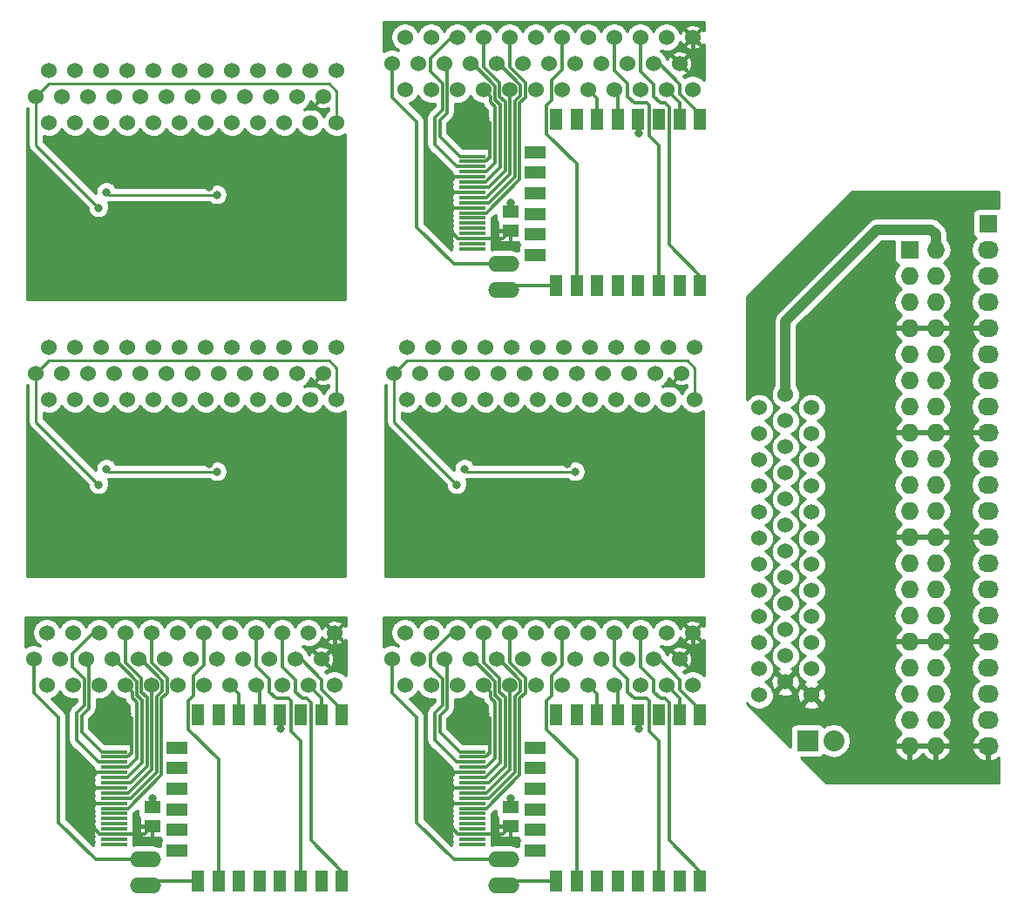
<source format=gbl>
G04 #@! TF.FileFunction,Copper,L2,Bot,Signal*
%FSLAX46Y46*%
G04 Gerber Fmt 4.6, Leading zero omitted, Abs format (unit mm)*
G04 Created by KiCad (PCBNEW 4.0.2+dfsg1-2~bpo8+1-stable) date sáb 17 dic 2016 00:12:25 CET*
%MOMM*%
G01*
G04 APERTURE LIST*
%ADD10C,0.100000*%
%ADD11C,1.524000*%
%ADD12R,1.200000X2.000000*%
%ADD13R,2.000000X1.200000*%
%ADD14R,2.600000X0.300000*%
%ADD15R,1.600000X1.300000*%
%ADD16O,3.048000X1.524000*%
%ADD17R,1.727200X1.727200*%
%ADD18O,1.727200X1.727200*%
%ADD19O,2.032000X1.727200*%
%ADD20R,2.032000X2.032000*%
%ADD21O,2.032000X2.032000*%
%ADD22C,0.806400*%
%ADD23C,1.000000*%
%ADD24C,0.254000*%
%ADD25C,0.406400*%
%ADD26C,0.304800*%
G04 APERTURE END LIST*
D10*
D11*
X96123600Y-79327475D03*
X98663600Y-79327475D03*
X101203600Y-79327475D03*
X103743600Y-79327475D03*
X106283600Y-79327475D03*
X108823600Y-79327475D03*
X111363600Y-79327475D03*
X113903600Y-79327475D03*
X116443600Y-79327475D03*
X118983600Y-79327475D03*
X121523600Y-79327475D03*
X124063600Y-79327475D03*
X94853600Y-76787475D03*
X97393600Y-76787475D03*
X99933600Y-76787475D03*
X102473600Y-76787475D03*
X105013600Y-76787475D03*
X107553600Y-76787475D03*
X110093600Y-76787475D03*
X112633600Y-76787475D03*
X115173600Y-76787475D03*
X117713600Y-76787475D03*
X120253600Y-76787475D03*
X122793600Y-76787475D03*
X96123600Y-74247475D03*
X98663600Y-74247475D03*
X101203600Y-74247475D03*
X103743600Y-74247475D03*
X106283600Y-74247475D03*
X108823600Y-74247475D03*
X111363600Y-74247475D03*
X113903600Y-74247475D03*
X116443600Y-74247475D03*
X118983600Y-74247475D03*
X121523600Y-74247475D03*
X124063600Y-74247475D03*
D12*
X110744225Y-98377475D03*
X112744225Y-98377475D03*
X114744225Y-98377475D03*
X116744225Y-98377475D03*
X118744225Y-98377475D03*
X120744225Y-98377475D03*
X122744225Y-98377475D03*
X124744225Y-98377475D03*
X110744225Y-82177475D03*
X112744225Y-82177475D03*
X114744225Y-82177475D03*
X116744225Y-82177475D03*
X118744225Y-82177475D03*
X120744225Y-82177475D03*
X122744225Y-82177475D03*
X124744225Y-82177475D03*
D13*
X108744225Y-87377475D03*
X108744225Y-95377475D03*
X108744225Y-93377475D03*
X108744225Y-85377475D03*
X108744225Y-91377475D03*
X108744225Y-89377475D03*
D14*
X102594850Y-94789350D03*
X102594850Y-94289350D03*
X102594850Y-93789350D03*
X102594850Y-93289350D03*
X102594850Y-92789350D03*
X102594850Y-92289350D03*
X102594850Y-91789350D03*
X102594850Y-91289350D03*
X102594850Y-90789350D03*
X102594850Y-90289350D03*
X102594850Y-89789350D03*
X102594850Y-89289350D03*
X102594850Y-88789350D03*
X102594850Y-88289350D03*
X102594850Y-87789350D03*
X102594850Y-87289350D03*
X102594850Y-86789350D03*
X102594850Y-86289350D03*
X102594850Y-85789350D03*
D15*
X106362975Y-91156850D03*
X106362975Y-93056850D03*
D16*
X105648600Y-96234350D03*
X105648600Y-98774350D03*
D11*
X61516100Y-82550100D03*
X64056100Y-82550100D03*
X66596100Y-82550100D03*
X69136100Y-82550100D03*
X71676100Y-82550100D03*
X74216100Y-82550100D03*
X76756100Y-82550100D03*
X79296100Y-82550100D03*
X81836100Y-82550100D03*
X84376100Y-82550100D03*
X86916100Y-82550100D03*
X89456100Y-82550100D03*
X60246100Y-80010100D03*
X62786100Y-80010100D03*
X65326100Y-80010100D03*
X67866100Y-80010100D03*
X70406100Y-80010100D03*
X72946100Y-80010100D03*
X75486100Y-80010100D03*
X78026100Y-80010100D03*
X80566100Y-80010100D03*
X83106100Y-80010100D03*
X85646100Y-80010100D03*
X88186100Y-80010100D03*
X61516100Y-77470100D03*
X64056100Y-77470100D03*
X66596100Y-77470100D03*
X69136100Y-77470100D03*
X71676100Y-77470100D03*
X74216100Y-77470100D03*
X76756100Y-77470100D03*
X79296100Y-77470100D03*
X81836100Y-77470100D03*
X84376100Y-77470100D03*
X86916100Y-77470100D03*
X89456100Y-77470100D03*
D16*
X105648600Y-154146350D03*
X105648600Y-156686350D03*
D15*
X106362975Y-149068850D03*
X106362975Y-150968850D03*
D14*
X102594850Y-152701350D03*
X102594850Y-152201350D03*
X102594850Y-151701350D03*
X102594850Y-151201350D03*
X102594850Y-150701350D03*
X102594850Y-150201350D03*
X102594850Y-149701350D03*
X102594850Y-149201350D03*
X102594850Y-148701350D03*
X102594850Y-148201350D03*
X102594850Y-147701350D03*
X102594850Y-147201350D03*
X102594850Y-146701350D03*
X102594850Y-146201350D03*
X102594850Y-145701350D03*
X102594850Y-145201350D03*
X102594850Y-144701350D03*
X102594850Y-144201350D03*
X102594850Y-143701350D03*
D12*
X110744225Y-156289475D03*
X112744225Y-156289475D03*
X114744225Y-156289475D03*
X116744225Y-156289475D03*
X118744225Y-156289475D03*
X120744225Y-156289475D03*
X122744225Y-156289475D03*
X124744225Y-156289475D03*
X110744225Y-140089475D03*
X112744225Y-140089475D03*
X114744225Y-140089475D03*
X116744225Y-140089475D03*
X118744225Y-140089475D03*
X120744225Y-140089475D03*
X122744225Y-140089475D03*
X124744225Y-140089475D03*
D13*
X108744225Y-145289475D03*
X108744225Y-153289475D03*
X108744225Y-151289475D03*
X108744225Y-143289475D03*
X108744225Y-149289475D03*
X108744225Y-147289475D03*
D11*
X96123600Y-132159475D03*
X98663600Y-132159475D03*
X101203600Y-132159475D03*
X103743600Y-132159475D03*
X106283600Y-132159475D03*
X108823600Y-132159475D03*
X111363600Y-132159475D03*
X113903600Y-132159475D03*
X116443600Y-132159475D03*
X118983600Y-132159475D03*
X121523600Y-132159475D03*
X124063600Y-132159475D03*
X94853600Y-134699475D03*
X97393600Y-134699475D03*
X99933600Y-134699475D03*
X102473600Y-134699475D03*
X105013600Y-134699475D03*
X107553600Y-134699475D03*
X110093600Y-134699475D03*
X112633600Y-134699475D03*
X115173600Y-134699475D03*
X117713600Y-134699475D03*
X120253600Y-134699475D03*
X122793600Y-134699475D03*
X96123600Y-137239475D03*
X98663600Y-137239475D03*
X101203600Y-137239475D03*
X103743600Y-137239475D03*
X106283600Y-137239475D03*
X108823600Y-137239475D03*
X111363600Y-137239475D03*
X113903600Y-137239475D03*
X116443600Y-137239475D03*
X118983600Y-137239475D03*
X121523600Y-137239475D03*
X124063600Y-137239475D03*
X96314100Y-109474100D03*
X98854100Y-109474100D03*
X101394100Y-109474100D03*
X103934100Y-109474100D03*
X106474100Y-109474100D03*
X109014100Y-109474100D03*
X111554100Y-109474100D03*
X114094100Y-109474100D03*
X116634100Y-109474100D03*
X119174100Y-109474100D03*
X121714100Y-109474100D03*
X124254100Y-109474100D03*
X95044100Y-106934100D03*
X97584100Y-106934100D03*
X100124100Y-106934100D03*
X102664100Y-106934100D03*
X105204100Y-106934100D03*
X107744100Y-106934100D03*
X110284100Y-106934100D03*
X112824100Y-106934100D03*
X115364100Y-106934100D03*
X117904100Y-106934100D03*
X120444100Y-106934100D03*
X122984100Y-106934100D03*
X96314100Y-104394100D03*
X98854100Y-104394100D03*
X101394100Y-104394100D03*
X103934100Y-104394100D03*
X106474100Y-104394100D03*
X109014100Y-104394100D03*
X111554100Y-104394100D03*
X114094100Y-104394100D03*
X116634100Y-104394100D03*
X119174100Y-104394100D03*
X121714100Y-104394100D03*
X124254100Y-104394100D03*
X130479800Y-110236000D03*
X130479800Y-112776000D03*
X130479800Y-115316000D03*
X130479800Y-117856000D03*
X130479800Y-120396000D03*
X130479800Y-122936000D03*
X130479800Y-125476000D03*
X130479800Y-128016000D03*
X130479800Y-130556000D03*
X130479800Y-133096000D03*
X130479800Y-135636000D03*
X130479800Y-138176000D03*
X133019800Y-108966000D03*
X133019800Y-111506000D03*
X133019800Y-114046000D03*
X133019800Y-116586000D03*
X133019800Y-119126000D03*
X133019800Y-121666000D03*
X133019800Y-124206000D03*
X133019800Y-126746000D03*
X133019800Y-129286000D03*
X133019800Y-131826000D03*
X133019800Y-134366000D03*
X133019800Y-136906000D03*
X61516100Y-104394100D03*
X64056100Y-104394100D03*
X66596100Y-104394100D03*
X69136100Y-104394100D03*
X71676100Y-104394100D03*
X74216100Y-104394100D03*
X76756100Y-104394100D03*
X79296100Y-104394100D03*
X81836100Y-104394100D03*
X84376100Y-104394100D03*
X86916100Y-104394100D03*
X89456100Y-104394100D03*
X60246100Y-106934100D03*
X62786100Y-106934100D03*
X65326100Y-106934100D03*
X67866100Y-106934100D03*
X70406100Y-106934100D03*
X72946100Y-106934100D03*
X75486100Y-106934100D03*
X78026100Y-106934100D03*
X80566100Y-106934100D03*
X83106100Y-106934100D03*
X85646100Y-106934100D03*
X88186100Y-106934100D03*
X61516100Y-109474100D03*
X64056100Y-109474100D03*
X66596100Y-109474100D03*
X69136100Y-109474100D03*
X71676100Y-109474100D03*
X74216100Y-109474100D03*
X76756100Y-109474100D03*
X79296100Y-109474100D03*
X81836100Y-109474100D03*
X84376100Y-109474100D03*
X86916100Y-109474100D03*
X89456100Y-109474100D03*
X61325600Y-137239475D03*
X63865600Y-137239475D03*
X66405600Y-137239475D03*
X68945600Y-137239475D03*
X71485600Y-137239475D03*
X74025600Y-137239475D03*
X76565600Y-137239475D03*
X79105600Y-137239475D03*
X81645600Y-137239475D03*
X84185600Y-137239475D03*
X86725600Y-137239475D03*
X89265600Y-137239475D03*
X60055600Y-134699475D03*
X62595600Y-134699475D03*
X65135600Y-134699475D03*
X67675600Y-134699475D03*
X70215600Y-134699475D03*
X72755600Y-134699475D03*
X75295600Y-134699475D03*
X77835600Y-134699475D03*
X80375600Y-134699475D03*
X82915600Y-134699475D03*
X85455600Y-134699475D03*
X87995600Y-134699475D03*
X61325600Y-132159475D03*
X63865600Y-132159475D03*
X66405600Y-132159475D03*
X68945600Y-132159475D03*
X71485600Y-132159475D03*
X74025600Y-132159475D03*
X76565600Y-132159475D03*
X79105600Y-132159475D03*
X81645600Y-132159475D03*
X84185600Y-132159475D03*
X86725600Y-132159475D03*
X89265600Y-132159475D03*
D12*
X75946225Y-156289475D03*
X77946225Y-156289475D03*
X79946225Y-156289475D03*
X81946225Y-156289475D03*
X83946225Y-156289475D03*
X85946225Y-156289475D03*
X87946225Y-156289475D03*
X89946225Y-156289475D03*
X75946225Y-140089475D03*
X77946225Y-140089475D03*
X79946225Y-140089475D03*
X81946225Y-140089475D03*
X83946225Y-140089475D03*
X85946225Y-140089475D03*
X87946225Y-140089475D03*
X89946225Y-140089475D03*
D13*
X73946225Y-145289475D03*
X73946225Y-153289475D03*
X73946225Y-151289475D03*
X73946225Y-143289475D03*
X73946225Y-149289475D03*
X73946225Y-147289475D03*
D14*
X67796850Y-152701350D03*
X67796850Y-152201350D03*
X67796850Y-151701350D03*
X67796850Y-151201350D03*
X67796850Y-150701350D03*
X67796850Y-150201350D03*
X67796850Y-149701350D03*
X67796850Y-149201350D03*
X67796850Y-148701350D03*
X67796850Y-148201350D03*
X67796850Y-147701350D03*
X67796850Y-147201350D03*
X67796850Y-146701350D03*
X67796850Y-146201350D03*
X67796850Y-145701350D03*
X67796850Y-145201350D03*
X67796850Y-144701350D03*
X67796850Y-144201350D03*
X67796850Y-143701350D03*
D15*
X71564975Y-149068850D03*
X71564975Y-150968850D03*
D16*
X70850600Y-154146350D03*
X70850600Y-156686350D03*
D11*
X135559800Y-110236000D03*
X135559800Y-112776000D03*
X135559800Y-115316000D03*
X135559800Y-117856000D03*
X135559800Y-120396000D03*
X135559800Y-122936000D03*
X135559800Y-125476000D03*
X135559800Y-128016000D03*
X135559800Y-130556000D03*
X135559800Y-133096000D03*
X135559800Y-135636000D03*
X135559800Y-138176000D03*
D17*
X145084800Y-94869000D03*
D18*
X147624800Y-94869000D03*
X145084800Y-97409000D03*
X147624800Y-97409000D03*
X145084800Y-99949000D03*
X147624800Y-99949000D03*
X145084800Y-102489000D03*
X147624800Y-102489000D03*
X145084800Y-105029000D03*
X147624800Y-105029000D03*
X145084800Y-107569000D03*
X147624800Y-107569000D03*
X145084800Y-110109000D03*
X147624800Y-110109000D03*
X145084800Y-112649000D03*
X147624800Y-112649000D03*
X145084800Y-115189000D03*
X147624800Y-115189000D03*
X145084800Y-117729000D03*
X147624800Y-117729000D03*
X145084800Y-120269000D03*
X147624800Y-120269000D03*
X145084800Y-122809000D03*
X147624800Y-122809000D03*
X145084800Y-125349000D03*
X147624800Y-125349000D03*
X145084800Y-127889000D03*
X147624800Y-127889000D03*
X145084800Y-130429000D03*
X147624800Y-130429000D03*
X145084800Y-132969000D03*
X147624800Y-132969000D03*
X145084800Y-135509000D03*
X147624800Y-135509000D03*
X145084800Y-138049000D03*
X147624800Y-138049000D03*
X145084800Y-140589000D03*
X147624800Y-140589000D03*
X145084800Y-143129000D03*
X147624800Y-143129000D03*
D19*
X152704800Y-94869000D03*
X152704800Y-97409000D03*
X152704800Y-99949000D03*
X152704800Y-102489000D03*
X152704800Y-105029000D03*
X152704800Y-107569000D03*
X152704800Y-110109000D03*
X152704800Y-112649000D03*
X152704800Y-115189000D03*
X152704800Y-117729000D03*
X152704800Y-120269000D03*
X152704800Y-122809000D03*
X152704800Y-125349000D03*
X152704800Y-127889000D03*
X152704800Y-130429000D03*
X152704800Y-132969000D03*
X152704800Y-135509000D03*
X152704800Y-138049000D03*
X152704800Y-140589000D03*
X152704800Y-143129000D03*
D17*
X152704800Y-92329000D03*
D20*
X135178800Y-142621000D03*
D21*
X137718800Y-142621000D03*
D22*
X77073600Y-88773100D03*
X67135850Y-87725350D03*
X67929600Y-96837600D03*
X76946600Y-96837600D03*
X79867600Y-96837600D03*
X111871600Y-115697100D03*
X101933850Y-114649350D03*
X102727600Y-123761600D03*
X111744600Y-123761600D03*
X114665600Y-123761600D03*
X79867600Y-123761600D03*
X76946600Y-123761600D03*
X67929600Y-123761600D03*
X67135850Y-114649350D03*
X77073600Y-115697100D03*
X67104100Y-89281100D03*
X77835600Y-89535100D03*
X101902100Y-116205100D03*
X112633600Y-116459100D03*
X77835600Y-116459100D03*
X67104100Y-116205100D03*
X66342100Y-90805100D03*
X101140100Y-117729100D03*
X66342100Y-117729100D03*
X110728600Y-82105600D03*
X103902350Y-82105600D03*
X100568600Y-87820600D03*
X100568600Y-145732600D03*
X103902350Y-140017600D03*
X110728600Y-140017600D03*
X75930600Y-140017600D03*
X69104350Y-140017600D03*
X65770600Y-145732600D03*
X118824850Y-83534350D03*
X106362975Y-90281225D03*
X106362975Y-148193225D03*
X118824850Y-141446350D03*
X84026850Y-141446350D03*
X71564975Y-148193225D03*
D23*
X133019800Y-108966000D02*
X133019800Y-101816000D01*
X133019800Y-101816000D02*
X141938800Y-92897000D01*
X141938800Y-92897000D02*
X147188800Y-92897000D01*
X147188800Y-92897000D02*
X147624800Y-93333000D01*
X147624800Y-93333000D02*
X147624800Y-94869000D01*
D24*
X68183600Y-88773100D02*
X67135850Y-87725350D01*
X77073600Y-88773100D02*
X68183600Y-88773100D01*
X76883100Y-96774100D02*
X76946600Y-96837600D01*
X76946600Y-96837600D02*
X67929600Y-96837600D01*
X76946600Y-96837600D02*
X79867600Y-96837600D01*
X102981600Y-115697100D02*
X101933850Y-114649350D01*
X111871600Y-115697100D02*
X102981600Y-115697100D01*
X111681100Y-123698100D02*
X111744600Y-123761600D01*
X111744600Y-123761600D02*
X102727600Y-123761600D01*
X111744600Y-123761600D02*
X114665600Y-123761600D01*
X76946600Y-123761600D02*
X79867600Y-123761600D01*
X76946600Y-123761600D02*
X67929600Y-123761600D01*
X76883100Y-123698100D02*
X76946600Y-123761600D01*
X77073600Y-115697100D02*
X68183600Y-115697100D01*
X68183600Y-115697100D02*
X67135850Y-114649350D01*
X67358100Y-89535100D02*
X67104100Y-89281100D01*
X77835600Y-89535100D02*
X67358100Y-89535100D01*
X102156100Y-116459100D02*
X101902100Y-116205100D01*
X112633600Y-116459100D02*
X102156100Y-116459100D01*
X77835600Y-116459100D02*
X67358100Y-116459100D01*
X67358100Y-116459100D02*
X67104100Y-116205100D01*
X60246100Y-84709100D02*
X66342100Y-90805100D01*
X61516100Y-78740100D02*
X88757600Y-78740100D01*
X60246100Y-80010100D02*
X61516100Y-78740100D01*
X60246100Y-80010100D02*
X60246100Y-84709100D01*
X89456100Y-79438600D02*
X89456100Y-82550100D01*
X88757600Y-78740100D02*
X89456100Y-79438600D01*
X95044100Y-111633100D02*
X101140100Y-117729100D01*
X96314100Y-105664100D02*
X123555600Y-105664100D01*
X95044100Y-106934100D02*
X96314100Y-105664100D01*
X95044100Y-106934100D02*
X95044100Y-111633100D01*
X124254100Y-106362600D02*
X124254100Y-109474100D01*
X123555600Y-105664100D02*
X124254100Y-106362600D01*
X88757600Y-105664100D02*
X89456100Y-106362600D01*
X89456100Y-106362600D02*
X89456100Y-109474100D01*
X60246100Y-106934100D02*
X60246100Y-111633100D01*
X60246100Y-106934100D02*
X61516100Y-105664100D01*
X61516100Y-105664100D02*
X88757600Y-105664100D01*
X60246100Y-111633100D02*
X66342100Y-117729100D01*
D25*
X124063600Y-74247475D02*
X124063600Y-75517475D01*
X124063600Y-75517475D02*
X122793600Y-76787475D01*
D26*
X100568600Y-93138725D02*
X100568600Y-90757475D01*
X100568600Y-90757475D02*
X100568600Y-89328725D01*
X100568600Y-89328725D02*
X100568600Y-87820600D01*
X104299225Y-82502475D02*
X104299225Y-85915600D01*
X104299225Y-85915600D02*
X103925475Y-86289350D01*
X102594850Y-86289350D02*
X103925475Y-86289350D01*
X102594850Y-90789350D02*
X100600475Y-90789350D01*
X100600475Y-90789350D02*
X100568600Y-90757475D01*
X102594850Y-89289350D02*
X100607975Y-89289350D01*
X100607975Y-89289350D02*
X100568600Y-89328725D01*
X102594850Y-87789350D02*
X100599850Y-87789350D01*
X100599850Y-87789350D02*
X100568600Y-87820600D01*
X110744225Y-82177475D02*
X110744225Y-82121225D01*
X110744225Y-82121225D02*
X110728600Y-82105600D01*
X104299225Y-82502475D02*
X103902350Y-82105600D01*
X102594850Y-93789350D02*
X101219225Y-93789350D01*
X101219225Y-93789350D02*
X100568600Y-93138725D01*
X105569225Y-93773725D02*
X102610475Y-93773725D01*
X102610475Y-93773725D02*
X102594850Y-93789350D01*
X105569225Y-93773725D02*
X106362975Y-93056850D01*
X105569225Y-151685725D02*
X106362975Y-150968850D01*
X102610475Y-151685725D02*
X102594850Y-151701350D01*
X105569225Y-151685725D02*
X102610475Y-151685725D01*
X101219225Y-151701350D02*
X100568600Y-151050725D01*
X102594850Y-151701350D02*
X101219225Y-151701350D01*
X104299225Y-140414475D02*
X103902350Y-140017600D01*
X110744225Y-140033225D02*
X110728600Y-140017600D01*
X110744225Y-140089475D02*
X110744225Y-140033225D01*
X100599850Y-145701350D02*
X100568600Y-145732600D01*
X102594850Y-145701350D02*
X100599850Y-145701350D01*
X100607975Y-147201350D02*
X100568600Y-147240725D01*
X102594850Y-147201350D02*
X100607975Y-147201350D01*
X100600475Y-148701350D02*
X100568600Y-148669475D01*
X102594850Y-148701350D02*
X100600475Y-148701350D01*
X102594850Y-144201350D02*
X103925475Y-144201350D01*
X104299225Y-143827600D02*
X103925475Y-144201350D01*
X104299225Y-140414475D02*
X104299225Y-143827600D01*
X100568600Y-147240725D02*
X100568600Y-145732600D01*
X100568600Y-148669475D02*
X100568600Y-147240725D01*
X100568600Y-151050725D02*
X100568600Y-148669475D01*
D25*
X124063600Y-133429475D02*
X122793600Y-134699475D01*
X124063600Y-132159475D02*
X124063600Y-133429475D01*
X89265600Y-132159475D02*
X89265600Y-133429475D01*
X89265600Y-133429475D02*
X87995600Y-134699475D01*
D26*
X65770600Y-151050725D02*
X65770600Y-148669475D01*
X65770600Y-148669475D02*
X65770600Y-147240725D01*
X65770600Y-147240725D02*
X65770600Y-145732600D01*
X69501225Y-140414475D02*
X69501225Y-143827600D01*
X69501225Y-143827600D02*
X69127475Y-144201350D01*
X67796850Y-144201350D02*
X69127475Y-144201350D01*
X67796850Y-148701350D02*
X65802475Y-148701350D01*
X65802475Y-148701350D02*
X65770600Y-148669475D01*
X67796850Y-147201350D02*
X65809975Y-147201350D01*
X65809975Y-147201350D02*
X65770600Y-147240725D01*
X67796850Y-145701350D02*
X65801850Y-145701350D01*
X65801850Y-145701350D02*
X65770600Y-145732600D01*
X75946225Y-140089475D02*
X75946225Y-140033225D01*
X75946225Y-140033225D02*
X75930600Y-140017600D01*
X69501225Y-140414475D02*
X69104350Y-140017600D01*
X67796850Y-151701350D02*
X66421225Y-151701350D01*
X66421225Y-151701350D02*
X65770600Y-151050725D01*
X70771225Y-151685725D02*
X67812475Y-151685725D01*
X67812475Y-151685725D02*
X67796850Y-151701350D01*
X70771225Y-151685725D02*
X71564975Y-150968850D01*
X99933600Y-76787475D02*
X100171725Y-77025600D01*
X102594850Y-85789350D02*
X101394850Y-85789350D01*
X100171725Y-77025600D02*
X100171725Y-81549975D01*
X100171725Y-81549975D02*
X99457350Y-82264350D01*
X99457350Y-82264350D02*
X99457350Y-83851850D01*
X99457350Y-83851850D02*
X101394850Y-85789350D01*
X99457350Y-141763850D02*
X101394850Y-143701350D01*
X99457350Y-140176350D02*
X99457350Y-141763850D01*
X100171725Y-139461975D02*
X99457350Y-140176350D01*
X100171725Y-134937600D02*
X100171725Y-139461975D01*
X102594850Y-143701350D02*
X101394850Y-143701350D01*
X99933600Y-134699475D02*
X100171725Y-134937600D01*
X65135600Y-134699475D02*
X65373725Y-134937600D01*
X67796850Y-143701350D02*
X66596850Y-143701350D01*
X65373725Y-134937600D02*
X65373725Y-139461975D01*
X65373725Y-139461975D02*
X64659350Y-140176350D01*
X64659350Y-140176350D02*
X64659350Y-141763850D01*
X64659350Y-141763850D02*
X66596850Y-143701350D01*
X101203600Y-74247475D02*
X100568600Y-74247475D01*
X100568600Y-74247475D02*
X98584225Y-76231850D01*
X98584225Y-76231850D02*
X98584225Y-77501850D01*
X98584225Y-77501850D02*
X99774850Y-78692475D01*
X99774850Y-78692475D02*
X99774850Y-81232475D01*
X99774850Y-81232475D02*
X98981100Y-82026225D01*
X98981100Y-82026225D02*
X98981100Y-84645600D01*
X98981100Y-84645600D02*
X101124225Y-86788725D01*
X101124225Y-86788725D02*
X102594225Y-86788725D01*
X102594225Y-86788725D02*
X102594850Y-86789350D01*
X102594225Y-144700725D02*
X102594850Y-144701350D01*
X101124225Y-144700725D02*
X102594225Y-144700725D01*
X98981100Y-142557600D02*
X101124225Y-144700725D01*
X98981100Y-139938225D02*
X98981100Y-142557600D01*
X99774850Y-139144475D02*
X98981100Y-139938225D01*
X99774850Y-136604475D02*
X99774850Y-139144475D01*
X98584225Y-135413850D02*
X99774850Y-136604475D01*
X98584225Y-134143850D02*
X98584225Y-135413850D01*
X100568600Y-132159475D02*
X98584225Y-134143850D01*
X101203600Y-132159475D02*
X100568600Y-132159475D01*
X66405600Y-132159475D02*
X65770600Y-132159475D01*
X65770600Y-132159475D02*
X63786225Y-134143850D01*
X63786225Y-134143850D02*
X63786225Y-135413850D01*
X63786225Y-135413850D02*
X64976850Y-136604475D01*
X64976850Y-136604475D02*
X64976850Y-139144475D01*
X64976850Y-139144475D02*
X64183100Y-139938225D01*
X64183100Y-139938225D02*
X64183100Y-142557600D01*
X64183100Y-142557600D02*
X66326225Y-144700725D01*
X66326225Y-144700725D02*
X67796225Y-144700725D01*
X67796225Y-144700725D02*
X67796850Y-144701350D01*
X103743600Y-79327475D02*
X104378600Y-79962475D01*
X104378600Y-79962475D02*
X104378600Y-80518100D01*
X104378600Y-80518100D02*
X104854850Y-80994350D01*
X104854850Y-80994350D02*
X104854850Y-86391850D01*
X104854850Y-86391850D02*
X103957350Y-87289350D01*
X102594850Y-87289350D02*
X103957350Y-87289350D01*
X102594850Y-145201350D02*
X103957350Y-145201350D01*
X104854850Y-144303850D02*
X103957350Y-145201350D01*
X104854850Y-138906350D02*
X104854850Y-144303850D01*
X104378600Y-138430100D02*
X104854850Y-138906350D01*
X104378600Y-137874475D02*
X104378600Y-138430100D01*
X103743600Y-137239475D02*
X104378600Y-137874475D01*
X68945600Y-137239475D02*
X69580600Y-137874475D01*
X69580600Y-137874475D02*
X69580600Y-138430100D01*
X69580600Y-138430100D02*
X70056850Y-138906350D01*
X70056850Y-138906350D02*
X70056850Y-144303850D01*
X70056850Y-144303850D02*
X69159350Y-145201350D01*
X67796850Y-145201350D02*
X69159350Y-145201350D01*
X104854850Y-78930600D02*
X102711725Y-76787475D01*
X102473600Y-76787475D02*
X102711725Y-76787475D01*
X104854850Y-78930600D02*
X104854850Y-80279975D01*
X104854850Y-80279975D02*
X105331100Y-80756225D01*
X105331100Y-80756225D02*
X105331100Y-86868100D01*
X105331100Y-86868100D02*
X103902350Y-88296850D01*
X103902350Y-88296850D02*
X102602350Y-88296850D01*
X102602350Y-88296850D02*
X102594850Y-88289350D01*
X102602350Y-146208850D02*
X102594850Y-146201350D01*
X103902350Y-146208850D02*
X102602350Y-146208850D01*
X105331100Y-144780100D02*
X103902350Y-146208850D01*
X105331100Y-138668225D02*
X105331100Y-144780100D01*
X104854850Y-138191975D02*
X105331100Y-138668225D01*
X104854850Y-136842600D02*
X104854850Y-138191975D01*
X102473600Y-134699475D02*
X102711725Y-134699475D01*
X104854850Y-136842600D02*
X102711725Y-134699475D01*
X70056850Y-136842600D02*
X67913725Y-134699475D01*
X67675600Y-134699475D02*
X67913725Y-134699475D01*
X70056850Y-136842600D02*
X70056850Y-138191975D01*
X70056850Y-138191975D02*
X70533100Y-138668225D01*
X70533100Y-138668225D02*
X70533100Y-144780100D01*
X70533100Y-144780100D02*
X69104350Y-146208850D01*
X69104350Y-146208850D02*
X67804350Y-146208850D01*
X67804350Y-146208850D02*
X67796850Y-146201350D01*
X103743600Y-74247475D02*
X103743600Y-77104975D01*
X103743600Y-77104975D02*
X105251725Y-78613100D01*
X105251725Y-78613100D02*
X105251725Y-79962475D01*
X105251725Y-79962475D02*
X105807350Y-80518100D01*
X105807350Y-80518100D02*
X105807350Y-87185600D01*
X105807350Y-87185600D02*
X104203600Y-88789350D01*
X102594850Y-88789350D02*
X104203600Y-88789350D01*
X102594850Y-146701350D02*
X104203600Y-146701350D01*
X105807350Y-145097600D02*
X104203600Y-146701350D01*
X105807350Y-138430100D02*
X105807350Y-145097600D01*
X105251725Y-137874475D02*
X105807350Y-138430100D01*
X105251725Y-136525100D02*
X105251725Y-137874475D01*
X103743600Y-135016975D02*
X105251725Y-136525100D01*
X103743600Y-132159475D02*
X103743600Y-135016975D01*
X68945600Y-132159475D02*
X68945600Y-135016975D01*
X68945600Y-135016975D02*
X70453725Y-136525100D01*
X70453725Y-136525100D02*
X70453725Y-137874475D01*
X70453725Y-137874475D02*
X71009350Y-138430100D01*
X71009350Y-138430100D02*
X71009350Y-145097600D01*
X71009350Y-145097600D02*
X69405600Y-146701350D01*
X67796850Y-146701350D02*
X69405600Y-146701350D01*
X106283600Y-79327475D02*
X106283600Y-87503100D01*
X106283600Y-87503100D02*
X103981725Y-89804975D01*
X103981725Y-89804975D02*
X102610475Y-89804975D01*
X102610475Y-89804975D02*
X102594850Y-89789350D01*
X102610475Y-147716975D02*
X102594850Y-147701350D01*
X103981725Y-147716975D02*
X102610475Y-147716975D01*
X106283600Y-145415100D02*
X103981725Y-147716975D01*
X106283600Y-137239475D02*
X106283600Y-145415100D01*
X71485600Y-137239475D02*
X71485600Y-145415100D01*
X71485600Y-145415100D02*
X69183725Y-147716975D01*
X69183725Y-147716975D02*
X67812475Y-147716975D01*
X67812475Y-147716975D02*
X67796850Y-147701350D01*
X105013600Y-76787475D02*
X105251725Y-76787475D01*
X105251725Y-76787475D02*
X107315475Y-78851225D01*
X107315475Y-78851225D02*
X107315475Y-79883100D01*
X107315475Y-79883100D02*
X106759850Y-80438725D01*
X106759850Y-80438725D02*
X106759850Y-87741225D01*
X102594850Y-90289350D02*
X104211725Y-90289350D01*
X104211725Y-90289350D02*
X106759850Y-87741225D01*
X104211725Y-148201350D02*
X106759850Y-145653225D01*
X102594850Y-148201350D02*
X104211725Y-148201350D01*
X106759850Y-138350725D02*
X106759850Y-145653225D01*
X107315475Y-137795100D02*
X106759850Y-138350725D01*
X107315475Y-136763225D02*
X107315475Y-137795100D01*
X105251725Y-134699475D02*
X107315475Y-136763225D01*
X105013600Y-134699475D02*
X105251725Y-134699475D01*
X70215600Y-134699475D02*
X70453725Y-134699475D01*
X70453725Y-134699475D02*
X72517475Y-136763225D01*
X72517475Y-136763225D02*
X72517475Y-137795100D01*
X72517475Y-137795100D02*
X71961850Y-138350725D01*
X71961850Y-138350725D02*
X71961850Y-145653225D01*
X67796850Y-148201350D02*
X69413725Y-148201350D01*
X69413725Y-148201350D02*
X71961850Y-145653225D01*
X106283600Y-74247475D02*
X106283600Y-77104975D01*
X106283600Y-77104975D02*
X107791725Y-78613100D01*
X107791725Y-78613100D02*
X107791725Y-80041850D01*
X107791725Y-80041850D02*
X107236100Y-80597475D01*
X107236100Y-80597475D02*
X107236100Y-88058725D01*
X102594850Y-91289350D02*
X104005475Y-91289350D01*
X104005475Y-91289350D02*
X107236100Y-88058725D01*
X104005475Y-149201350D02*
X107236100Y-145970725D01*
X102594850Y-149201350D02*
X104005475Y-149201350D01*
X107236100Y-138509475D02*
X107236100Y-145970725D01*
X107791725Y-137953850D02*
X107236100Y-138509475D01*
X107791725Y-136525100D02*
X107791725Y-137953850D01*
X106283600Y-135016975D02*
X107791725Y-136525100D01*
X106283600Y-132159475D02*
X106283600Y-135016975D01*
X71485600Y-132159475D02*
X71485600Y-135016975D01*
X71485600Y-135016975D02*
X72993725Y-136525100D01*
X72993725Y-136525100D02*
X72993725Y-137953850D01*
X72993725Y-137953850D02*
X72438100Y-138509475D01*
X72438100Y-138509475D02*
X72438100Y-145970725D01*
X67796850Y-149201350D02*
X69207475Y-149201350D01*
X69207475Y-149201350D02*
X72438100Y-145970725D01*
X111363600Y-74247475D02*
X111363600Y-77343100D01*
X112744225Y-98377475D02*
X112744225Y-86502475D01*
X109855475Y-83613725D02*
X109855475Y-80835600D01*
X109855475Y-80835600D02*
X110331725Y-80359350D01*
X110331725Y-80359350D02*
X110331725Y-78374975D01*
X110331725Y-78374975D02*
X111363600Y-77343100D01*
X109855475Y-83613725D02*
X112744225Y-86502475D01*
X109855475Y-141525725D02*
X112744225Y-144414475D01*
X110331725Y-136286975D02*
X111363600Y-135255100D01*
X110331725Y-138271350D02*
X110331725Y-136286975D01*
X109855475Y-138747600D02*
X110331725Y-138271350D01*
X109855475Y-141525725D02*
X109855475Y-138747600D01*
X112744225Y-156289475D02*
X112744225Y-144414475D01*
X111363600Y-132159475D02*
X111363600Y-135255100D01*
X76565600Y-132159475D02*
X76565600Y-135255100D01*
X77946225Y-156289475D02*
X77946225Y-144414475D01*
X75057475Y-141525725D02*
X75057475Y-138747600D01*
X75057475Y-138747600D02*
X75533725Y-138271350D01*
X75533725Y-138271350D02*
X75533725Y-136286975D01*
X75533725Y-136286975D02*
X76565600Y-135255100D01*
X75057475Y-141525725D02*
X77946225Y-144414475D01*
X114744225Y-82177475D02*
X114744225Y-80168100D01*
X114744225Y-80168100D02*
X113903600Y-79327475D01*
X114744225Y-138080100D02*
X113903600Y-137239475D01*
X114744225Y-140089475D02*
X114744225Y-138080100D01*
X79946225Y-140089475D02*
X79946225Y-138080100D01*
X79946225Y-138080100D02*
X79105600Y-137239475D01*
X116744225Y-82177475D02*
X116744225Y-79628100D01*
X116744225Y-79628100D02*
X116443600Y-79327475D01*
X116744225Y-137540100D02*
X116443600Y-137239475D01*
X116744225Y-140089475D02*
X116744225Y-137540100D01*
X81946225Y-140089475D02*
X81946225Y-137540100D01*
X81946225Y-137540100D02*
X81645600Y-137239475D01*
X120744225Y-98377475D02*
X120744225Y-84739350D01*
X120744225Y-84739350D02*
X119777350Y-83772475D01*
X119777350Y-83772475D02*
X119777350Y-80835600D01*
X119777350Y-80835600D02*
X119539225Y-80597475D01*
X119539225Y-80597475D02*
X118348600Y-80597475D01*
X118348600Y-80597475D02*
X117713600Y-79962475D01*
X117713600Y-79962475D02*
X117713600Y-78692475D01*
X117713600Y-78692475D02*
X116443600Y-77422475D01*
X116443600Y-77422475D02*
X116443600Y-74247475D01*
X116443600Y-135334475D02*
X116443600Y-132159475D01*
X117713600Y-136604475D02*
X116443600Y-135334475D01*
X117713600Y-137874475D02*
X117713600Y-136604475D01*
X118348600Y-138509475D02*
X117713600Y-137874475D01*
X119539225Y-138509475D02*
X118348600Y-138509475D01*
X119777350Y-138747600D02*
X119539225Y-138509475D01*
X119777350Y-141684475D02*
X119777350Y-138747600D01*
X120744225Y-142651350D02*
X119777350Y-141684475D01*
X120744225Y-156289475D02*
X120744225Y-142651350D01*
X85946225Y-156289475D02*
X85946225Y-142651350D01*
X85946225Y-142651350D02*
X84979350Y-141684475D01*
X84979350Y-141684475D02*
X84979350Y-138747600D01*
X84979350Y-138747600D02*
X84741225Y-138509475D01*
X84741225Y-138509475D02*
X83550600Y-138509475D01*
X83550600Y-138509475D02*
X82915600Y-137874475D01*
X82915600Y-137874475D02*
X82915600Y-136604475D01*
X82915600Y-136604475D02*
X81645600Y-135334475D01*
X81645600Y-135334475D02*
X81645600Y-132159475D01*
X120253600Y-78771850D02*
X118983600Y-77501850D01*
X124744225Y-98377475D02*
X124744225Y-97391225D01*
X124744225Y-97391225D02*
X121761725Y-94408725D01*
X121761725Y-94408725D02*
X121761725Y-80994350D01*
X121761725Y-80994350D02*
X121364850Y-80597475D01*
X121364850Y-80597475D02*
X120888600Y-80597475D01*
X120888600Y-80597475D02*
X120253600Y-79962475D01*
X120253600Y-79962475D02*
X120253600Y-78771850D01*
X118983600Y-77501850D02*
X118983600Y-74247475D01*
X118983600Y-135413850D02*
X118983600Y-132159475D01*
X120253600Y-137874475D02*
X120253600Y-136683850D01*
X120888600Y-138509475D02*
X120253600Y-137874475D01*
X121364850Y-138509475D02*
X120888600Y-138509475D01*
X121761725Y-138906350D02*
X121364850Y-138509475D01*
X121761725Y-152320725D02*
X121761725Y-138906350D01*
X124744225Y-155303225D02*
X121761725Y-152320725D01*
X124744225Y-156289475D02*
X124744225Y-155303225D01*
X120253600Y-136683850D02*
X118983600Y-135413850D01*
X85455600Y-136683850D02*
X84185600Y-135413850D01*
X89946225Y-156289475D02*
X89946225Y-155303225D01*
X89946225Y-155303225D02*
X86963725Y-152320725D01*
X86963725Y-152320725D02*
X86963725Y-138906350D01*
X86963725Y-138906350D02*
X86566850Y-138509475D01*
X86566850Y-138509475D02*
X86090600Y-138509475D01*
X86090600Y-138509475D02*
X85455600Y-137874475D01*
X85455600Y-137874475D02*
X85455600Y-136683850D01*
X84185600Y-135413850D02*
X84185600Y-132159475D01*
X122744225Y-82177475D02*
X122744225Y-80548100D01*
X122744225Y-80548100D02*
X121523600Y-79327475D01*
X122744225Y-138460100D02*
X121523600Y-137239475D01*
X122744225Y-140089475D02*
X122744225Y-138460100D01*
X87946225Y-140089475D02*
X87946225Y-138460100D01*
X87946225Y-138460100D02*
X86725600Y-137239475D01*
X124744225Y-82177475D02*
X124744225Y-81674975D01*
X124744225Y-81674975D02*
X122793600Y-79724350D01*
X122793600Y-79724350D02*
X122793600Y-78771850D01*
X122793600Y-78771850D02*
X120809225Y-76787475D01*
X120253600Y-76787475D02*
X120809225Y-76787475D01*
X120253600Y-134699475D02*
X120809225Y-134699475D01*
X122793600Y-136683850D02*
X120809225Y-134699475D01*
X122793600Y-137636350D02*
X122793600Y-136683850D01*
X124744225Y-139586975D02*
X122793600Y-137636350D01*
X124744225Y-140089475D02*
X124744225Y-139586975D01*
X89946225Y-140089475D02*
X89946225Y-139586975D01*
X89946225Y-139586975D02*
X87995600Y-137636350D01*
X87995600Y-137636350D02*
X87995600Y-136683850D01*
X87995600Y-136683850D02*
X86011225Y-134699475D01*
X85455600Y-134699475D02*
X86011225Y-134699475D01*
X94853600Y-76787475D02*
X94853600Y-80041850D01*
X94853600Y-80041850D02*
X97234850Y-82423100D01*
X97234850Y-82423100D02*
X97234850Y-92662475D01*
X97234850Y-92662475D02*
X100806725Y-96234350D01*
X105648600Y-96234350D02*
X100806725Y-96234350D01*
X105648600Y-154146350D02*
X100806725Y-154146350D01*
X97234850Y-150574475D02*
X100806725Y-154146350D01*
X97234850Y-140335100D02*
X97234850Y-150574475D01*
X94853600Y-137953850D02*
X97234850Y-140335100D01*
X94853600Y-134699475D02*
X94853600Y-137953850D01*
X60055600Y-134699475D02*
X60055600Y-137953850D01*
X60055600Y-137953850D02*
X62436850Y-140335100D01*
X62436850Y-140335100D02*
X62436850Y-150574475D01*
X62436850Y-150574475D02*
X66008725Y-154146350D01*
X70850600Y-154146350D02*
X66008725Y-154146350D01*
X118824850Y-83534350D02*
X118824850Y-82258100D01*
X118824850Y-82258100D02*
X118744225Y-82177475D01*
X106362975Y-90281225D02*
X106362975Y-91156850D01*
X106362975Y-148193225D02*
X106362975Y-149068850D01*
X118824850Y-140170100D02*
X118744225Y-140089475D01*
X118824850Y-141446350D02*
X118824850Y-140170100D01*
X84026850Y-141446350D02*
X84026850Y-140170100D01*
X84026850Y-140170100D02*
X83946225Y-140089475D01*
X71564975Y-148193225D02*
X71564975Y-149068850D01*
X110744225Y-98377475D02*
X106045475Y-98377475D01*
X106045475Y-98377475D02*
X105648600Y-98774350D01*
X106045475Y-156289475D02*
X105648600Y-156686350D01*
X110744225Y-156289475D02*
X106045475Y-156289475D01*
X75946225Y-156289475D02*
X71247475Y-156289475D01*
X71247475Y-156289475D02*
X70850600Y-156686350D01*
G36*
X59458700Y-108119123D02*
X59458700Y-111633100D01*
X59465798Y-111705492D01*
X59472137Y-111777943D01*
X59473292Y-111781918D01*
X59473696Y-111786040D01*
X59494724Y-111855689D01*
X59515010Y-111925515D01*
X59516915Y-111929190D01*
X59518112Y-111933155D01*
X59552280Y-111997415D01*
X59585731Y-112061948D01*
X59588312Y-112065181D01*
X59590258Y-112068841D01*
X59636258Y-112125243D01*
X59681605Y-112182048D01*
X59687288Y-112187811D01*
X59687384Y-112187929D01*
X59687493Y-112188019D01*
X59689324Y-112189876D01*
X65277665Y-117778217D01*
X65277102Y-117818530D01*
X65314755Y-118023686D01*
X65391540Y-118217622D01*
X65504531Y-118392949D01*
X65649424Y-118542991D01*
X65820702Y-118662032D01*
X66011839Y-118745538D01*
X66215556Y-118790328D01*
X66424093Y-118794696D01*
X66629507Y-118758476D01*
X66823974Y-118683048D01*
X67000086Y-118571283D01*
X67151135Y-118427441D01*
X67271369Y-118256998D01*
X67356207Y-118066449D01*
X67402419Y-117863049D01*
X67405745Y-117624809D01*
X67365231Y-117420198D01*
X67295649Y-117251378D01*
X67332832Y-117244822D01*
X67347106Y-117246423D01*
X67355200Y-117246480D01*
X67355351Y-117246495D01*
X67355491Y-117246482D01*
X67358100Y-117246500D01*
X77117342Y-117246500D01*
X77142924Y-117272991D01*
X77314202Y-117392032D01*
X77505339Y-117475538D01*
X77709056Y-117520328D01*
X77917593Y-117524696D01*
X78123007Y-117488476D01*
X78317474Y-117413048D01*
X78493586Y-117301283D01*
X78644635Y-117157441D01*
X78764869Y-116986998D01*
X78849707Y-116796449D01*
X78895919Y-116593049D01*
X78899245Y-116354809D01*
X78858731Y-116150198D01*
X78779247Y-115957354D01*
X78663819Y-115783621D01*
X78516844Y-115635617D01*
X78343921Y-115518979D01*
X78151637Y-115438150D01*
X77947314Y-115396209D01*
X77738737Y-115394753D01*
X77533849Y-115433837D01*
X77340454Y-115511973D01*
X77165920Y-115626186D01*
X77119442Y-115671700D01*
X68026716Y-115671700D01*
X67932319Y-115529621D01*
X67785344Y-115381617D01*
X67612421Y-115264979D01*
X67420137Y-115184150D01*
X67215814Y-115142209D01*
X67007237Y-115140753D01*
X66802349Y-115179837D01*
X66608954Y-115257973D01*
X66434420Y-115372186D01*
X66285393Y-115518123D01*
X66167551Y-115690228D01*
X66085381Y-115881943D01*
X66042015Y-116085968D01*
X66039102Y-116294530D01*
X66043153Y-116316601D01*
X61033500Y-111306948D01*
X61033500Y-110815547D01*
X61074428Y-110833428D01*
X61346867Y-110893328D01*
X61625753Y-110899170D01*
X61900462Y-110850731D01*
X62160531Y-110749857D01*
X62396054Y-110600390D01*
X62598059Y-110408022D01*
X62758853Y-110180082D01*
X62783661Y-110124362D01*
X62784873Y-110127422D01*
X62935981Y-110361895D01*
X63129754Y-110562553D01*
X63358811Y-110721752D01*
X63614428Y-110833428D01*
X63886867Y-110893328D01*
X64165753Y-110899170D01*
X64440462Y-110850731D01*
X64700531Y-110749857D01*
X64936054Y-110600390D01*
X65138059Y-110408022D01*
X65298853Y-110180082D01*
X65323661Y-110124362D01*
X65324873Y-110127422D01*
X65475981Y-110361895D01*
X65669754Y-110562553D01*
X65898811Y-110721752D01*
X66154428Y-110833428D01*
X66426867Y-110893328D01*
X66705753Y-110899170D01*
X66980462Y-110850731D01*
X67240531Y-110749857D01*
X67476054Y-110600390D01*
X67678059Y-110408022D01*
X67838853Y-110180082D01*
X67863661Y-110124362D01*
X67864873Y-110127422D01*
X68015981Y-110361895D01*
X68209754Y-110562553D01*
X68438811Y-110721752D01*
X68694428Y-110833428D01*
X68966867Y-110893328D01*
X69245753Y-110899170D01*
X69520462Y-110850731D01*
X69780531Y-110749857D01*
X70016054Y-110600390D01*
X70218059Y-110408022D01*
X70378853Y-110180082D01*
X70403661Y-110124362D01*
X70404873Y-110127422D01*
X70555981Y-110361895D01*
X70749754Y-110562553D01*
X70978811Y-110721752D01*
X71234428Y-110833428D01*
X71506867Y-110893328D01*
X71785753Y-110899170D01*
X72060462Y-110850731D01*
X72320531Y-110749857D01*
X72556054Y-110600390D01*
X72758059Y-110408022D01*
X72918853Y-110180082D01*
X72943661Y-110124362D01*
X72944873Y-110127422D01*
X73095981Y-110361895D01*
X73289754Y-110562553D01*
X73518811Y-110721752D01*
X73774428Y-110833428D01*
X74046867Y-110893328D01*
X74325753Y-110899170D01*
X74600462Y-110850731D01*
X74860531Y-110749857D01*
X75096054Y-110600390D01*
X75298059Y-110408022D01*
X75458853Y-110180082D01*
X75483661Y-110124362D01*
X75484873Y-110127422D01*
X75635981Y-110361895D01*
X75829754Y-110562553D01*
X76058811Y-110721752D01*
X76314428Y-110833428D01*
X76586867Y-110893328D01*
X76865753Y-110899170D01*
X77140462Y-110850731D01*
X77400531Y-110749857D01*
X77636054Y-110600390D01*
X77838059Y-110408022D01*
X77998853Y-110180082D01*
X78023661Y-110124362D01*
X78024873Y-110127422D01*
X78175981Y-110361895D01*
X78369754Y-110562553D01*
X78598811Y-110721752D01*
X78854428Y-110833428D01*
X79126867Y-110893328D01*
X79405753Y-110899170D01*
X79680462Y-110850731D01*
X79940531Y-110749857D01*
X80176054Y-110600390D01*
X80378059Y-110408022D01*
X80538853Y-110180082D01*
X80563661Y-110124362D01*
X80564873Y-110127422D01*
X80715981Y-110361895D01*
X80909754Y-110562553D01*
X81138811Y-110721752D01*
X81394428Y-110833428D01*
X81666867Y-110893328D01*
X81945753Y-110899170D01*
X82220462Y-110850731D01*
X82480531Y-110749857D01*
X82716054Y-110600390D01*
X82918059Y-110408022D01*
X83078853Y-110180082D01*
X83103661Y-110124362D01*
X83104873Y-110127422D01*
X83255981Y-110361895D01*
X83449754Y-110562553D01*
X83678811Y-110721752D01*
X83934428Y-110833428D01*
X84206867Y-110893328D01*
X84485753Y-110899170D01*
X84760462Y-110850731D01*
X85020531Y-110749857D01*
X85256054Y-110600390D01*
X85458059Y-110408022D01*
X85618853Y-110180082D01*
X85643661Y-110124362D01*
X85644873Y-110127422D01*
X85795981Y-110361895D01*
X85989754Y-110562553D01*
X86218811Y-110721752D01*
X86474428Y-110833428D01*
X86746867Y-110893328D01*
X87025753Y-110899170D01*
X87300462Y-110850731D01*
X87560531Y-110749857D01*
X87796054Y-110600390D01*
X87998059Y-110408022D01*
X88158853Y-110180082D01*
X88183661Y-110124362D01*
X88184873Y-110127422D01*
X88335981Y-110361895D01*
X88529754Y-110562553D01*
X88758811Y-110721752D01*
X89014428Y-110833428D01*
X89286867Y-110893328D01*
X89565753Y-110899170D01*
X89840462Y-110850731D01*
X90100531Y-110749857D01*
X90224700Y-110671057D01*
X90224700Y-126645700D01*
X59457500Y-126645700D01*
X59457500Y-108118289D01*
X59458700Y-108119123D01*
X59458700Y-108119123D01*
G37*
X59458700Y-108119123D02*
X59458700Y-111633100D01*
X59465798Y-111705492D01*
X59472137Y-111777943D01*
X59473292Y-111781918D01*
X59473696Y-111786040D01*
X59494724Y-111855689D01*
X59515010Y-111925515D01*
X59516915Y-111929190D01*
X59518112Y-111933155D01*
X59552280Y-111997415D01*
X59585731Y-112061948D01*
X59588312Y-112065181D01*
X59590258Y-112068841D01*
X59636258Y-112125243D01*
X59681605Y-112182048D01*
X59687288Y-112187811D01*
X59687384Y-112187929D01*
X59687493Y-112188019D01*
X59689324Y-112189876D01*
X65277665Y-117778217D01*
X65277102Y-117818530D01*
X65314755Y-118023686D01*
X65391540Y-118217622D01*
X65504531Y-118392949D01*
X65649424Y-118542991D01*
X65820702Y-118662032D01*
X66011839Y-118745538D01*
X66215556Y-118790328D01*
X66424093Y-118794696D01*
X66629507Y-118758476D01*
X66823974Y-118683048D01*
X67000086Y-118571283D01*
X67151135Y-118427441D01*
X67271369Y-118256998D01*
X67356207Y-118066449D01*
X67402419Y-117863049D01*
X67405745Y-117624809D01*
X67365231Y-117420198D01*
X67295649Y-117251378D01*
X67332832Y-117244822D01*
X67347106Y-117246423D01*
X67355200Y-117246480D01*
X67355351Y-117246495D01*
X67355491Y-117246482D01*
X67358100Y-117246500D01*
X77117342Y-117246500D01*
X77142924Y-117272991D01*
X77314202Y-117392032D01*
X77505339Y-117475538D01*
X77709056Y-117520328D01*
X77917593Y-117524696D01*
X78123007Y-117488476D01*
X78317474Y-117413048D01*
X78493586Y-117301283D01*
X78644635Y-117157441D01*
X78764869Y-116986998D01*
X78849707Y-116796449D01*
X78895919Y-116593049D01*
X78899245Y-116354809D01*
X78858731Y-116150198D01*
X78779247Y-115957354D01*
X78663819Y-115783621D01*
X78516844Y-115635617D01*
X78343921Y-115518979D01*
X78151637Y-115438150D01*
X77947314Y-115396209D01*
X77738737Y-115394753D01*
X77533849Y-115433837D01*
X77340454Y-115511973D01*
X77165920Y-115626186D01*
X77119442Y-115671700D01*
X68026716Y-115671700D01*
X67932319Y-115529621D01*
X67785344Y-115381617D01*
X67612421Y-115264979D01*
X67420137Y-115184150D01*
X67215814Y-115142209D01*
X67007237Y-115140753D01*
X66802349Y-115179837D01*
X66608954Y-115257973D01*
X66434420Y-115372186D01*
X66285393Y-115518123D01*
X66167551Y-115690228D01*
X66085381Y-115881943D01*
X66042015Y-116085968D01*
X66039102Y-116294530D01*
X66043153Y-116316601D01*
X61033500Y-111306948D01*
X61033500Y-110815547D01*
X61074428Y-110833428D01*
X61346867Y-110893328D01*
X61625753Y-110899170D01*
X61900462Y-110850731D01*
X62160531Y-110749857D01*
X62396054Y-110600390D01*
X62598059Y-110408022D01*
X62758853Y-110180082D01*
X62783661Y-110124362D01*
X62784873Y-110127422D01*
X62935981Y-110361895D01*
X63129754Y-110562553D01*
X63358811Y-110721752D01*
X63614428Y-110833428D01*
X63886867Y-110893328D01*
X64165753Y-110899170D01*
X64440462Y-110850731D01*
X64700531Y-110749857D01*
X64936054Y-110600390D01*
X65138059Y-110408022D01*
X65298853Y-110180082D01*
X65323661Y-110124362D01*
X65324873Y-110127422D01*
X65475981Y-110361895D01*
X65669754Y-110562553D01*
X65898811Y-110721752D01*
X66154428Y-110833428D01*
X66426867Y-110893328D01*
X66705753Y-110899170D01*
X66980462Y-110850731D01*
X67240531Y-110749857D01*
X67476054Y-110600390D01*
X67678059Y-110408022D01*
X67838853Y-110180082D01*
X67863661Y-110124362D01*
X67864873Y-110127422D01*
X68015981Y-110361895D01*
X68209754Y-110562553D01*
X68438811Y-110721752D01*
X68694428Y-110833428D01*
X68966867Y-110893328D01*
X69245753Y-110899170D01*
X69520462Y-110850731D01*
X69780531Y-110749857D01*
X70016054Y-110600390D01*
X70218059Y-110408022D01*
X70378853Y-110180082D01*
X70403661Y-110124362D01*
X70404873Y-110127422D01*
X70555981Y-110361895D01*
X70749754Y-110562553D01*
X70978811Y-110721752D01*
X71234428Y-110833428D01*
X71506867Y-110893328D01*
X71785753Y-110899170D01*
X72060462Y-110850731D01*
X72320531Y-110749857D01*
X72556054Y-110600390D01*
X72758059Y-110408022D01*
X72918853Y-110180082D01*
X72943661Y-110124362D01*
X72944873Y-110127422D01*
X73095981Y-110361895D01*
X73289754Y-110562553D01*
X73518811Y-110721752D01*
X73774428Y-110833428D01*
X74046867Y-110893328D01*
X74325753Y-110899170D01*
X74600462Y-110850731D01*
X74860531Y-110749857D01*
X75096054Y-110600390D01*
X75298059Y-110408022D01*
X75458853Y-110180082D01*
X75483661Y-110124362D01*
X75484873Y-110127422D01*
X75635981Y-110361895D01*
X75829754Y-110562553D01*
X76058811Y-110721752D01*
X76314428Y-110833428D01*
X76586867Y-110893328D01*
X76865753Y-110899170D01*
X77140462Y-110850731D01*
X77400531Y-110749857D01*
X77636054Y-110600390D01*
X77838059Y-110408022D01*
X77998853Y-110180082D01*
X78023661Y-110124362D01*
X78024873Y-110127422D01*
X78175981Y-110361895D01*
X78369754Y-110562553D01*
X78598811Y-110721752D01*
X78854428Y-110833428D01*
X79126867Y-110893328D01*
X79405753Y-110899170D01*
X79680462Y-110850731D01*
X79940531Y-110749857D01*
X80176054Y-110600390D01*
X80378059Y-110408022D01*
X80538853Y-110180082D01*
X80563661Y-110124362D01*
X80564873Y-110127422D01*
X80715981Y-110361895D01*
X80909754Y-110562553D01*
X81138811Y-110721752D01*
X81394428Y-110833428D01*
X81666867Y-110893328D01*
X81945753Y-110899170D01*
X82220462Y-110850731D01*
X82480531Y-110749857D01*
X82716054Y-110600390D01*
X82918059Y-110408022D01*
X83078853Y-110180082D01*
X83103661Y-110124362D01*
X83104873Y-110127422D01*
X83255981Y-110361895D01*
X83449754Y-110562553D01*
X83678811Y-110721752D01*
X83934428Y-110833428D01*
X84206867Y-110893328D01*
X84485753Y-110899170D01*
X84760462Y-110850731D01*
X85020531Y-110749857D01*
X85256054Y-110600390D01*
X85458059Y-110408022D01*
X85618853Y-110180082D01*
X85643661Y-110124362D01*
X85644873Y-110127422D01*
X85795981Y-110361895D01*
X85989754Y-110562553D01*
X86218811Y-110721752D01*
X86474428Y-110833428D01*
X86746867Y-110893328D01*
X87025753Y-110899170D01*
X87300462Y-110850731D01*
X87560531Y-110749857D01*
X87796054Y-110600390D01*
X87998059Y-110408022D01*
X88158853Y-110180082D01*
X88183661Y-110124362D01*
X88184873Y-110127422D01*
X88335981Y-110361895D01*
X88529754Y-110562553D01*
X88758811Y-110721752D01*
X89014428Y-110833428D01*
X89286867Y-110893328D01*
X89565753Y-110899170D01*
X89840462Y-110850731D01*
X90100531Y-110749857D01*
X90224700Y-110671057D01*
X90224700Y-126645700D01*
X59457500Y-126645700D01*
X59457500Y-108118289D01*
X59458700Y-108119123D01*
G36*
X88235598Y-106919958D02*
X88221455Y-106934100D01*
X88235598Y-106948243D01*
X88200243Y-106983598D01*
X88186100Y-106969455D01*
X87391829Y-107763726D01*
X87456842Y-107980369D01*
X87674971Y-108102537D01*
X87912743Y-108179802D01*
X88161020Y-108209196D01*
X88410261Y-108189588D01*
X88650888Y-108121732D01*
X88668700Y-108112657D01*
X88668700Y-108289406D01*
X88560506Y-108360206D01*
X88361206Y-108555375D01*
X88203611Y-108785538D01*
X88186908Y-108824509D01*
X88178081Y-108803093D01*
X88023714Y-108570752D01*
X87827159Y-108372819D01*
X87595901Y-108216834D01*
X87338750Y-108108738D01*
X87065501Y-108052648D01*
X86786560Y-108050700D01*
X86512554Y-108102970D01*
X86365053Y-108162564D01*
X86526054Y-108060390D01*
X86728059Y-107868022D01*
X86888853Y-107640082D01*
X86997604Y-107395824D01*
X86998468Y-107398888D01*
X87111964Y-107621652D01*
X87139831Y-107663358D01*
X87356474Y-107728371D01*
X88150745Y-106934100D01*
X88136603Y-106919958D01*
X88171958Y-106884603D01*
X88186100Y-106898745D01*
X88200243Y-106884603D01*
X88235598Y-106919958D01*
X88235598Y-106919958D01*
G37*
X88235598Y-106919958D02*
X88221455Y-106934100D01*
X88235598Y-106948243D01*
X88200243Y-106983598D01*
X88186100Y-106969455D01*
X87391829Y-107763726D01*
X87456842Y-107980369D01*
X87674971Y-108102537D01*
X87912743Y-108179802D01*
X88161020Y-108209196D01*
X88410261Y-108189588D01*
X88650888Y-108121732D01*
X88668700Y-108112657D01*
X88668700Y-108289406D01*
X88560506Y-108360206D01*
X88361206Y-108555375D01*
X88203611Y-108785538D01*
X88186908Y-108824509D01*
X88178081Y-108803093D01*
X88023714Y-108570752D01*
X87827159Y-108372819D01*
X87595901Y-108216834D01*
X87338750Y-108108738D01*
X87065501Y-108052648D01*
X86786560Y-108050700D01*
X86512554Y-108102970D01*
X86365053Y-108162564D01*
X86526054Y-108060390D01*
X86728059Y-107868022D01*
X86888853Y-107640082D01*
X86997604Y-107395824D01*
X86998468Y-107398888D01*
X87111964Y-107621652D01*
X87139831Y-107663358D01*
X87356474Y-107728371D01*
X88150745Y-106934100D01*
X88136603Y-106919958D01*
X88171958Y-106884603D01*
X88186100Y-106898745D01*
X88200243Y-106884603D01*
X88235598Y-106919958D01*
G36*
X89505598Y-104379958D02*
X89491455Y-104394100D01*
X89505598Y-104408243D01*
X89470243Y-104443598D01*
X89456100Y-104429455D01*
X89441958Y-104443598D01*
X89406603Y-104408243D01*
X89420745Y-104394100D01*
X89406603Y-104379958D01*
X89441958Y-104344603D01*
X89456100Y-104358745D01*
X89470243Y-104344603D01*
X89505598Y-104379958D01*
X89505598Y-104379958D01*
G37*
X89505598Y-104379958D02*
X89491455Y-104394100D01*
X89505598Y-104408243D01*
X89470243Y-104443598D01*
X89456100Y-104429455D01*
X89441958Y-104443598D01*
X89406603Y-104408243D01*
X89420745Y-104394100D01*
X89406603Y-104379958D01*
X89441958Y-104344603D01*
X89456100Y-104358745D01*
X89470243Y-104344603D01*
X89505598Y-104379958D01*
G36*
X70101380Y-149718850D02*
X70109766Y-149824016D01*
X70165005Y-150002389D01*
X70267751Y-150158311D01*
X70278639Y-150167591D01*
X70277266Y-150170905D01*
X70257775Y-150268895D01*
X70257775Y-150817050D01*
X70384575Y-150943850D01*
X71539975Y-150943850D01*
X71539975Y-150923850D01*
X71589975Y-150923850D01*
X71589975Y-150943850D01*
X71609975Y-150943850D01*
X71609975Y-150993850D01*
X71589975Y-150993850D01*
X71589975Y-151999250D01*
X71716775Y-152126050D01*
X72331711Y-152126050D01*
X72346255Y-152173014D01*
X72423391Y-152290072D01*
X72385639Y-152334367D01*
X72308902Y-152504602D01*
X72282630Y-152689475D01*
X72282630Y-152893463D01*
X72183512Y-152838972D01*
X71918903Y-152755033D01*
X71643029Y-152724089D01*
X71623169Y-152723950D01*
X70078031Y-152723950D01*
X69801752Y-152751039D01*
X69760445Y-152763510D01*
X69760445Y-152551350D01*
X69752059Y-152446184D01*
X69748570Y-152434916D01*
X69760445Y-152351350D01*
X69760445Y-152051350D01*
X69752059Y-151946184D01*
X69748570Y-151934916D01*
X69760445Y-151851350D01*
X69760445Y-151551350D01*
X69752059Y-151446184D01*
X69748570Y-151434916D01*
X69760445Y-151351350D01*
X69760445Y-151120650D01*
X70257775Y-151120650D01*
X70257775Y-151668805D01*
X70277266Y-151766795D01*
X70315500Y-151859099D01*
X70371007Y-151942171D01*
X70441654Y-152012818D01*
X70524726Y-152068325D01*
X70617030Y-152106559D01*
X70715020Y-152126050D01*
X71413175Y-152126050D01*
X71539975Y-151999250D01*
X71539975Y-150993850D01*
X70384575Y-150993850D01*
X70257775Y-151120650D01*
X69760445Y-151120650D01*
X69760445Y-151051350D01*
X69752059Y-150946184D01*
X69748570Y-150934916D01*
X69760445Y-150851350D01*
X69760445Y-150551350D01*
X69752059Y-150446184D01*
X69748570Y-150434916D01*
X69760445Y-150351350D01*
X69760445Y-150051350D01*
X69752059Y-149946184D01*
X69748570Y-149934916D01*
X69760445Y-149851350D01*
X69760445Y-149794980D01*
X69774131Y-149784055D01*
X69780075Y-149778192D01*
X69780202Y-149778089D01*
X69780299Y-149777972D01*
X69782211Y-149776086D01*
X70101380Y-149456917D01*
X70101380Y-149718850D01*
X70101380Y-149718850D01*
G37*
X70101380Y-149718850D02*
X70109766Y-149824016D01*
X70165005Y-150002389D01*
X70267751Y-150158311D01*
X70278639Y-150167591D01*
X70277266Y-150170905D01*
X70257775Y-150268895D01*
X70257775Y-150817050D01*
X70384575Y-150943850D01*
X71539975Y-150943850D01*
X71539975Y-150923850D01*
X71589975Y-150923850D01*
X71589975Y-150943850D01*
X71609975Y-150943850D01*
X71609975Y-150993850D01*
X71589975Y-150993850D01*
X71589975Y-151999250D01*
X71716775Y-152126050D01*
X72331711Y-152126050D01*
X72346255Y-152173014D01*
X72423391Y-152290072D01*
X72385639Y-152334367D01*
X72308902Y-152504602D01*
X72282630Y-152689475D01*
X72282630Y-152893463D01*
X72183512Y-152838972D01*
X71918903Y-152755033D01*
X71643029Y-152724089D01*
X71623169Y-152723950D01*
X70078031Y-152723950D01*
X69801752Y-152751039D01*
X69760445Y-152763510D01*
X69760445Y-152551350D01*
X69752059Y-152446184D01*
X69748570Y-152434916D01*
X69760445Y-152351350D01*
X69760445Y-152051350D01*
X69752059Y-151946184D01*
X69748570Y-151934916D01*
X69760445Y-151851350D01*
X69760445Y-151551350D01*
X69752059Y-151446184D01*
X69748570Y-151434916D01*
X69760445Y-151351350D01*
X69760445Y-151120650D01*
X70257775Y-151120650D01*
X70257775Y-151668805D01*
X70277266Y-151766795D01*
X70315500Y-151859099D01*
X70371007Y-151942171D01*
X70441654Y-152012818D01*
X70524726Y-152068325D01*
X70617030Y-152106559D01*
X70715020Y-152126050D01*
X71413175Y-152126050D01*
X71539975Y-151999250D01*
X71539975Y-150993850D01*
X70384575Y-150993850D01*
X70257775Y-151120650D01*
X69760445Y-151120650D01*
X69760445Y-151051350D01*
X69752059Y-150946184D01*
X69748570Y-150934916D01*
X69760445Y-150851350D01*
X69760445Y-150551350D01*
X69752059Y-150446184D01*
X69748570Y-150434916D01*
X69760445Y-150351350D01*
X69760445Y-150051350D01*
X69752059Y-149946184D01*
X69748570Y-149934916D01*
X69760445Y-149851350D01*
X69760445Y-149794980D01*
X69774131Y-149784055D01*
X69780075Y-149778192D01*
X69780202Y-149778089D01*
X69780299Y-149777972D01*
X69782211Y-149776086D01*
X70101380Y-149456917D01*
X70101380Y-149718850D01*
G36*
X62594373Y-137892797D02*
X62745481Y-138127270D01*
X62939254Y-138327928D01*
X63168311Y-138487127D01*
X63423928Y-138598803D01*
X63696367Y-138658703D01*
X63975253Y-138664545D01*
X64164050Y-138631255D01*
X64164050Y-138807803D01*
X63608364Y-139363489D01*
X63560706Y-139421508D01*
X63512448Y-139479020D01*
X63510389Y-139482765D01*
X63507676Y-139486068D01*
X63472198Y-139552234D01*
X63436027Y-139618029D01*
X63434734Y-139622104D01*
X63432715Y-139625870D01*
X63410771Y-139697645D01*
X63388062Y-139769234D01*
X63387585Y-139773484D01*
X63386336Y-139777570D01*
X63378751Y-139852242D01*
X63370379Y-139926877D01*
X63370321Y-139935232D01*
X63370305Y-139935388D01*
X63370319Y-139935533D01*
X63370300Y-139938225D01*
X63370300Y-142557600D01*
X63377626Y-142632316D01*
X63384170Y-142707116D01*
X63385363Y-142711223D01*
X63385780Y-142715474D01*
X63407476Y-142787336D01*
X63428427Y-142859448D01*
X63430393Y-142863242D01*
X63431629Y-142867334D01*
X63466892Y-142933653D01*
X63501429Y-143000282D01*
X63504094Y-143003620D01*
X63506102Y-143007397D01*
X63553570Y-143065599D01*
X63600395Y-143124256D01*
X63606258Y-143130200D01*
X63606361Y-143130327D01*
X63606478Y-143130424D01*
X63608364Y-143132336D01*
X65751488Y-145275461D01*
X65809533Y-145323139D01*
X65833255Y-145343045D01*
X65833255Y-145351350D01*
X65841641Y-145456516D01*
X65845130Y-145467784D01*
X65833255Y-145551350D01*
X65833255Y-145851350D01*
X65841641Y-145956516D01*
X65845130Y-145967784D01*
X65833255Y-146051350D01*
X65833255Y-146351350D01*
X65841641Y-146456516D01*
X65845130Y-146467784D01*
X65833255Y-146551350D01*
X65833255Y-146851350D01*
X65841641Y-146956516D01*
X65845130Y-146967784D01*
X65833255Y-147051350D01*
X65833255Y-147351350D01*
X65841641Y-147456516D01*
X65845130Y-147467784D01*
X65833255Y-147551350D01*
X65833255Y-147851350D01*
X65841641Y-147956516D01*
X65845130Y-147967784D01*
X65833255Y-148051350D01*
X65833255Y-148351350D01*
X65841641Y-148456516D01*
X65845130Y-148467784D01*
X65833255Y-148551350D01*
X65833255Y-148851350D01*
X65841641Y-148956516D01*
X65845130Y-148967784D01*
X65833255Y-149051350D01*
X65833255Y-149351350D01*
X65841641Y-149456516D01*
X65845130Y-149467784D01*
X65833255Y-149551350D01*
X65833255Y-149851350D01*
X65841641Y-149956516D01*
X65845130Y-149967784D01*
X65833255Y-150051350D01*
X65833255Y-150351350D01*
X65841641Y-150456516D01*
X65845130Y-150467784D01*
X65833255Y-150551350D01*
X65833255Y-150851350D01*
X65841641Y-150956516D01*
X65845130Y-150967784D01*
X65833255Y-151051350D01*
X65833255Y-151351350D01*
X65841641Y-151456516D01*
X65845130Y-151467784D01*
X65833255Y-151551350D01*
X65833255Y-151851350D01*
X65841641Y-151956516D01*
X65845130Y-151967784D01*
X65833255Y-152051350D01*
X65833255Y-152351350D01*
X65841641Y-152456516D01*
X65845130Y-152467784D01*
X65833255Y-152551350D01*
X65833255Y-152821408D01*
X63249650Y-150237803D01*
X63249650Y-140335100D01*
X63242323Y-140260378D01*
X63235780Y-140185584D01*
X63234587Y-140181477D01*
X63234170Y-140177226D01*
X63212474Y-140105364D01*
X63191523Y-140033252D01*
X63189557Y-140029458D01*
X63188321Y-140025366D01*
X63153058Y-139959047D01*
X63118521Y-139892418D01*
X63115856Y-139889080D01*
X63113848Y-139885303D01*
X63066380Y-139827101D01*
X63019555Y-139768444D01*
X63013692Y-139762500D01*
X63013589Y-139762373D01*
X63013472Y-139762276D01*
X63011586Y-139760364D01*
X61823348Y-138572126D01*
X61970031Y-138515232D01*
X62205554Y-138365765D01*
X62407559Y-138173397D01*
X62568353Y-137945457D01*
X62593161Y-137889737D01*
X62594373Y-137892797D01*
X62594373Y-137892797D01*
G37*
X62594373Y-137892797D02*
X62745481Y-138127270D01*
X62939254Y-138327928D01*
X63168311Y-138487127D01*
X63423928Y-138598803D01*
X63696367Y-138658703D01*
X63975253Y-138664545D01*
X64164050Y-138631255D01*
X64164050Y-138807803D01*
X63608364Y-139363489D01*
X63560706Y-139421508D01*
X63512448Y-139479020D01*
X63510389Y-139482765D01*
X63507676Y-139486068D01*
X63472198Y-139552234D01*
X63436027Y-139618029D01*
X63434734Y-139622104D01*
X63432715Y-139625870D01*
X63410771Y-139697645D01*
X63388062Y-139769234D01*
X63387585Y-139773484D01*
X63386336Y-139777570D01*
X63378751Y-139852242D01*
X63370379Y-139926877D01*
X63370321Y-139935232D01*
X63370305Y-139935388D01*
X63370319Y-139935533D01*
X63370300Y-139938225D01*
X63370300Y-142557600D01*
X63377626Y-142632316D01*
X63384170Y-142707116D01*
X63385363Y-142711223D01*
X63385780Y-142715474D01*
X63407476Y-142787336D01*
X63428427Y-142859448D01*
X63430393Y-142863242D01*
X63431629Y-142867334D01*
X63466892Y-142933653D01*
X63501429Y-143000282D01*
X63504094Y-143003620D01*
X63506102Y-143007397D01*
X63553570Y-143065599D01*
X63600395Y-143124256D01*
X63606258Y-143130200D01*
X63606361Y-143130327D01*
X63606478Y-143130424D01*
X63608364Y-143132336D01*
X65751488Y-145275461D01*
X65809533Y-145323139D01*
X65833255Y-145343045D01*
X65833255Y-145351350D01*
X65841641Y-145456516D01*
X65845130Y-145467784D01*
X65833255Y-145551350D01*
X65833255Y-145851350D01*
X65841641Y-145956516D01*
X65845130Y-145967784D01*
X65833255Y-146051350D01*
X65833255Y-146351350D01*
X65841641Y-146456516D01*
X65845130Y-146467784D01*
X65833255Y-146551350D01*
X65833255Y-146851350D01*
X65841641Y-146956516D01*
X65845130Y-146967784D01*
X65833255Y-147051350D01*
X65833255Y-147351350D01*
X65841641Y-147456516D01*
X65845130Y-147467784D01*
X65833255Y-147551350D01*
X65833255Y-147851350D01*
X65841641Y-147956516D01*
X65845130Y-147967784D01*
X65833255Y-148051350D01*
X65833255Y-148351350D01*
X65841641Y-148456516D01*
X65845130Y-148467784D01*
X65833255Y-148551350D01*
X65833255Y-148851350D01*
X65841641Y-148956516D01*
X65845130Y-148967784D01*
X65833255Y-149051350D01*
X65833255Y-149351350D01*
X65841641Y-149456516D01*
X65845130Y-149467784D01*
X65833255Y-149551350D01*
X65833255Y-149851350D01*
X65841641Y-149956516D01*
X65845130Y-149967784D01*
X65833255Y-150051350D01*
X65833255Y-150351350D01*
X65841641Y-150456516D01*
X65845130Y-150467784D01*
X65833255Y-150551350D01*
X65833255Y-150851350D01*
X65841641Y-150956516D01*
X65845130Y-150967784D01*
X65833255Y-151051350D01*
X65833255Y-151351350D01*
X65841641Y-151456516D01*
X65845130Y-151467784D01*
X65833255Y-151551350D01*
X65833255Y-151851350D01*
X65841641Y-151956516D01*
X65845130Y-151967784D01*
X65833255Y-152051350D01*
X65833255Y-152351350D01*
X65841641Y-152456516D01*
X65845130Y-152467784D01*
X65833255Y-152551350D01*
X65833255Y-152821408D01*
X63249650Y-150237803D01*
X63249650Y-140335100D01*
X63242323Y-140260378D01*
X63235780Y-140185584D01*
X63234587Y-140181477D01*
X63234170Y-140177226D01*
X63212474Y-140105364D01*
X63191523Y-140033252D01*
X63189557Y-140029458D01*
X63188321Y-140025366D01*
X63153058Y-139959047D01*
X63118521Y-139892418D01*
X63115856Y-139889080D01*
X63113848Y-139885303D01*
X63066380Y-139827101D01*
X63019555Y-139768444D01*
X63013692Y-139762500D01*
X63013589Y-139762373D01*
X63013472Y-139762276D01*
X63011586Y-139760364D01*
X61823348Y-138572126D01*
X61970031Y-138515232D01*
X62205554Y-138365765D01*
X62407559Y-138173397D01*
X62568353Y-137945457D01*
X62593161Y-137889737D01*
X62594373Y-137892797D01*
G36*
X67674373Y-137892797D02*
X67825481Y-138127270D01*
X68019254Y-138327928D01*
X68248311Y-138487127D01*
X68503928Y-138598803D01*
X68776367Y-138658703D01*
X68804814Y-138659299D01*
X68804976Y-138659836D01*
X68825927Y-138731948D01*
X68827893Y-138735742D01*
X68829129Y-138739834D01*
X68864392Y-138806153D01*
X68898929Y-138872782D01*
X68901594Y-138876120D01*
X68903602Y-138879897D01*
X68951070Y-138938099D01*
X68997895Y-138996756D01*
X69003758Y-139002700D01*
X69003861Y-139002827D01*
X69003978Y-139002924D01*
X69005864Y-139004836D01*
X69244050Y-139243023D01*
X69244050Y-142908673D01*
X69096850Y-142887755D01*
X66932728Y-142887755D01*
X65472150Y-141427178D01*
X65472150Y-140513022D01*
X65948462Y-140036711D01*
X65996125Y-139978684D01*
X66044377Y-139921180D01*
X66046437Y-139917432D01*
X66049149Y-139914131D01*
X66084615Y-139847987D01*
X66120798Y-139782171D01*
X66122091Y-139778096D01*
X66124110Y-139774330D01*
X66146067Y-139702514D01*
X66168763Y-139630966D01*
X66169239Y-139626721D01*
X66170490Y-139622630D01*
X66178080Y-139547908D01*
X66186446Y-139473323D01*
X66186504Y-139464968D01*
X66186520Y-139464812D01*
X66186506Y-139464667D01*
X66186525Y-139461975D01*
X66186525Y-138647744D01*
X66236367Y-138658703D01*
X66515253Y-138664545D01*
X66789962Y-138616106D01*
X67050031Y-138515232D01*
X67285554Y-138365765D01*
X67487559Y-138173397D01*
X67648353Y-137945457D01*
X67673161Y-137889737D01*
X67674373Y-137892797D01*
X67674373Y-137892797D01*
G37*
X67674373Y-137892797D02*
X67825481Y-138127270D01*
X68019254Y-138327928D01*
X68248311Y-138487127D01*
X68503928Y-138598803D01*
X68776367Y-138658703D01*
X68804814Y-138659299D01*
X68804976Y-138659836D01*
X68825927Y-138731948D01*
X68827893Y-138735742D01*
X68829129Y-138739834D01*
X68864392Y-138806153D01*
X68898929Y-138872782D01*
X68901594Y-138876120D01*
X68903602Y-138879897D01*
X68951070Y-138938099D01*
X68997895Y-138996756D01*
X69003758Y-139002700D01*
X69003861Y-139002827D01*
X69003978Y-139002924D01*
X69005864Y-139004836D01*
X69244050Y-139243023D01*
X69244050Y-142908673D01*
X69096850Y-142887755D01*
X66932728Y-142887755D01*
X65472150Y-141427178D01*
X65472150Y-140513022D01*
X65948462Y-140036711D01*
X65996125Y-139978684D01*
X66044377Y-139921180D01*
X66046437Y-139917432D01*
X66049149Y-139914131D01*
X66084615Y-139847987D01*
X66120798Y-139782171D01*
X66122091Y-139778096D01*
X66124110Y-139774330D01*
X66146067Y-139702514D01*
X66168763Y-139630966D01*
X66169239Y-139626721D01*
X66170490Y-139622630D01*
X66178080Y-139547908D01*
X66186446Y-139473323D01*
X66186504Y-139464968D01*
X66186520Y-139464812D01*
X66186506Y-139464667D01*
X66186525Y-139461975D01*
X66186525Y-138647744D01*
X66236367Y-138658703D01*
X66515253Y-138664545D01*
X66789962Y-138616106D01*
X67050031Y-138515232D01*
X67285554Y-138365765D01*
X67487559Y-138173397D01*
X67648353Y-137945457D01*
X67673161Y-137889737D01*
X67674373Y-137892797D01*
G36*
X75971225Y-140064475D02*
X75991225Y-140064475D01*
X75991225Y-140114475D01*
X75971225Y-140114475D01*
X75971225Y-140134475D01*
X75921225Y-140134475D01*
X75921225Y-140114475D01*
X75901225Y-140114475D01*
X75901225Y-140064475D01*
X75921225Y-140064475D01*
X75921225Y-140044475D01*
X75971225Y-140044475D01*
X75971225Y-140064475D01*
X75971225Y-140064475D01*
G37*
X75971225Y-140064475D02*
X75991225Y-140064475D01*
X75991225Y-140114475D01*
X75971225Y-140114475D01*
X75971225Y-140134475D01*
X75921225Y-140134475D01*
X75921225Y-140114475D01*
X75901225Y-140114475D01*
X75901225Y-140064475D01*
X75921225Y-140064475D01*
X75921225Y-140044475D01*
X75971225Y-140044475D01*
X75971225Y-140064475D01*
G36*
X90303825Y-131427803D02*
X90095226Y-131365204D01*
X89300955Y-132159475D01*
X90095226Y-132953746D01*
X90303825Y-132891147D01*
X90303825Y-136266252D01*
X90176659Y-136138194D01*
X89945401Y-135982209D01*
X89688250Y-135874113D01*
X89415001Y-135818023D01*
X89136060Y-135816075D01*
X88862054Y-135868345D01*
X88603419Y-135972840D01*
X88501050Y-136039828D01*
X88372978Y-135911756D01*
X88460388Y-135887107D01*
X88683152Y-135773611D01*
X88724858Y-135745744D01*
X88789871Y-135529101D01*
X87995600Y-134734830D01*
X87981458Y-134748973D01*
X87946103Y-134713618D01*
X87960245Y-134699475D01*
X88030955Y-134699475D01*
X88825226Y-135493746D01*
X89041869Y-135428733D01*
X89164037Y-135210604D01*
X89241302Y-134972832D01*
X89270696Y-134724555D01*
X89251088Y-134475314D01*
X89183232Y-134234687D01*
X89069736Y-134011923D01*
X89041869Y-133970217D01*
X88825226Y-133905204D01*
X88030955Y-134699475D01*
X87960245Y-134699475D01*
X87165974Y-133905204D01*
X86949331Y-133970217D01*
X86827163Y-134188346D01*
X86807905Y-134247609D01*
X86717581Y-134028468D01*
X86612195Y-133869849D01*
X87201329Y-133869849D01*
X87995600Y-134664120D01*
X88789871Y-133869849D01*
X88724858Y-133653206D01*
X88506729Y-133531038D01*
X88268957Y-133453773D01*
X88020680Y-133424379D01*
X87771439Y-133443987D01*
X87530812Y-133511843D01*
X87308048Y-133625339D01*
X87266342Y-133653206D01*
X87201329Y-133869849D01*
X86612195Y-133869849D01*
X86563214Y-133796127D01*
X86366659Y-133598194D01*
X86184658Y-133475433D01*
X86283928Y-133518803D01*
X86556367Y-133578703D01*
X86835253Y-133584545D01*
X87109962Y-133536106D01*
X87370031Y-133435232D01*
X87605554Y-133285765D01*
X87807559Y-133093397D01*
X87881131Y-132989101D01*
X88471329Y-132989101D01*
X88536342Y-133205744D01*
X88754471Y-133327912D01*
X88992243Y-133405177D01*
X89240520Y-133434571D01*
X89489761Y-133414963D01*
X89730388Y-133347107D01*
X89953152Y-133233611D01*
X89994858Y-133205744D01*
X90059871Y-132989101D01*
X89265600Y-132194830D01*
X88471329Y-132989101D01*
X87881131Y-132989101D01*
X87968353Y-132865457D01*
X88077104Y-132621199D01*
X88077968Y-132624263D01*
X88191464Y-132847027D01*
X88219331Y-132888733D01*
X88435974Y-132953746D01*
X89230245Y-132159475D01*
X88435974Y-131365204D01*
X88219331Y-131430217D01*
X88097163Y-131648346D01*
X88077905Y-131707609D01*
X87987581Y-131488468D01*
X87882195Y-131329849D01*
X88471329Y-131329849D01*
X89265600Y-132124120D01*
X90059871Y-131329849D01*
X89994858Y-131113206D01*
X89776729Y-130991038D01*
X89538957Y-130913773D01*
X89290680Y-130884379D01*
X89041439Y-130903987D01*
X88800812Y-130971843D01*
X88578048Y-131085339D01*
X88536342Y-131113206D01*
X88471329Y-131329849D01*
X87882195Y-131329849D01*
X87833214Y-131256127D01*
X87636659Y-131058194D01*
X87405401Y-130902209D01*
X87148250Y-130794113D01*
X86875001Y-130738023D01*
X86596060Y-130736075D01*
X86322054Y-130788345D01*
X86063419Y-130892840D01*
X85830006Y-131045581D01*
X85630706Y-131240750D01*
X85473111Y-131470913D01*
X85456408Y-131509884D01*
X85447581Y-131488468D01*
X85293214Y-131256127D01*
X85096659Y-131058194D01*
X84865401Y-130902209D01*
X84608250Y-130794113D01*
X84335001Y-130738023D01*
X84056060Y-130736075D01*
X83782054Y-130788345D01*
X83523419Y-130892840D01*
X83290006Y-131045581D01*
X83090706Y-131240750D01*
X82933111Y-131470913D01*
X82916408Y-131509884D01*
X82907581Y-131488468D01*
X82753214Y-131256127D01*
X82556659Y-131058194D01*
X82325401Y-130902209D01*
X82068250Y-130794113D01*
X81795001Y-130738023D01*
X81516060Y-130736075D01*
X81242054Y-130788345D01*
X80983419Y-130892840D01*
X80750006Y-131045581D01*
X80550706Y-131240750D01*
X80393111Y-131470913D01*
X80376408Y-131509884D01*
X80367581Y-131488468D01*
X80213214Y-131256127D01*
X80016659Y-131058194D01*
X79785401Y-130902209D01*
X79528250Y-130794113D01*
X79255001Y-130738023D01*
X78976060Y-130736075D01*
X78702054Y-130788345D01*
X78443419Y-130892840D01*
X78210006Y-131045581D01*
X78010706Y-131240750D01*
X77853111Y-131470913D01*
X77836408Y-131509884D01*
X77827581Y-131488468D01*
X77673214Y-131256127D01*
X77476659Y-131058194D01*
X77245401Y-130902209D01*
X76988250Y-130794113D01*
X76715001Y-130738023D01*
X76436060Y-130736075D01*
X76162054Y-130788345D01*
X75903419Y-130892840D01*
X75670006Y-131045581D01*
X75470706Y-131240750D01*
X75313111Y-131470913D01*
X75296408Y-131509884D01*
X75287581Y-131488468D01*
X75133214Y-131256127D01*
X74936659Y-131058194D01*
X74705401Y-130902209D01*
X74448250Y-130794113D01*
X74175001Y-130738023D01*
X73896060Y-130736075D01*
X73622054Y-130788345D01*
X73363419Y-130892840D01*
X73130006Y-131045581D01*
X72930706Y-131240750D01*
X72773111Y-131470913D01*
X72756408Y-131509884D01*
X72747581Y-131488468D01*
X72593214Y-131256127D01*
X72396659Y-131058194D01*
X72165401Y-130902209D01*
X71908250Y-130794113D01*
X71635001Y-130738023D01*
X71356060Y-130736075D01*
X71082054Y-130788345D01*
X70823419Y-130892840D01*
X70590006Y-131045581D01*
X70390706Y-131240750D01*
X70233111Y-131470913D01*
X70216408Y-131509884D01*
X70207581Y-131488468D01*
X70053214Y-131256127D01*
X69856659Y-131058194D01*
X69625401Y-130902209D01*
X69368250Y-130794113D01*
X69095001Y-130738023D01*
X68816060Y-130736075D01*
X68542054Y-130788345D01*
X68283419Y-130892840D01*
X68050006Y-131045581D01*
X67850706Y-131240750D01*
X67693111Y-131470913D01*
X67676408Y-131509884D01*
X67667581Y-131488468D01*
X67513214Y-131256127D01*
X67316659Y-131058194D01*
X67085401Y-130902209D01*
X66828250Y-130794113D01*
X66555001Y-130738023D01*
X66276060Y-130736075D01*
X66002054Y-130788345D01*
X65743419Y-130892840D01*
X65510006Y-131045581D01*
X65310706Y-131240750D01*
X65153111Y-131470913D01*
X65136408Y-131509884D01*
X65127581Y-131488468D01*
X64973214Y-131256127D01*
X64776659Y-131058194D01*
X64545401Y-130902209D01*
X64288250Y-130794113D01*
X64015001Y-130738023D01*
X63736060Y-130736075D01*
X63462054Y-130788345D01*
X63203419Y-130892840D01*
X62970006Y-131045581D01*
X62770706Y-131240750D01*
X62613111Y-131470913D01*
X62596408Y-131509884D01*
X62587581Y-131488468D01*
X62433214Y-131256127D01*
X62236659Y-131058194D01*
X62005401Y-130902209D01*
X61748250Y-130794113D01*
X61475001Y-130738023D01*
X61196060Y-130736075D01*
X60922054Y-130788345D01*
X60663419Y-130892840D01*
X60430006Y-131045581D01*
X60230706Y-131240750D01*
X60073111Y-131470913D01*
X59963222Y-131727303D01*
X59905225Y-132000154D01*
X59901331Y-132279074D01*
X59951686Y-132553439D01*
X60054373Y-132812797D01*
X60205481Y-133047270D01*
X60399254Y-133247928D01*
X60592141Y-133381988D01*
X60478250Y-133334113D01*
X60205001Y-133278023D01*
X59926060Y-133276075D01*
X59652054Y-133328345D01*
X59393419Y-133432840D01*
X59255500Y-133523092D01*
X59255500Y-130724375D01*
X90303825Y-130724375D01*
X90303825Y-131427803D01*
X90303825Y-131427803D01*
G37*
X90303825Y-131427803D02*
X90095226Y-131365204D01*
X89300955Y-132159475D01*
X90095226Y-132953746D01*
X90303825Y-132891147D01*
X90303825Y-136266252D01*
X90176659Y-136138194D01*
X89945401Y-135982209D01*
X89688250Y-135874113D01*
X89415001Y-135818023D01*
X89136060Y-135816075D01*
X88862054Y-135868345D01*
X88603419Y-135972840D01*
X88501050Y-136039828D01*
X88372978Y-135911756D01*
X88460388Y-135887107D01*
X88683152Y-135773611D01*
X88724858Y-135745744D01*
X88789871Y-135529101D01*
X87995600Y-134734830D01*
X87981458Y-134748973D01*
X87946103Y-134713618D01*
X87960245Y-134699475D01*
X88030955Y-134699475D01*
X88825226Y-135493746D01*
X89041869Y-135428733D01*
X89164037Y-135210604D01*
X89241302Y-134972832D01*
X89270696Y-134724555D01*
X89251088Y-134475314D01*
X89183232Y-134234687D01*
X89069736Y-134011923D01*
X89041869Y-133970217D01*
X88825226Y-133905204D01*
X88030955Y-134699475D01*
X87960245Y-134699475D01*
X87165974Y-133905204D01*
X86949331Y-133970217D01*
X86827163Y-134188346D01*
X86807905Y-134247609D01*
X86717581Y-134028468D01*
X86612195Y-133869849D01*
X87201329Y-133869849D01*
X87995600Y-134664120D01*
X88789871Y-133869849D01*
X88724858Y-133653206D01*
X88506729Y-133531038D01*
X88268957Y-133453773D01*
X88020680Y-133424379D01*
X87771439Y-133443987D01*
X87530812Y-133511843D01*
X87308048Y-133625339D01*
X87266342Y-133653206D01*
X87201329Y-133869849D01*
X86612195Y-133869849D01*
X86563214Y-133796127D01*
X86366659Y-133598194D01*
X86184658Y-133475433D01*
X86283928Y-133518803D01*
X86556367Y-133578703D01*
X86835253Y-133584545D01*
X87109962Y-133536106D01*
X87370031Y-133435232D01*
X87605554Y-133285765D01*
X87807559Y-133093397D01*
X87881131Y-132989101D01*
X88471329Y-132989101D01*
X88536342Y-133205744D01*
X88754471Y-133327912D01*
X88992243Y-133405177D01*
X89240520Y-133434571D01*
X89489761Y-133414963D01*
X89730388Y-133347107D01*
X89953152Y-133233611D01*
X89994858Y-133205744D01*
X90059871Y-132989101D01*
X89265600Y-132194830D01*
X88471329Y-132989101D01*
X87881131Y-132989101D01*
X87968353Y-132865457D01*
X88077104Y-132621199D01*
X88077968Y-132624263D01*
X88191464Y-132847027D01*
X88219331Y-132888733D01*
X88435974Y-132953746D01*
X89230245Y-132159475D01*
X88435974Y-131365204D01*
X88219331Y-131430217D01*
X88097163Y-131648346D01*
X88077905Y-131707609D01*
X87987581Y-131488468D01*
X87882195Y-131329849D01*
X88471329Y-131329849D01*
X89265600Y-132124120D01*
X90059871Y-131329849D01*
X89994858Y-131113206D01*
X89776729Y-130991038D01*
X89538957Y-130913773D01*
X89290680Y-130884379D01*
X89041439Y-130903987D01*
X88800812Y-130971843D01*
X88578048Y-131085339D01*
X88536342Y-131113206D01*
X88471329Y-131329849D01*
X87882195Y-131329849D01*
X87833214Y-131256127D01*
X87636659Y-131058194D01*
X87405401Y-130902209D01*
X87148250Y-130794113D01*
X86875001Y-130738023D01*
X86596060Y-130736075D01*
X86322054Y-130788345D01*
X86063419Y-130892840D01*
X85830006Y-131045581D01*
X85630706Y-131240750D01*
X85473111Y-131470913D01*
X85456408Y-131509884D01*
X85447581Y-131488468D01*
X85293214Y-131256127D01*
X85096659Y-131058194D01*
X84865401Y-130902209D01*
X84608250Y-130794113D01*
X84335001Y-130738023D01*
X84056060Y-130736075D01*
X83782054Y-130788345D01*
X83523419Y-130892840D01*
X83290006Y-131045581D01*
X83090706Y-131240750D01*
X82933111Y-131470913D01*
X82916408Y-131509884D01*
X82907581Y-131488468D01*
X82753214Y-131256127D01*
X82556659Y-131058194D01*
X82325401Y-130902209D01*
X82068250Y-130794113D01*
X81795001Y-130738023D01*
X81516060Y-130736075D01*
X81242054Y-130788345D01*
X80983419Y-130892840D01*
X80750006Y-131045581D01*
X80550706Y-131240750D01*
X80393111Y-131470913D01*
X80376408Y-131509884D01*
X80367581Y-131488468D01*
X80213214Y-131256127D01*
X80016659Y-131058194D01*
X79785401Y-130902209D01*
X79528250Y-130794113D01*
X79255001Y-130738023D01*
X78976060Y-130736075D01*
X78702054Y-130788345D01*
X78443419Y-130892840D01*
X78210006Y-131045581D01*
X78010706Y-131240750D01*
X77853111Y-131470913D01*
X77836408Y-131509884D01*
X77827581Y-131488468D01*
X77673214Y-131256127D01*
X77476659Y-131058194D01*
X77245401Y-130902209D01*
X76988250Y-130794113D01*
X76715001Y-130738023D01*
X76436060Y-130736075D01*
X76162054Y-130788345D01*
X75903419Y-130892840D01*
X75670006Y-131045581D01*
X75470706Y-131240750D01*
X75313111Y-131470913D01*
X75296408Y-131509884D01*
X75287581Y-131488468D01*
X75133214Y-131256127D01*
X74936659Y-131058194D01*
X74705401Y-130902209D01*
X74448250Y-130794113D01*
X74175001Y-130738023D01*
X73896060Y-130736075D01*
X73622054Y-130788345D01*
X73363419Y-130892840D01*
X73130006Y-131045581D01*
X72930706Y-131240750D01*
X72773111Y-131470913D01*
X72756408Y-131509884D01*
X72747581Y-131488468D01*
X72593214Y-131256127D01*
X72396659Y-131058194D01*
X72165401Y-130902209D01*
X71908250Y-130794113D01*
X71635001Y-130738023D01*
X71356060Y-130736075D01*
X71082054Y-130788345D01*
X70823419Y-130892840D01*
X70590006Y-131045581D01*
X70390706Y-131240750D01*
X70233111Y-131470913D01*
X70216408Y-131509884D01*
X70207581Y-131488468D01*
X70053214Y-131256127D01*
X69856659Y-131058194D01*
X69625401Y-130902209D01*
X69368250Y-130794113D01*
X69095001Y-130738023D01*
X68816060Y-130736075D01*
X68542054Y-130788345D01*
X68283419Y-130892840D01*
X68050006Y-131045581D01*
X67850706Y-131240750D01*
X67693111Y-131470913D01*
X67676408Y-131509884D01*
X67667581Y-131488468D01*
X67513214Y-131256127D01*
X67316659Y-131058194D01*
X67085401Y-130902209D01*
X66828250Y-130794113D01*
X66555001Y-130738023D01*
X66276060Y-130736075D01*
X66002054Y-130788345D01*
X65743419Y-130892840D01*
X65510006Y-131045581D01*
X65310706Y-131240750D01*
X65153111Y-131470913D01*
X65136408Y-131509884D01*
X65127581Y-131488468D01*
X64973214Y-131256127D01*
X64776659Y-131058194D01*
X64545401Y-130902209D01*
X64288250Y-130794113D01*
X64015001Y-130738023D01*
X63736060Y-130736075D01*
X63462054Y-130788345D01*
X63203419Y-130892840D01*
X62970006Y-131045581D01*
X62770706Y-131240750D01*
X62613111Y-131470913D01*
X62596408Y-131509884D01*
X62587581Y-131488468D01*
X62433214Y-131256127D01*
X62236659Y-131058194D01*
X62005401Y-130902209D01*
X61748250Y-130794113D01*
X61475001Y-130738023D01*
X61196060Y-130736075D01*
X60922054Y-130788345D01*
X60663419Y-130892840D01*
X60430006Y-131045581D01*
X60230706Y-131240750D01*
X60073111Y-131470913D01*
X59963222Y-131727303D01*
X59905225Y-132000154D01*
X59901331Y-132279074D01*
X59951686Y-132553439D01*
X60054373Y-132812797D01*
X60205481Y-133047270D01*
X60399254Y-133247928D01*
X60592141Y-133381988D01*
X60478250Y-133334113D01*
X60205001Y-133278023D01*
X59926060Y-133276075D01*
X59652054Y-133328345D01*
X59393419Y-133432840D01*
X59255500Y-133523092D01*
X59255500Y-130724375D01*
X90303825Y-130724375D01*
X90303825Y-131427803D01*
G36*
X94256700Y-108119123D02*
X94256700Y-111633100D01*
X94263798Y-111705492D01*
X94270137Y-111777943D01*
X94271292Y-111781918D01*
X94271696Y-111786040D01*
X94292724Y-111855689D01*
X94313010Y-111925515D01*
X94314915Y-111929190D01*
X94316112Y-111933155D01*
X94350280Y-111997415D01*
X94383731Y-112061948D01*
X94386312Y-112065181D01*
X94388258Y-112068841D01*
X94434258Y-112125243D01*
X94479605Y-112182048D01*
X94485288Y-112187811D01*
X94485384Y-112187929D01*
X94485493Y-112188019D01*
X94487324Y-112189876D01*
X100075665Y-117778217D01*
X100075102Y-117818530D01*
X100112755Y-118023686D01*
X100189540Y-118217622D01*
X100302531Y-118392949D01*
X100447424Y-118542991D01*
X100618702Y-118662032D01*
X100809839Y-118745538D01*
X101013556Y-118790328D01*
X101222093Y-118794696D01*
X101427507Y-118758476D01*
X101621974Y-118683048D01*
X101798086Y-118571283D01*
X101949135Y-118427441D01*
X102069369Y-118256998D01*
X102154207Y-118066449D01*
X102200419Y-117863049D01*
X102203745Y-117624809D01*
X102163231Y-117420198D01*
X102093649Y-117251378D01*
X102130832Y-117244822D01*
X102145106Y-117246423D01*
X102153200Y-117246480D01*
X102153351Y-117246495D01*
X102153491Y-117246482D01*
X102156100Y-117246500D01*
X111915342Y-117246500D01*
X111940924Y-117272991D01*
X112112202Y-117392032D01*
X112303339Y-117475538D01*
X112507056Y-117520328D01*
X112715593Y-117524696D01*
X112921007Y-117488476D01*
X113115474Y-117413048D01*
X113291586Y-117301283D01*
X113442635Y-117157441D01*
X113562869Y-116986998D01*
X113647707Y-116796449D01*
X113693919Y-116593049D01*
X113697245Y-116354809D01*
X113656731Y-116150198D01*
X113577247Y-115957354D01*
X113461819Y-115783621D01*
X113314844Y-115635617D01*
X113141921Y-115518979D01*
X112949637Y-115438150D01*
X112745314Y-115396209D01*
X112536737Y-115394753D01*
X112331849Y-115433837D01*
X112138454Y-115511973D01*
X111963920Y-115626186D01*
X111917442Y-115671700D01*
X102824716Y-115671700D01*
X102730319Y-115529621D01*
X102583344Y-115381617D01*
X102410421Y-115264979D01*
X102218137Y-115184150D01*
X102013814Y-115142209D01*
X101805237Y-115140753D01*
X101600349Y-115179837D01*
X101406954Y-115257973D01*
X101232420Y-115372186D01*
X101083393Y-115518123D01*
X100965551Y-115690228D01*
X100883381Y-115881943D01*
X100840015Y-116085968D01*
X100837102Y-116294530D01*
X100841153Y-116316601D01*
X95831500Y-111306948D01*
X95831500Y-110815547D01*
X95872428Y-110833428D01*
X96144867Y-110893328D01*
X96423753Y-110899170D01*
X96698462Y-110850731D01*
X96958531Y-110749857D01*
X97194054Y-110600390D01*
X97396059Y-110408022D01*
X97556853Y-110180082D01*
X97581661Y-110124362D01*
X97582873Y-110127422D01*
X97733981Y-110361895D01*
X97927754Y-110562553D01*
X98156811Y-110721752D01*
X98412428Y-110833428D01*
X98684867Y-110893328D01*
X98963753Y-110899170D01*
X99238462Y-110850731D01*
X99498531Y-110749857D01*
X99734054Y-110600390D01*
X99936059Y-110408022D01*
X100096853Y-110180082D01*
X100121661Y-110124362D01*
X100122873Y-110127422D01*
X100273981Y-110361895D01*
X100467754Y-110562553D01*
X100696811Y-110721752D01*
X100952428Y-110833428D01*
X101224867Y-110893328D01*
X101503753Y-110899170D01*
X101778462Y-110850731D01*
X102038531Y-110749857D01*
X102274054Y-110600390D01*
X102476059Y-110408022D01*
X102636853Y-110180082D01*
X102661661Y-110124362D01*
X102662873Y-110127422D01*
X102813981Y-110361895D01*
X103007754Y-110562553D01*
X103236811Y-110721752D01*
X103492428Y-110833428D01*
X103764867Y-110893328D01*
X104043753Y-110899170D01*
X104318462Y-110850731D01*
X104578531Y-110749857D01*
X104814054Y-110600390D01*
X105016059Y-110408022D01*
X105176853Y-110180082D01*
X105201661Y-110124362D01*
X105202873Y-110127422D01*
X105353981Y-110361895D01*
X105547754Y-110562553D01*
X105776811Y-110721752D01*
X106032428Y-110833428D01*
X106304867Y-110893328D01*
X106583753Y-110899170D01*
X106858462Y-110850731D01*
X107118531Y-110749857D01*
X107354054Y-110600390D01*
X107556059Y-110408022D01*
X107716853Y-110180082D01*
X107741661Y-110124362D01*
X107742873Y-110127422D01*
X107893981Y-110361895D01*
X108087754Y-110562553D01*
X108316811Y-110721752D01*
X108572428Y-110833428D01*
X108844867Y-110893328D01*
X109123753Y-110899170D01*
X109398462Y-110850731D01*
X109658531Y-110749857D01*
X109894054Y-110600390D01*
X110096059Y-110408022D01*
X110256853Y-110180082D01*
X110281661Y-110124362D01*
X110282873Y-110127422D01*
X110433981Y-110361895D01*
X110627754Y-110562553D01*
X110856811Y-110721752D01*
X111112428Y-110833428D01*
X111384867Y-110893328D01*
X111663753Y-110899170D01*
X111938462Y-110850731D01*
X112198531Y-110749857D01*
X112434054Y-110600390D01*
X112636059Y-110408022D01*
X112796853Y-110180082D01*
X112821661Y-110124362D01*
X112822873Y-110127422D01*
X112973981Y-110361895D01*
X113167754Y-110562553D01*
X113396811Y-110721752D01*
X113652428Y-110833428D01*
X113924867Y-110893328D01*
X114203753Y-110899170D01*
X114478462Y-110850731D01*
X114738531Y-110749857D01*
X114974054Y-110600390D01*
X115176059Y-110408022D01*
X115336853Y-110180082D01*
X115361661Y-110124362D01*
X115362873Y-110127422D01*
X115513981Y-110361895D01*
X115707754Y-110562553D01*
X115936811Y-110721752D01*
X116192428Y-110833428D01*
X116464867Y-110893328D01*
X116743753Y-110899170D01*
X117018462Y-110850731D01*
X117278531Y-110749857D01*
X117514054Y-110600390D01*
X117716059Y-110408022D01*
X117876853Y-110180082D01*
X117901661Y-110124362D01*
X117902873Y-110127422D01*
X118053981Y-110361895D01*
X118247754Y-110562553D01*
X118476811Y-110721752D01*
X118732428Y-110833428D01*
X119004867Y-110893328D01*
X119283753Y-110899170D01*
X119558462Y-110850731D01*
X119818531Y-110749857D01*
X120054054Y-110600390D01*
X120256059Y-110408022D01*
X120416853Y-110180082D01*
X120441661Y-110124362D01*
X120442873Y-110127422D01*
X120593981Y-110361895D01*
X120787754Y-110562553D01*
X121016811Y-110721752D01*
X121272428Y-110833428D01*
X121544867Y-110893328D01*
X121823753Y-110899170D01*
X122098462Y-110850731D01*
X122358531Y-110749857D01*
X122594054Y-110600390D01*
X122796059Y-110408022D01*
X122956853Y-110180082D01*
X122981661Y-110124362D01*
X122982873Y-110127422D01*
X123133981Y-110361895D01*
X123327754Y-110562553D01*
X123556811Y-110721752D01*
X123812428Y-110833428D01*
X124084867Y-110893328D01*
X124363753Y-110899170D01*
X124638462Y-110850731D01*
X124898531Y-110749857D01*
X125022700Y-110671057D01*
X125022700Y-126645700D01*
X94255500Y-126645700D01*
X94255500Y-108118289D01*
X94256700Y-108119123D01*
X94256700Y-108119123D01*
G37*
X94256700Y-108119123D02*
X94256700Y-111633100D01*
X94263798Y-111705492D01*
X94270137Y-111777943D01*
X94271292Y-111781918D01*
X94271696Y-111786040D01*
X94292724Y-111855689D01*
X94313010Y-111925515D01*
X94314915Y-111929190D01*
X94316112Y-111933155D01*
X94350280Y-111997415D01*
X94383731Y-112061948D01*
X94386312Y-112065181D01*
X94388258Y-112068841D01*
X94434258Y-112125243D01*
X94479605Y-112182048D01*
X94485288Y-112187811D01*
X94485384Y-112187929D01*
X94485493Y-112188019D01*
X94487324Y-112189876D01*
X100075665Y-117778217D01*
X100075102Y-117818530D01*
X100112755Y-118023686D01*
X100189540Y-118217622D01*
X100302531Y-118392949D01*
X100447424Y-118542991D01*
X100618702Y-118662032D01*
X100809839Y-118745538D01*
X101013556Y-118790328D01*
X101222093Y-118794696D01*
X101427507Y-118758476D01*
X101621974Y-118683048D01*
X101798086Y-118571283D01*
X101949135Y-118427441D01*
X102069369Y-118256998D01*
X102154207Y-118066449D01*
X102200419Y-117863049D01*
X102203745Y-117624809D01*
X102163231Y-117420198D01*
X102093649Y-117251378D01*
X102130832Y-117244822D01*
X102145106Y-117246423D01*
X102153200Y-117246480D01*
X102153351Y-117246495D01*
X102153491Y-117246482D01*
X102156100Y-117246500D01*
X111915342Y-117246500D01*
X111940924Y-117272991D01*
X112112202Y-117392032D01*
X112303339Y-117475538D01*
X112507056Y-117520328D01*
X112715593Y-117524696D01*
X112921007Y-117488476D01*
X113115474Y-117413048D01*
X113291586Y-117301283D01*
X113442635Y-117157441D01*
X113562869Y-116986998D01*
X113647707Y-116796449D01*
X113693919Y-116593049D01*
X113697245Y-116354809D01*
X113656731Y-116150198D01*
X113577247Y-115957354D01*
X113461819Y-115783621D01*
X113314844Y-115635617D01*
X113141921Y-115518979D01*
X112949637Y-115438150D01*
X112745314Y-115396209D01*
X112536737Y-115394753D01*
X112331849Y-115433837D01*
X112138454Y-115511973D01*
X111963920Y-115626186D01*
X111917442Y-115671700D01*
X102824716Y-115671700D01*
X102730319Y-115529621D01*
X102583344Y-115381617D01*
X102410421Y-115264979D01*
X102218137Y-115184150D01*
X102013814Y-115142209D01*
X101805237Y-115140753D01*
X101600349Y-115179837D01*
X101406954Y-115257973D01*
X101232420Y-115372186D01*
X101083393Y-115518123D01*
X100965551Y-115690228D01*
X100883381Y-115881943D01*
X100840015Y-116085968D01*
X100837102Y-116294530D01*
X100841153Y-116316601D01*
X95831500Y-111306948D01*
X95831500Y-110815547D01*
X95872428Y-110833428D01*
X96144867Y-110893328D01*
X96423753Y-110899170D01*
X96698462Y-110850731D01*
X96958531Y-110749857D01*
X97194054Y-110600390D01*
X97396059Y-110408022D01*
X97556853Y-110180082D01*
X97581661Y-110124362D01*
X97582873Y-110127422D01*
X97733981Y-110361895D01*
X97927754Y-110562553D01*
X98156811Y-110721752D01*
X98412428Y-110833428D01*
X98684867Y-110893328D01*
X98963753Y-110899170D01*
X99238462Y-110850731D01*
X99498531Y-110749857D01*
X99734054Y-110600390D01*
X99936059Y-110408022D01*
X100096853Y-110180082D01*
X100121661Y-110124362D01*
X100122873Y-110127422D01*
X100273981Y-110361895D01*
X100467754Y-110562553D01*
X100696811Y-110721752D01*
X100952428Y-110833428D01*
X101224867Y-110893328D01*
X101503753Y-110899170D01*
X101778462Y-110850731D01*
X102038531Y-110749857D01*
X102274054Y-110600390D01*
X102476059Y-110408022D01*
X102636853Y-110180082D01*
X102661661Y-110124362D01*
X102662873Y-110127422D01*
X102813981Y-110361895D01*
X103007754Y-110562553D01*
X103236811Y-110721752D01*
X103492428Y-110833428D01*
X103764867Y-110893328D01*
X104043753Y-110899170D01*
X104318462Y-110850731D01*
X104578531Y-110749857D01*
X104814054Y-110600390D01*
X105016059Y-110408022D01*
X105176853Y-110180082D01*
X105201661Y-110124362D01*
X105202873Y-110127422D01*
X105353981Y-110361895D01*
X105547754Y-110562553D01*
X105776811Y-110721752D01*
X106032428Y-110833428D01*
X106304867Y-110893328D01*
X106583753Y-110899170D01*
X106858462Y-110850731D01*
X107118531Y-110749857D01*
X107354054Y-110600390D01*
X107556059Y-110408022D01*
X107716853Y-110180082D01*
X107741661Y-110124362D01*
X107742873Y-110127422D01*
X107893981Y-110361895D01*
X108087754Y-110562553D01*
X108316811Y-110721752D01*
X108572428Y-110833428D01*
X108844867Y-110893328D01*
X109123753Y-110899170D01*
X109398462Y-110850731D01*
X109658531Y-110749857D01*
X109894054Y-110600390D01*
X110096059Y-110408022D01*
X110256853Y-110180082D01*
X110281661Y-110124362D01*
X110282873Y-110127422D01*
X110433981Y-110361895D01*
X110627754Y-110562553D01*
X110856811Y-110721752D01*
X111112428Y-110833428D01*
X111384867Y-110893328D01*
X111663753Y-110899170D01*
X111938462Y-110850731D01*
X112198531Y-110749857D01*
X112434054Y-110600390D01*
X112636059Y-110408022D01*
X112796853Y-110180082D01*
X112821661Y-110124362D01*
X112822873Y-110127422D01*
X112973981Y-110361895D01*
X113167754Y-110562553D01*
X113396811Y-110721752D01*
X113652428Y-110833428D01*
X113924867Y-110893328D01*
X114203753Y-110899170D01*
X114478462Y-110850731D01*
X114738531Y-110749857D01*
X114974054Y-110600390D01*
X115176059Y-110408022D01*
X115336853Y-110180082D01*
X115361661Y-110124362D01*
X115362873Y-110127422D01*
X115513981Y-110361895D01*
X115707754Y-110562553D01*
X115936811Y-110721752D01*
X116192428Y-110833428D01*
X116464867Y-110893328D01*
X116743753Y-110899170D01*
X117018462Y-110850731D01*
X117278531Y-110749857D01*
X117514054Y-110600390D01*
X117716059Y-110408022D01*
X117876853Y-110180082D01*
X117901661Y-110124362D01*
X117902873Y-110127422D01*
X118053981Y-110361895D01*
X118247754Y-110562553D01*
X118476811Y-110721752D01*
X118732428Y-110833428D01*
X119004867Y-110893328D01*
X119283753Y-110899170D01*
X119558462Y-110850731D01*
X119818531Y-110749857D01*
X120054054Y-110600390D01*
X120256059Y-110408022D01*
X120416853Y-110180082D01*
X120441661Y-110124362D01*
X120442873Y-110127422D01*
X120593981Y-110361895D01*
X120787754Y-110562553D01*
X121016811Y-110721752D01*
X121272428Y-110833428D01*
X121544867Y-110893328D01*
X121823753Y-110899170D01*
X122098462Y-110850731D01*
X122358531Y-110749857D01*
X122594054Y-110600390D01*
X122796059Y-110408022D01*
X122956853Y-110180082D01*
X122981661Y-110124362D01*
X122982873Y-110127422D01*
X123133981Y-110361895D01*
X123327754Y-110562553D01*
X123556811Y-110721752D01*
X123812428Y-110833428D01*
X124084867Y-110893328D01*
X124363753Y-110899170D01*
X124638462Y-110850731D01*
X124898531Y-110749857D01*
X125022700Y-110671057D01*
X125022700Y-126645700D01*
X94255500Y-126645700D01*
X94255500Y-108118289D01*
X94256700Y-108119123D01*
G36*
X123033598Y-106919958D02*
X123019455Y-106934100D01*
X123033598Y-106948243D01*
X122998243Y-106983598D01*
X122984100Y-106969455D01*
X122189829Y-107763726D01*
X122254842Y-107980369D01*
X122472971Y-108102537D01*
X122710743Y-108179802D01*
X122959020Y-108209196D01*
X123208261Y-108189588D01*
X123448888Y-108121732D01*
X123466700Y-108112657D01*
X123466700Y-108289406D01*
X123358506Y-108360206D01*
X123159206Y-108555375D01*
X123001611Y-108785538D01*
X122984908Y-108824509D01*
X122976081Y-108803093D01*
X122821714Y-108570752D01*
X122625159Y-108372819D01*
X122393901Y-108216834D01*
X122136750Y-108108738D01*
X121863501Y-108052648D01*
X121584560Y-108050700D01*
X121310554Y-108102970D01*
X121163053Y-108162564D01*
X121324054Y-108060390D01*
X121526059Y-107868022D01*
X121686853Y-107640082D01*
X121795604Y-107395824D01*
X121796468Y-107398888D01*
X121909964Y-107621652D01*
X121937831Y-107663358D01*
X122154474Y-107728371D01*
X122948745Y-106934100D01*
X122934603Y-106919958D01*
X122969958Y-106884603D01*
X122984100Y-106898745D01*
X122998243Y-106884603D01*
X123033598Y-106919958D01*
X123033598Y-106919958D01*
G37*
X123033598Y-106919958D02*
X123019455Y-106934100D01*
X123033598Y-106948243D01*
X122998243Y-106983598D01*
X122984100Y-106969455D01*
X122189829Y-107763726D01*
X122254842Y-107980369D01*
X122472971Y-108102537D01*
X122710743Y-108179802D01*
X122959020Y-108209196D01*
X123208261Y-108189588D01*
X123448888Y-108121732D01*
X123466700Y-108112657D01*
X123466700Y-108289406D01*
X123358506Y-108360206D01*
X123159206Y-108555375D01*
X123001611Y-108785538D01*
X122984908Y-108824509D01*
X122976081Y-108803093D01*
X122821714Y-108570752D01*
X122625159Y-108372819D01*
X122393901Y-108216834D01*
X122136750Y-108108738D01*
X121863501Y-108052648D01*
X121584560Y-108050700D01*
X121310554Y-108102970D01*
X121163053Y-108162564D01*
X121324054Y-108060390D01*
X121526059Y-107868022D01*
X121686853Y-107640082D01*
X121795604Y-107395824D01*
X121796468Y-107398888D01*
X121909964Y-107621652D01*
X121937831Y-107663358D01*
X122154474Y-107728371D01*
X122948745Y-106934100D01*
X122934603Y-106919958D01*
X122969958Y-106884603D01*
X122984100Y-106898745D01*
X122998243Y-106884603D01*
X123033598Y-106919958D01*
G36*
X124303598Y-104379958D02*
X124289455Y-104394100D01*
X124303598Y-104408243D01*
X124268243Y-104443598D01*
X124254100Y-104429455D01*
X124239958Y-104443598D01*
X124204603Y-104408243D01*
X124218745Y-104394100D01*
X124204603Y-104379958D01*
X124239958Y-104344603D01*
X124254100Y-104358745D01*
X124268243Y-104344603D01*
X124303598Y-104379958D01*
X124303598Y-104379958D01*
G37*
X124303598Y-104379958D02*
X124289455Y-104394100D01*
X124303598Y-104408243D01*
X124268243Y-104443598D01*
X124254100Y-104429455D01*
X124239958Y-104443598D01*
X124204603Y-104408243D01*
X124218745Y-104394100D01*
X124204603Y-104379958D01*
X124239958Y-104344603D01*
X124254100Y-104358745D01*
X124268243Y-104344603D01*
X124303598Y-104379958D01*
G36*
X104899380Y-149718850D02*
X104907766Y-149824016D01*
X104963005Y-150002389D01*
X105065751Y-150158311D01*
X105076639Y-150167591D01*
X105075266Y-150170905D01*
X105055775Y-150268895D01*
X105055775Y-150817050D01*
X105182575Y-150943850D01*
X106337975Y-150943850D01*
X106337975Y-150923850D01*
X106387975Y-150923850D01*
X106387975Y-150943850D01*
X106407975Y-150943850D01*
X106407975Y-150993850D01*
X106387975Y-150993850D01*
X106387975Y-151999250D01*
X106514775Y-152126050D01*
X107129711Y-152126050D01*
X107144255Y-152173014D01*
X107221391Y-152290072D01*
X107183639Y-152334367D01*
X107106902Y-152504602D01*
X107080630Y-152689475D01*
X107080630Y-152893463D01*
X106981512Y-152838972D01*
X106716903Y-152755033D01*
X106441029Y-152724089D01*
X106421169Y-152723950D01*
X104876031Y-152723950D01*
X104599752Y-152751039D01*
X104558445Y-152763510D01*
X104558445Y-152551350D01*
X104550059Y-152446184D01*
X104546570Y-152434916D01*
X104558445Y-152351350D01*
X104558445Y-152051350D01*
X104550059Y-151946184D01*
X104546570Y-151934916D01*
X104558445Y-151851350D01*
X104558445Y-151551350D01*
X104550059Y-151446184D01*
X104546570Y-151434916D01*
X104558445Y-151351350D01*
X104558445Y-151120650D01*
X105055775Y-151120650D01*
X105055775Y-151668805D01*
X105075266Y-151766795D01*
X105113500Y-151859099D01*
X105169007Y-151942171D01*
X105239654Y-152012818D01*
X105322726Y-152068325D01*
X105415030Y-152106559D01*
X105513020Y-152126050D01*
X106211175Y-152126050D01*
X106337975Y-151999250D01*
X106337975Y-150993850D01*
X105182575Y-150993850D01*
X105055775Y-151120650D01*
X104558445Y-151120650D01*
X104558445Y-151051350D01*
X104550059Y-150946184D01*
X104546570Y-150934916D01*
X104558445Y-150851350D01*
X104558445Y-150551350D01*
X104550059Y-150446184D01*
X104546570Y-150434916D01*
X104558445Y-150351350D01*
X104558445Y-150051350D01*
X104550059Y-149946184D01*
X104546570Y-149934916D01*
X104558445Y-149851350D01*
X104558445Y-149794980D01*
X104572131Y-149784055D01*
X104578075Y-149778192D01*
X104578202Y-149778089D01*
X104578299Y-149777972D01*
X104580211Y-149776086D01*
X104899380Y-149456917D01*
X104899380Y-149718850D01*
X104899380Y-149718850D01*
G37*
X104899380Y-149718850D02*
X104907766Y-149824016D01*
X104963005Y-150002389D01*
X105065751Y-150158311D01*
X105076639Y-150167591D01*
X105075266Y-150170905D01*
X105055775Y-150268895D01*
X105055775Y-150817050D01*
X105182575Y-150943850D01*
X106337975Y-150943850D01*
X106337975Y-150923850D01*
X106387975Y-150923850D01*
X106387975Y-150943850D01*
X106407975Y-150943850D01*
X106407975Y-150993850D01*
X106387975Y-150993850D01*
X106387975Y-151999250D01*
X106514775Y-152126050D01*
X107129711Y-152126050D01*
X107144255Y-152173014D01*
X107221391Y-152290072D01*
X107183639Y-152334367D01*
X107106902Y-152504602D01*
X107080630Y-152689475D01*
X107080630Y-152893463D01*
X106981512Y-152838972D01*
X106716903Y-152755033D01*
X106441029Y-152724089D01*
X106421169Y-152723950D01*
X104876031Y-152723950D01*
X104599752Y-152751039D01*
X104558445Y-152763510D01*
X104558445Y-152551350D01*
X104550059Y-152446184D01*
X104546570Y-152434916D01*
X104558445Y-152351350D01*
X104558445Y-152051350D01*
X104550059Y-151946184D01*
X104546570Y-151934916D01*
X104558445Y-151851350D01*
X104558445Y-151551350D01*
X104550059Y-151446184D01*
X104546570Y-151434916D01*
X104558445Y-151351350D01*
X104558445Y-151120650D01*
X105055775Y-151120650D01*
X105055775Y-151668805D01*
X105075266Y-151766795D01*
X105113500Y-151859099D01*
X105169007Y-151942171D01*
X105239654Y-152012818D01*
X105322726Y-152068325D01*
X105415030Y-152106559D01*
X105513020Y-152126050D01*
X106211175Y-152126050D01*
X106337975Y-151999250D01*
X106337975Y-150993850D01*
X105182575Y-150993850D01*
X105055775Y-151120650D01*
X104558445Y-151120650D01*
X104558445Y-151051350D01*
X104550059Y-150946184D01*
X104546570Y-150934916D01*
X104558445Y-150851350D01*
X104558445Y-150551350D01*
X104550059Y-150446184D01*
X104546570Y-150434916D01*
X104558445Y-150351350D01*
X104558445Y-150051350D01*
X104550059Y-149946184D01*
X104546570Y-149934916D01*
X104558445Y-149851350D01*
X104558445Y-149794980D01*
X104572131Y-149784055D01*
X104578075Y-149778192D01*
X104578202Y-149778089D01*
X104578299Y-149777972D01*
X104580211Y-149776086D01*
X104899380Y-149456917D01*
X104899380Y-149718850D01*
G36*
X97392373Y-137892797D02*
X97543481Y-138127270D01*
X97737254Y-138327928D01*
X97966311Y-138487127D01*
X98221928Y-138598803D01*
X98494367Y-138658703D01*
X98773253Y-138664545D01*
X98962050Y-138631255D01*
X98962050Y-138807803D01*
X98406364Y-139363489D01*
X98358706Y-139421508D01*
X98310448Y-139479020D01*
X98308389Y-139482765D01*
X98305676Y-139486068D01*
X98270198Y-139552234D01*
X98234027Y-139618029D01*
X98232734Y-139622104D01*
X98230715Y-139625870D01*
X98208771Y-139697645D01*
X98186062Y-139769234D01*
X98185585Y-139773484D01*
X98184336Y-139777570D01*
X98176751Y-139852242D01*
X98168379Y-139926877D01*
X98168321Y-139935232D01*
X98168305Y-139935388D01*
X98168319Y-139935533D01*
X98168300Y-139938225D01*
X98168300Y-142557600D01*
X98175626Y-142632316D01*
X98182170Y-142707116D01*
X98183363Y-142711223D01*
X98183780Y-142715474D01*
X98205476Y-142787336D01*
X98226427Y-142859448D01*
X98228393Y-142863242D01*
X98229629Y-142867334D01*
X98264892Y-142933653D01*
X98299429Y-143000282D01*
X98302094Y-143003620D01*
X98304102Y-143007397D01*
X98351570Y-143065599D01*
X98398395Y-143124256D01*
X98404258Y-143130200D01*
X98404361Y-143130327D01*
X98404478Y-143130424D01*
X98406364Y-143132336D01*
X100549488Y-145275461D01*
X100607533Y-145323139D01*
X100631255Y-145343045D01*
X100631255Y-145351350D01*
X100639641Y-145456516D01*
X100643130Y-145467784D01*
X100631255Y-145551350D01*
X100631255Y-145851350D01*
X100639641Y-145956516D01*
X100643130Y-145967784D01*
X100631255Y-146051350D01*
X100631255Y-146351350D01*
X100639641Y-146456516D01*
X100643130Y-146467784D01*
X100631255Y-146551350D01*
X100631255Y-146851350D01*
X100639641Y-146956516D01*
X100643130Y-146967784D01*
X100631255Y-147051350D01*
X100631255Y-147351350D01*
X100639641Y-147456516D01*
X100643130Y-147467784D01*
X100631255Y-147551350D01*
X100631255Y-147851350D01*
X100639641Y-147956516D01*
X100643130Y-147967784D01*
X100631255Y-148051350D01*
X100631255Y-148351350D01*
X100639641Y-148456516D01*
X100643130Y-148467784D01*
X100631255Y-148551350D01*
X100631255Y-148851350D01*
X100639641Y-148956516D01*
X100643130Y-148967784D01*
X100631255Y-149051350D01*
X100631255Y-149351350D01*
X100639641Y-149456516D01*
X100643130Y-149467784D01*
X100631255Y-149551350D01*
X100631255Y-149851350D01*
X100639641Y-149956516D01*
X100643130Y-149967784D01*
X100631255Y-150051350D01*
X100631255Y-150351350D01*
X100639641Y-150456516D01*
X100643130Y-150467784D01*
X100631255Y-150551350D01*
X100631255Y-150851350D01*
X100639641Y-150956516D01*
X100643130Y-150967784D01*
X100631255Y-151051350D01*
X100631255Y-151351350D01*
X100639641Y-151456516D01*
X100643130Y-151467784D01*
X100631255Y-151551350D01*
X100631255Y-151851350D01*
X100639641Y-151956516D01*
X100643130Y-151967784D01*
X100631255Y-152051350D01*
X100631255Y-152351350D01*
X100639641Y-152456516D01*
X100643130Y-152467784D01*
X100631255Y-152551350D01*
X100631255Y-152821408D01*
X98047650Y-150237803D01*
X98047650Y-140335100D01*
X98040323Y-140260378D01*
X98033780Y-140185584D01*
X98032587Y-140181477D01*
X98032170Y-140177226D01*
X98010474Y-140105364D01*
X97989523Y-140033252D01*
X97987557Y-140029458D01*
X97986321Y-140025366D01*
X97951058Y-139959047D01*
X97916521Y-139892418D01*
X97913856Y-139889080D01*
X97911848Y-139885303D01*
X97864380Y-139827101D01*
X97817555Y-139768444D01*
X97811692Y-139762500D01*
X97811589Y-139762373D01*
X97811472Y-139762276D01*
X97809586Y-139760364D01*
X96621348Y-138572126D01*
X96768031Y-138515232D01*
X97003554Y-138365765D01*
X97205559Y-138173397D01*
X97366353Y-137945457D01*
X97391161Y-137889737D01*
X97392373Y-137892797D01*
X97392373Y-137892797D01*
G37*
X97392373Y-137892797D02*
X97543481Y-138127270D01*
X97737254Y-138327928D01*
X97966311Y-138487127D01*
X98221928Y-138598803D01*
X98494367Y-138658703D01*
X98773253Y-138664545D01*
X98962050Y-138631255D01*
X98962050Y-138807803D01*
X98406364Y-139363489D01*
X98358706Y-139421508D01*
X98310448Y-139479020D01*
X98308389Y-139482765D01*
X98305676Y-139486068D01*
X98270198Y-139552234D01*
X98234027Y-139618029D01*
X98232734Y-139622104D01*
X98230715Y-139625870D01*
X98208771Y-139697645D01*
X98186062Y-139769234D01*
X98185585Y-139773484D01*
X98184336Y-139777570D01*
X98176751Y-139852242D01*
X98168379Y-139926877D01*
X98168321Y-139935232D01*
X98168305Y-139935388D01*
X98168319Y-139935533D01*
X98168300Y-139938225D01*
X98168300Y-142557600D01*
X98175626Y-142632316D01*
X98182170Y-142707116D01*
X98183363Y-142711223D01*
X98183780Y-142715474D01*
X98205476Y-142787336D01*
X98226427Y-142859448D01*
X98228393Y-142863242D01*
X98229629Y-142867334D01*
X98264892Y-142933653D01*
X98299429Y-143000282D01*
X98302094Y-143003620D01*
X98304102Y-143007397D01*
X98351570Y-143065599D01*
X98398395Y-143124256D01*
X98404258Y-143130200D01*
X98404361Y-143130327D01*
X98404478Y-143130424D01*
X98406364Y-143132336D01*
X100549488Y-145275461D01*
X100607533Y-145323139D01*
X100631255Y-145343045D01*
X100631255Y-145351350D01*
X100639641Y-145456516D01*
X100643130Y-145467784D01*
X100631255Y-145551350D01*
X100631255Y-145851350D01*
X100639641Y-145956516D01*
X100643130Y-145967784D01*
X100631255Y-146051350D01*
X100631255Y-146351350D01*
X100639641Y-146456516D01*
X100643130Y-146467784D01*
X100631255Y-146551350D01*
X100631255Y-146851350D01*
X100639641Y-146956516D01*
X100643130Y-146967784D01*
X100631255Y-147051350D01*
X100631255Y-147351350D01*
X100639641Y-147456516D01*
X100643130Y-147467784D01*
X100631255Y-147551350D01*
X100631255Y-147851350D01*
X100639641Y-147956516D01*
X100643130Y-147967784D01*
X100631255Y-148051350D01*
X100631255Y-148351350D01*
X100639641Y-148456516D01*
X100643130Y-148467784D01*
X100631255Y-148551350D01*
X100631255Y-148851350D01*
X100639641Y-148956516D01*
X100643130Y-148967784D01*
X100631255Y-149051350D01*
X100631255Y-149351350D01*
X100639641Y-149456516D01*
X100643130Y-149467784D01*
X100631255Y-149551350D01*
X100631255Y-149851350D01*
X100639641Y-149956516D01*
X100643130Y-149967784D01*
X100631255Y-150051350D01*
X100631255Y-150351350D01*
X100639641Y-150456516D01*
X100643130Y-150467784D01*
X100631255Y-150551350D01*
X100631255Y-150851350D01*
X100639641Y-150956516D01*
X100643130Y-150967784D01*
X100631255Y-151051350D01*
X100631255Y-151351350D01*
X100639641Y-151456516D01*
X100643130Y-151467784D01*
X100631255Y-151551350D01*
X100631255Y-151851350D01*
X100639641Y-151956516D01*
X100643130Y-151967784D01*
X100631255Y-152051350D01*
X100631255Y-152351350D01*
X100639641Y-152456516D01*
X100643130Y-152467784D01*
X100631255Y-152551350D01*
X100631255Y-152821408D01*
X98047650Y-150237803D01*
X98047650Y-140335100D01*
X98040323Y-140260378D01*
X98033780Y-140185584D01*
X98032587Y-140181477D01*
X98032170Y-140177226D01*
X98010474Y-140105364D01*
X97989523Y-140033252D01*
X97987557Y-140029458D01*
X97986321Y-140025366D01*
X97951058Y-139959047D01*
X97916521Y-139892418D01*
X97913856Y-139889080D01*
X97911848Y-139885303D01*
X97864380Y-139827101D01*
X97817555Y-139768444D01*
X97811692Y-139762500D01*
X97811589Y-139762373D01*
X97811472Y-139762276D01*
X97809586Y-139760364D01*
X96621348Y-138572126D01*
X96768031Y-138515232D01*
X97003554Y-138365765D01*
X97205559Y-138173397D01*
X97366353Y-137945457D01*
X97391161Y-137889737D01*
X97392373Y-137892797D01*
G36*
X102472373Y-137892797D02*
X102623481Y-138127270D01*
X102817254Y-138327928D01*
X103046311Y-138487127D01*
X103301928Y-138598803D01*
X103574367Y-138658703D01*
X103602814Y-138659299D01*
X103602976Y-138659836D01*
X103623927Y-138731948D01*
X103625893Y-138735742D01*
X103627129Y-138739834D01*
X103662392Y-138806153D01*
X103696929Y-138872782D01*
X103699594Y-138876120D01*
X103701602Y-138879897D01*
X103749070Y-138938099D01*
X103795895Y-138996756D01*
X103801758Y-139002700D01*
X103801861Y-139002827D01*
X103801978Y-139002924D01*
X103803864Y-139004836D01*
X104042050Y-139243023D01*
X104042050Y-142908673D01*
X103894850Y-142887755D01*
X101730728Y-142887755D01*
X100270150Y-141427178D01*
X100270150Y-140513022D01*
X100746462Y-140036711D01*
X100794125Y-139978684D01*
X100842377Y-139921180D01*
X100844437Y-139917432D01*
X100847149Y-139914131D01*
X100882615Y-139847987D01*
X100918798Y-139782171D01*
X100920091Y-139778096D01*
X100922110Y-139774330D01*
X100944067Y-139702514D01*
X100966763Y-139630966D01*
X100967239Y-139626721D01*
X100968490Y-139622630D01*
X100976080Y-139547908D01*
X100984446Y-139473323D01*
X100984504Y-139464968D01*
X100984520Y-139464812D01*
X100984506Y-139464667D01*
X100984525Y-139461975D01*
X100984525Y-138647744D01*
X101034367Y-138658703D01*
X101313253Y-138664545D01*
X101587962Y-138616106D01*
X101848031Y-138515232D01*
X102083554Y-138365765D01*
X102285559Y-138173397D01*
X102446353Y-137945457D01*
X102471161Y-137889737D01*
X102472373Y-137892797D01*
X102472373Y-137892797D01*
G37*
X102472373Y-137892797D02*
X102623481Y-138127270D01*
X102817254Y-138327928D01*
X103046311Y-138487127D01*
X103301928Y-138598803D01*
X103574367Y-138658703D01*
X103602814Y-138659299D01*
X103602976Y-138659836D01*
X103623927Y-138731948D01*
X103625893Y-138735742D01*
X103627129Y-138739834D01*
X103662392Y-138806153D01*
X103696929Y-138872782D01*
X103699594Y-138876120D01*
X103701602Y-138879897D01*
X103749070Y-138938099D01*
X103795895Y-138996756D01*
X103801758Y-139002700D01*
X103801861Y-139002827D01*
X103801978Y-139002924D01*
X103803864Y-139004836D01*
X104042050Y-139243023D01*
X104042050Y-142908673D01*
X103894850Y-142887755D01*
X101730728Y-142887755D01*
X100270150Y-141427178D01*
X100270150Y-140513022D01*
X100746462Y-140036711D01*
X100794125Y-139978684D01*
X100842377Y-139921180D01*
X100844437Y-139917432D01*
X100847149Y-139914131D01*
X100882615Y-139847987D01*
X100918798Y-139782171D01*
X100920091Y-139778096D01*
X100922110Y-139774330D01*
X100944067Y-139702514D01*
X100966763Y-139630966D01*
X100967239Y-139626721D01*
X100968490Y-139622630D01*
X100976080Y-139547908D01*
X100984446Y-139473323D01*
X100984504Y-139464968D01*
X100984520Y-139464812D01*
X100984506Y-139464667D01*
X100984525Y-139461975D01*
X100984525Y-138647744D01*
X101034367Y-138658703D01*
X101313253Y-138664545D01*
X101587962Y-138616106D01*
X101848031Y-138515232D01*
X102083554Y-138365765D01*
X102285559Y-138173397D01*
X102446353Y-137945457D01*
X102471161Y-137889737D01*
X102472373Y-137892797D01*
G36*
X110769225Y-140064475D02*
X110789225Y-140064475D01*
X110789225Y-140114475D01*
X110769225Y-140114475D01*
X110769225Y-140134475D01*
X110719225Y-140134475D01*
X110719225Y-140114475D01*
X110699225Y-140114475D01*
X110699225Y-140064475D01*
X110719225Y-140064475D01*
X110719225Y-140044475D01*
X110769225Y-140044475D01*
X110769225Y-140064475D01*
X110769225Y-140064475D01*
G37*
X110769225Y-140064475D02*
X110789225Y-140064475D01*
X110789225Y-140114475D01*
X110769225Y-140114475D01*
X110769225Y-140134475D01*
X110719225Y-140134475D01*
X110719225Y-140114475D01*
X110699225Y-140114475D01*
X110699225Y-140064475D01*
X110719225Y-140064475D01*
X110719225Y-140044475D01*
X110769225Y-140044475D01*
X110769225Y-140064475D01*
G36*
X125101825Y-131427803D02*
X124893226Y-131365204D01*
X124098955Y-132159475D01*
X124893226Y-132953746D01*
X125101825Y-132891147D01*
X125101825Y-136266252D01*
X124974659Y-136138194D01*
X124743401Y-135982209D01*
X124486250Y-135874113D01*
X124213001Y-135818023D01*
X123934060Y-135816075D01*
X123660054Y-135868345D01*
X123401419Y-135972840D01*
X123299050Y-136039828D01*
X123170978Y-135911756D01*
X123258388Y-135887107D01*
X123481152Y-135773611D01*
X123522858Y-135745744D01*
X123587871Y-135529101D01*
X122793600Y-134734830D01*
X122779458Y-134748973D01*
X122744103Y-134713618D01*
X122758245Y-134699475D01*
X122828955Y-134699475D01*
X123623226Y-135493746D01*
X123839869Y-135428733D01*
X123962037Y-135210604D01*
X124039302Y-134972832D01*
X124068696Y-134724555D01*
X124049088Y-134475314D01*
X123981232Y-134234687D01*
X123867736Y-134011923D01*
X123839869Y-133970217D01*
X123623226Y-133905204D01*
X122828955Y-134699475D01*
X122758245Y-134699475D01*
X121963974Y-133905204D01*
X121747331Y-133970217D01*
X121625163Y-134188346D01*
X121605905Y-134247609D01*
X121515581Y-134028468D01*
X121410195Y-133869849D01*
X121999329Y-133869849D01*
X122793600Y-134664120D01*
X123587871Y-133869849D01*
X123522858Y-133653206D01*
X123304729Y-133531038D01*
X123066957Y-133453773D01*
X122818680Y-133424379D01*
X122569439Y-133443987D01*
X122328812Y-133511843D01*
X122106048Y-133625339D01*
X122064342Y-133653206D01*
X121999329Y-133869849D01*
X121410195Y-133869849D01*
X121361214Y-133796127D01*
X121164659Y-133598194D01*
X120982658Y-133475433D01*
X121081928Y-133518803D01*
X121354367Y-133578703D01*
X121633253Y-133584545D01*
X121907962Y-133536106D01*
X122168031Y-133435232D01*
X122403554Y-133285765D01*
X122605559Y-133093397D01*
X122679131Y-132989101D01*
X123269329Y-132989101D01*
X123334342Y-133205744D01*
X123552471Y-133327912D01*
X123790243Y-133405177D01*
X124038520Y-133434571D01*
X124287761Y-133414963D01*
X124528388Y-133347107D01*
X124751152Y-133233611D01*
X124792858Y-133205744D01*
X124857871Y-132989101D01*
X124063600Y-132194830D01*
X123269329Y-132989101D01*
X122679131Y-132989101D01*
X122766353Y-132865457D01*
X122875104Y-132621199D01*
X122875968Y-132624263D01*
X122989464Y-132847027D01*
X123017331Y-132888733D01*
X123233974Y-132953746D01*
X124028245Y-132159475D01*
X123233974Y-131365204D01*
X123017331Y-131430217D01*
X122895163Y-131648346D01*
X122875905Y-131707609D01*
X122785581Y-131488468D01*
X122680195Y-131329849D01*
X123269329Y-131329849D01*
X124063600Y-132124120D01*
X124857871Y-131329849D01*
X124792858Y-131113206D01*
X124574729Y-130991038D01*
X124336957Y-130913773D01*
X124088680Y-130884379D01*
X123839439Y-130903987D01*
X123598812Y-130971843D01*
X123376048Y-131085339D01*
X123334342Y-131113206D01*
X123269329Y-131329849D01*
X122680195Y-131329849D01*
X122631214Y-131256127D01*
X122434659Y-131058194D01*
X122203401Y-130902209D01*
X121946250Y-130794113D01*
X121673001Y-130738023D01*
X121394060Y-130736075D01*
X121120054Y-130788345D01*
X120861419Y-130892840D01*
X120628006Y-131045581D01*
X120428706Y-131240750D01*
X120271111Y-131470913D01*
X120254408Y-131509884D01*
X120245581Y-131488468D01*
X120091214Y-131256127D01*
X119894659Y-131058194D01*
X119663401Y-130902209D01*
X119406250Y-130794113D01*
X119133001Y-130738023D01*
X118854060Y-130736075D01*
X118580054Y-130788345D01*
X118321419Y-130892840D01*
X118088006Y-131045581D01*
X117888706Y-131240750D01*
X117731111Y-131470913D01*
X117714408Y-131509884D01*
X117705581Y-131488468D01*
X117551214Y-131256127D01*
X117354659Y-131058194D01*
X117123401Y-130902209D01*
X116866250Y-130794113D01*
X116593001Y-130738023D01*
X116314060Y-130736075D01*
X116040054Y-130788345D01*
X115781419Y-130892840D01*
X115548006Y-131045581D01*
X115348706Y-131240750D01*
X115191111Y-131470913D01*
X115174408Y-131509884D01*
X115165581Y-131488468D01*
X115011214Y-131256127D01*
X114814659Y-131058194D01*
X114583401Y-130902209D01*
X114326250Y-130794113D01*
X114053001Y-130738023D01*
X113774060Y-130736075D01*
X113500054Y-130788345D01*
X113241419Y-130892840D01*
X113008006Y-131045581D01*
X112808706Y-131240750D01*
X112651111Y-131470913D01*
X112634408Y-131509884D01*
X112625581Y-131488468D01*
X112471214Y-131256127D01*
X112274659Y-131058194D01*
X112043401Y-130902209D01*
X111786250Y-130794113D01*
X111513001Y-130738023D01*
X111234060Y-130736075D01*
X110960054Y-130788345D01*
X110701419Y-130892840D01*
X110468006Y-131045581D01*
X110268706Y-131240750D01*
X110111111Y-131470913D01*
X110094408Y-131509884D01*
X110085581Y-131488468D01*
X109931214Y-131256127D01*
X109734659Y-131058194D01*
X109503401Y-130902209D01*
X109246250Y-130794113D01*
X108973001Y-130738023D01*
X108694060Y-130736075D01*
X108420054Y-130788345D01*
X108161419Y-130892840D01*
X107928006Y-131045581D01*
X107728706Y-131240750D01*
X107571111Y-131470913D01*
X107554408Y-131509884D01*
X107545581Y-131488468D01*
X107391214Y-131256127D01*
X107194659Y-131058194D01*
X106963401Y-130902209D01*
X106706250Y-130794113D01*
X106433001Y-130738023D01*
X106154060Y-130736075D01*
X105880054Y-130788345D01*
X105621419Y-130892840D01*
X105388006Y-131045581D01*
X105188706Y-131240750D01*
X105031111Y-131470913D01*
X105014408Y-131509884D01*
X105005581Y-131488468D01*
X104851214Y-131256127D01*
X104654659Y-131058194D01*
X104423401Y-130902209D01*
X104166250Y-130794113D01*
X103893001Y-130738023D01*
X103614060Y-130736075D01*
X103340054Y-130788345D01*
X103081419Y-130892840D01*
X102848006Y-131045581D01*
X102648706Y-131240750D01*
X102491111Y-131470913D01*
X102474408Y-131509884D01*
X102465581Y-131488468D01*
X102311214Y-131256127D01*
X102114659Y-131058194D01*
X101883401Y-130902209D01*
X101626250Y-130794113D01*
X101353001Y-130738023D01*
X101074060Y-130736075D01*
X100800054Y-130788345D01*
X100541419Y-130892840D01*
X100308006Y-131045581D01*
X100108706Y-131240750D01*
X99951111Y-131470913D01*
X99934408Y-131509884D01*
X99925581Y-131488468D01*
X99771214Y-131256127D01*
X99574659Y-131058194D01*
X99343401Y-130902209D01*
X99086250Y-130794113D01*
X98813001Y-130738023D01*
X98534060Y-130736075D01*
X98260054Y-130788345D01*
X98001419Y-130892840D01*
X97768006Y-131045581D01*
X97568706Y-131240750D01*
X97411111Y-131470913D01*
X97394408Y-131509884D01*
X97385581Y-131488468D01*
X97231214Y-131256127D01*
X97034659Y-131058194D01*
X96803401Y-130902209D01*
X96546250Y-130794113D01*
X96273001Y-130738023D01*
X95994060Y-130736075D01*
X95720054Y-130788345D01*
X95461419Y-130892840D01*
X95228006Y-131045581D01*
X95028706Y-131240750D01*
X94871111Y-131470913D01*
X94761222Y-131727303D01*
X94703225Y-132000154D01*
X94699331Y-132279074D01*
X94749686Y-132553439D01*
X94852373Y-132812797D01*
X95003481Y-133047270D01*
X95197254Y-133247928D01*
X95390141Y-133381988D01*
X95276250Y-133334113D01*
X95003001Y-133278023D01*
X94724060Y-133276075D01*
X94450054Y-133328345D01*
X94191419Y-133432840D01*
X94053500Y-133523092D01*
X94053500Y-130724375D01*
X125101825Y-130724375D01*
X125101825Y-131427803D01*
X125101825Y-131427803D01*
G37*
X125101825Y-131427803D02*
X124893226Y-131365204D01*
X124098955Y-132159475D01*
X124893226Y-132953746D01*
X125101825Y-132891147D01*
X125101825Y-136266252D01*
X124974659Y-136138194D01*
X124743401Y-135982209D01*
X124486250Y-135874113D01*
X124213001Y-135818023D01*
X123934060Y-135816075D01*
X123660054Y-135868345D01*
X123401419Y-135972840D01*
X123299050Y-136039828D01*
X123170978Y-135911756D01*
X123258388Y-135887107D01*
X123481152Y-135773611D01*
X123522858Y-135745744D01*
X123587871Y-135529101D01*
X122793600Y-134734830D01*
X122779458Y-134748973D01*
X122744103Y-134713618D01*
X122758245Y-134699475D01*
X122828955Y-134699475D01*
X123623226Y-135493746D01*
X123839869Y-135428733D01*
X123962037Y-135210604D01*
X124039302Y-134972832D01*
X124068696Y-134724555D01*
X124049088Y-134475314D01*
X123981232Y-134234687D01*
X123867736Y-134011923D01*
X123839869Y-133970217D01*
X123623226Y-133905204D01*
X122828955Y-134699475D01*
X122758245Y-134699475D01*
X121963974Y-133905204D01*
X121747331Y-133970217D01*
X121625163Y-134188346D01*
X121605905Y-134247609D01*
X121515581Y-134028468D01*
X121410195Y-133869849D01*
X121999329Y-133869849D01*
X122793600Y-134664120D01*
X123587871Y-133869849D01*
X123522858Y-133653206D01*
X123304729Y-133531038D01*
X123066957Y-133453773D01*
X122818680Y-133424379D01*
X122569439Y-133443987D01*
X122328812Y-133511843D01*
X122106048Y-133625339D01*
X122064342Y-133653206D01*
X121999329Y-133869849D01*
X121410195Y-133869849D01*
X121361214Y-133796127D01*
X121164659Y-133598194D01*
X120982658Y-133475433D01*
X121081928Y-133518803D01*
X121354367Y-133578703D01*
X121633253Y-133584545D01*
X121907962Y-133536106D01*
X122168031Y-133435232D01*
X122403554Y-133285765D01*
X122605559Y-133093397D01*
X122679131Y-132989101D01*
X123269329Y-132989101D01*
X123334342Y-133205744D01*
X123552471Y-133327912D01*
X123790243Y-133405177D01*
X124038520Y-133434571D01*
X124287761Y-133414963D01*
X124528388Y-133347107D01*
X124751152Y-133233611D01*
X124792858Y-133205744D01*
X124857871Y-132989101D01*
X124063600Y-132194830D01*
X123269329Y-132989101D01*
X122679131Y-132989101D01*
X122766353Y-132865457D01*
X122875104Y-132621199D01*
X122875968Y-132624263D01*
X122989464Y-132847027D01*
X123017331Y-132888733D01*
X123233974Y-132953746D01*
X124028245Y-132159475D01*
X123233974Y-131365204D01*
X123017331Y-131430217D01*
X122895163Y-131648346D01*
X122875905Y-131707609D01*
X122785581Y-131488468D01*
X122680195Y-131329849D01*
X123269329Y-131329849D01*
X124063600Y-132124120D01*
X124857871Y-131329849D01*
X124792858Y-131113206D01*
X124574729Y-130991038D01*
X124336957Y-130913773D01*
X124088680Y-130884379D01*
X123839439Y-130903987D01*
X123598812Y-130971843D01*
X123376048Y-131085339D01*
X123334342Y-131113206D01*
X123269329Y-131329849D01*
X122680195Y-131329849D01*
X122631214Y-131256127D01*
X122434659Y-131058194D01*
X122203401Y-130902209D01*
X121946250Y-130794113D01*
X121673001Y-130738023D01*
X121394060Y-130736075D01*
X121120054Y-130788345D01*
X120861419Y-130892840D01*
X120628006Y-131045581D01*
X120428706Y-131240750D01*
X120271111Y-131470913D01*
X120254408Y-131509884D01*
X120245581Y-131488468D01*
X120091214Y-131256127D01*
X119894659Y-131058194D01*
X119663401Y-130902209D01*
X119406250Y-130794113D01*
X119133001Y-130738023D01*
X118854060Y-130736075D01*
X118580054Y-130788345D01*
X118321419Y-130892840D01*
X118088006Y-131045581D01*
X117888706Y-131240750D01*
X117731111Y-131470913D01*
X117714408Y-131509884D01*
X117705581Y-131488468D01*
X117551214Y-131256127D01*
X117354659Y-131058194D01*
X117123401Y-130902209D01*
X116866250Y-130794113D01*
X116593001Y-130738023D01*
X116314060Y-130736075D01*
X116040054Y-130788345D01*
X115781419Y-130892840D01*
X115548006Y-131045581D01*
X115348706Y-131240750D01*
X115191111Y-131470913D01*
X115174408Y-131509884D01*
X115165581Y-131488468D01*
X115011214Y-131256127D01*
X114814659Y-131058194D01*
X114583401Y-130902209D01*
X114326250Y-130794113D01*
X114053001Y-130738023D01*
X113774060Y-130736075D01*
X113500054Y-130788345D01*
X113241419Y-130892840D01*
X113008006Y-131045581D01*
X112808706Y-131240750D01*
X112651111Y-131470913D01*
X112634408Y-131509884D01*
X112625581Y-131488468D01*
X112471214Y-131256127D01*
X112274659Y-131058194D01*
X112043401Y-130902209D01*
X111786250Y-130794113D01*
X111513001Y-130738023D01*
X111234060Y-130736075D01*
X110960054Y-130788345D01*
X110701419Y-130892840D01*
X110468006Y-131045581D01*
X110268706Y-131240750D01*
X110111111Y-131470913D01*
X110094408Y-131509884D01*
X110085581Y-131488468D01*
X109931214Y-131256127D01*
X109734659Y-131058194D01*
X109503401Y-130902209D01*
X109246250Y-130794113D01*
X108973001Y-130738023D01*
X108694060Y-130736075D01*
X108420054Y-130788345D01*
X108161419Y-130892840D01*
X107928006Y-131045581D01*
X107728706Y-131240750D01*
X107571111Y-131470913D01*
X107554408Y-131509884D01*
X107545581Y-131488468D01*
X107391214Y-131256127D01*
X107194659Y-131058194D01*
X106963401Y-130902209D01*
X106706250Y-130794113D01*
X106433001Y-130738023D01*
X106154060Y-130736075D01*
X105880054Y-130788345D01*
X105621419Y-130892840D01*
X105388006Y-131045581D01*
X105188706Y-131240750D01*
X105031111Y-131470913D01*
X105014408Y-131509884D01*
X105005581Y-131488468D01*
X104851214Y-131256127D01*
X104654659Y-131058194D01*
X104423401Y-130902209D01*
X104166250Y-130794113D01*
X103893001Y-130738023D01*
X103614060Y-130736075D01*
X103340054Y-130788345D01*
X103081419Y-130892840D01*
X102848006Y-131045581D01*
X102648706Y-131240750D01*
X102491111Y-131470913D01*
X102474408Y-131509884D01*
X102465581Y-131488468D01*
X102311214Y-131256127D01*
X102114659Y-131058194D01*
X101883401Y-130902209D01*
X101626250Y-130794113D01*
X101353001Y-130738023D01*
X101074060Y-130736075D01*
X100800054Y-130788345D01*
X100541419Y-130892840D01*
X100308006Y-131045581D01*
X100108706Y-131240750D01*
X99951111Y-131470913D01*
X99934408Y-131509884D01*
X99925581Y-131488468D01*
X99771214Y-131256127D01*
X99574659Y-131058194D01*
X99343401Y-130902209D01*
X99086250Y-130794113D01*
X98813001Y-130738023D01*
X98534060Y-130736075D01*
X98260054Y-130788345D01*
X98001419Y-130892840D01*
X97768006Y-131045581D01*
X97568706Y-131240750D01*
X97411111Y-131470913D01*
X97394408Y-131509884D01*
X97385581Y-131488468D01*
X97231214Y-131256127D01*
X97034659Y-131058194D01*
X96803401Y-130902209D01*
X96546250Y-130794113D01*
X96273001Y-130738023D01*
X95994060Y-130736075D01*
X95720054Y-130788345D01*
X95461419Y-130892840D01*
X95228006Y-131045581D01*
X95028706Y-131240750D01*
X94871111Y-131470913D01*
X94761222Y-131727303D01*
X94703225Y-132000154D01*
X94699331Y-132279074D01*
X94749686Y-132553439D01*
X94852373Y-132812797D01*
X95003481Y-133047270D01*
X95197254Y-133247928D01*
X95390141Y-133381988D01*
X95276250Y-133334113D01*
X95003001Y-133278023D01*
X94724060Y-133276075D01*
X94450054Y-133328345D01*
X94191419Y-133432840D01*
X94053500Y-133523092D01*
X94053500Y-130724375D01*
X125101825Y-130724375D01*
X125101825Y-131427803D01*
G36*
X59458700Y-81195123D02*
X59458700Y-84709100D01*
X59465798Y-84781492D01*
X59472137Y-84853943D01*
X59473292Y-84857918D01*
X59473696Y-84862040D01*
X59494724Y-84931689D01*
X59515010Y-85001515D01*
X59516915Y-85005190D01*
X59518112Y-85009155D01*
X59552280Y-85073415D01*
X59585731Y-85137948D01*
X59588312Y-85141181D01*
X59590258Y-85144841D01*
X59636258Y-85201243D01*
X59681605Y-85258048D01*
X59687288Y-85263811D01*
X59687384Y-85263929D01*
X59687493Y-85264019D01*
X59689324Y-85265876D01*
X65277665Y-90854217D01*
X65277102Y-90894530D01*
X65314755Y-91099686D01*
X65391540Y-91293622D01*
X65504531Y-91468949D01*
X65649424Y-91618991D01*
X65820702Y-91738032D01*
X66011839Y-91821538D01*
X66215556Y-91866328D01*
X66424093Y-91870696D01*
X66629507Y-91834476D01*
X66823974Y-91759048D01*
X67000086Y-91647283D01*
X67151135Y-91503441D01*
X67271369Y-91332998D01*
X67356207Y-91142449D01*
X67402419Y-90939049D01*
X67405745Y-90700809D01*
X67365231Y-90496198D01*
X67295649Y-90327378D01*
X67332832Y-90320822D01*
X67347106Y-90322423D01*
X67355200Y-90322480D01*
X67355351Y-90322495D01*
X67355491Y-90322482D01*
X67358100Y-90322500D01*
X77117342Y-90322500D01*
X77142924Y-90348991D01*
X77314202Y-90468032D01*
X77505339Y-90551538D01*
X77709056Y-90596328D01*
X77917593Y-90600696D01*
X78123007Y-90564476D01*
X78317474Y-90489048D01*
X78493586Y-90377283D01*
X78644635Y-90233441D01*
X78764869Y-90062998D01*
X78849707Y-89872449D01*
X78895919Y-89669049D01*
X78899245Y-89430809D01*
X78858731Y-89226198D01*
X78779247Y-89033354D01*
X78663819Y-88859621D01*
X78516844Y-88711617D01*
X78343921Y-88594979D01*
X78151637Y-88514150D01*
X77947314Y-88472209D01*
X77738737Y-88470753D01*
X77533849Y-88509837D01*
X77340454Y-88587973D01*
X77165920Y-88702186D01*
X77119442Y-88747700D01*
X68026716Y-88747700D01*
X67932319Y-88605621D01*
X67785344Y-88457617D01*
X67612421Y-88340979D01*
X67420137Y-88260150D01*
X67215814Y-88218209D01*
X67007237Y-88216753D01*
X66802349Y-88255837D01*
X66608954Y-88333973D01*
X66434420Y-88448186D01*
X66285393Y-88594123D01*
X66167551Y-88766228D01*
X66085381Y-88957943D01*
X66042015Y-89161968D01*
X66039102Y-89370530D01*
X66043153Y-89392601D01*
X61033500Y-84382948D01*
X61033500Y-83891547D01*
X61074428Y-83909428D01*
X61346867Y-83969328D01*
X61625753Y-83975170D01*
X61900462Y-83926731D01*
X62160531Y-83825857D01*
X62396054Y-83676390D01*
X62598059Y-83484022D01*
X62758853Y-83256082D01*
X62783661Y-83200362D01*
X62784873Y-83203422D01*
X62935981Y-83437895D01*
X63129754Y-83638553D01*
X63358811Y-83797752D01*
X63614428Y-83909428D01*
X63886867Y-83969328D01*
X64165753Y-83975170D01*
X64440462Y-83926731D01*
X64700531Y-83825857D01*
X64936054Y-83676390D01*
X65138059Y-83484022D01*
X65298853Y-83256082D01*
X65323661Y-83200362D01*
X65324873Y-83203422D01*
X65475981Y-83437895D01*
X65669754Y-83638553D01*
X65898811Y-83797752D01*
X66154428Y-83909428D01*
X66426867Y-83969328D01*
X66705753Y-83975170D01*
X66980462Y-83926731D01*
X67240531Y-83825857D01*
X67476054Y-83676390D01*
X67678059Y-83484022D01*
X67838853Y-83256082D01*
X67863661Y-83200362D01*
X67864873Y-83203422D01*
X68015981Y-83437895D01*
X68209754Y-83638553D01*
X68438811Y-83797752D01*
X68694428Y-83909428D01*
X68966867Y-83969328D01*
X69245753Y-83975170D01*
X69520462Y-83926731D01*
X69780531Y-83825857D01*
X70016054Y-83676390D01*
X70218059Y-83484022D01*
X70378853Y-83256082D01*
X70403661Y-83200362D01*
X70404873Y-83203422D01*
X70555981Y-83437895D01*
X70749754Y-83638553D01*
X70978811Y-83797752D01*
X71234428Y-83909428D01*
X71506867Y-83969328D01*
X71785753Y-83975170D01*
X72060462Y-83926731D01*
X72320531Y-83825857D01*
X72556054Y-83676390D01*
X72758059Y-83484022D01*
X72918853Y-83256082D01*
X72943661Y-83200362D01*
X72944873Y-83203422D01*
X73095981Y-83437895D01*
X73289754Y-83638553D01*
X73518811Y-83797752D01*
X73774428Y-83909428D01*
X74046867Y-83969328D01*
X74325753Y-83975170D01*
X74600462Y-83926731D01*
X74860531Y-83825857D01*
X75096054Y-83676390D01*
X75298059Y-83484022D01*
X75458853Y-83256082D01*
X75483661Y-83200362D01*
X75484873Y-83203422D01*
X75635981Y-83437895D01*
X75829754Y-83638553D01*
X76058811Y-83797752D01*
X76314428Y-83909428D01*
X76586867Y-83969328D01*
X76865753Y-83975170D01*
X77140462Y-83926731D01*
X77400531Y-83825857D01*
X77636054Y-83676390D01*
X77838059Y-83484022D01*
X77998853Y-83256082D01*
X78023661Y-83200362D01*
X78024873Y-83203422D01*
X78175981Y-83437895D01*
X78369754Y-83638553D01*
X78598811Y-83797752D01*
X78854428Y-83909428D01*
X79126867Y-83969328D01*
X79405753Y-83975170D01*
X79680462Y-83926731D01*
X79940531Y-83825857D01*
X80176054Y-83676390D01*
X80378059Y-83484022D01*
X80538853Y-83256082D01*
X80563661Y-83200362D01*
X80564873Y-83203422D01*
X80715981Y-83437895D01*
X80909754Y-83638553D01*
X81138811Y-83797752D01*
X81394428Y-83909428D01*
X81666867Y-83969328D01*
X81945753Y-83975170D01*
X82220462Y-83926731D01*
X82480531Y-83825857D01*
X82716054Y-83676390D01*
X82918059Y-83484022D01*
X83078853Y-83256082D01*
X83103661Y-83200362D01*
X83104873Y-83203422D01*
X83255981Y-83437895D01*
X83449754Y-83638553D01*
X83678811Y-83797752D01*
X83934428Y-83909428D01*
X84206867Y-83969328D01*
X84485753Y-83975170D01*
X84760462Y-83926731D01*
X85020531Y-83825857D01*
X85256054Y-83676390D01*
X85458059Y-83484022D01*
X85618853Y-83256082D01*
X85643661Y-83200362D01*
X85644873Y-83203422D01*
X85795981Y-83437895D01*
X85989754Y-83638553D01*
X86218811Y-83797752D01*
X86474428Y-83909428D01*
X86746867Y-83969328D01*
X87025753Y-83975170D01*
X87300462Y-83926731D01*
X87560531Y-83825857D01*
X87796054Y-83676390D01*
X87998059Y-83484022D01*
X88158853Y-83256082D01*
X88183661Y-83200362D01*
X88184873Y-83203422D01*
X88335981Y-83437895D01*
X88529754Y-83638553D01*
X88758811Y-83797752D01*
X89014428Y-83909428D01*
X89286867Y-83969328D01*
X89565753Y-83975170D01*
X89840462Y-83926731D01*
X90100531Y-83825857D01*
X90224700Y-83747057D01*
X90224700Y-99721700D01*
X59457500Y-99721700D01*
X59457500Y-81194289D01*
X59458700Y-81195123D01*
X59458700Y-81195123D01*
G37*
X59458700Y-81195123D02*
X59458700Y-84709100D01*
X59465798Y-84781492D01*
X59472137Y-84853943D01*
X59473292Y-84857918D01*
X59473696Y-84862040D01*
X59494724Y-84931689D01*
X59515010Y-85001515D01*
X59516915Y-85005190D01*
X59518112Y-85009155D01*
X59552280Y-85073415D01*
X59585731Y-85137948D01*
X59588312Y-85141181D01*
X59590258Y-85144841D01*
X59636258Y-85201243D01*
X59681605Y-85258048D01*
X59687288Y-85263811D01*
X59687384Y-85263929D01*
X59687493Y-85264019D01*
X59689324Y-85265876D01*
X65277665Y-90854217D01*
X65277102Y-90894530D01*
X65314755Y-91099686D01*
X65391540Y-91293622D01*
X65504531Y-91468949D01*
X65649424Y-91618991D01*
X65820702Y-91738032D01*
X66011839Y-91821538D01*
X66215556Y-91866328D01*
X66424093Y-91870696D01*
X66629507Y-91834476D01*
X66823974Y-91759048D01*
X67000086Y-91647283D01*
X67151135Y-91503441D01*
X67271369Y-91332998D01*
X67356207Y-91142449D01*
X67402419Y-90939049D01*
X67405745Y-90700809D01*
X67365231Y-90496198D01*
X67295649Y-90327378D01*
X67332832Y-90320822D01*
X67347106Y-90322423D01*
X67355200Y-90322480D01*
X67355351Y-90322495D01*
X67355491Y-90322482D01*
X67358100Y-90322500D01*
X77117342Y-90322500D01*
X77142924Y-90348991D01*
X77314202Y-90468032D01*
X77505339Y-90551538D01*
X77709056Y-90596328D01*
X77917593Y-90600696D01*
X78123007Y-90564476D01*
X78317474Y-90489048D01*
X78493586Y-90377283D01*
X78644635Y-90233441D01*
X78764869Y-90062998D01*
X78849707Y-89872449D01*
X78895919Y-89669049D01*
X78899245Y-89430809D01*
X78858731Y-89226198D01*
X78779247Y-89033354D01*
X78663819Y-88859621D01*
X78516844Y-88711617D01*
X78343921Y-88594979D01*
X78151637Y-88514150D01*
X77947314Y-88472209D01*
X77738737Y-88470753D01*
X77533849Y-88509837D01*
X77340454Y-88587973D01*
X77165920Y-88702186D01*
X77119442Y-88747700D01*
X68026716Y-88747700D01*
X67932319Y-88605621D01*
X67785344Y-88457617D01*
X67612421Y-88340979D01*
X67420137Y-88260150D01*
X67215814Y-88218209D01*
X67007237Y-88216753D01*
X66802349Y-88255837D01*
X66608954Y-88333973D01*
X66434420Y-88448186D01*
X66285393Y-88594123D01*
X66167551Y-88766228D01*
X66085381Y-88957943D01*
X66042015Y-89161968D01*
X66039102Y-89370530D01*
X66043153Y-89392601D01*
X61033500Y-84382948D01*
X61033500Y-83891547D01*
X61074428Y-83909428D01*
X61346867Y-83969328D01*
X61625753Y-83975170D01*
X61900462Y-83926731D01*
X62160531Y-83825857D01*
X62396054Y-83676390D01*
X62598059Y-83484022D01*
X62758853Y-83256082D01*
X62783661Y-83200362D01*
X62784873Y-83203422D01*
X62935981Y-83437895D01*
X63129754Y-83638553D01*
X63358811Y-83797752D01*
X63614428Y-83909428D01*
X63886867Y-83969328D01*
X64165753Y-83975170D01*
X64440462Y-83926731D01*
X64700531Y-83825857D01*
X64936054Y-83676390D01*
X65138059Y-83484022D01*
X65298853Y-83256082D01*
X65323661Y-83200362D01*
X65324873Y-83203422D01*
X65475981Y-83437895D01*
X65669754Y-83638553D01*
X65898811Y-83797752D01*
X66154428Y-83909428D01*
X66426867Y-83969328D01*
X66705753Y-83975170D01*
X66980462Y-83926731D01*
X67240531Y-83825857D01*
X67476054Y-83676390D01*
X67678059Y-83484022D01*
X67838853Y-83256082D01*
X67863661Y-83200362D01*
X67864873Y-83203422D01*
X68015981Y-83437895D01*
X68209754Y-83638553D01*
X68438811Y-83797752D01*
X68694428Y-83909428D01*
X68966867Y-83969328D01*
X69245753Y-83975170D01*
X69520462Y-83926731D01*
X69780531Y-83825857D01*
X70016054Y-83676390D01*
X70218059Y-83484022D01*
X70378853Y-83256082D01*
X70403661Y-83200362D01*
X70404873Y-83203422D01*
X70555981Y-83437895D01*
X70749754Y-83638553D01*
X70978811Y-83797752D01*
X71234428Y-83909428D01*
X71506867Y-83969328D01*
X71785753Y-83975170D01*
X72060462Y-83926731D01*
X72320531Y-83825857D01*
X72556054Y-83676390D01*
X72758059Y-83484022D01*
X72918853Y-83256082D01*
X72943661Y-83200362D01*
X72944873Y-83203422D01*
X73095981Y-83437895D01*
X73289754Y-83638553D01*
X73518811Y-83797752D01*
X73774428Y-83909428D01*
X74046867Y-83969328D01*
X74325753Y-83975170D01*
X74600462Y-83926731D01*
X74860531Y-83825857D01*
X75096054Y-83676390D01*
X75298059Y-83484022D01*
X75458853Y-83256082D01*
X75483661Y-83200362D01*
X75484873Y-83203422D01*
X75635981Y-83437895D01*
X75829754Y-83638553D01*
X76058811Y-83797752D01*
X76314428Y-83909428D01*
X76586867Y-83969328D01*
X76865753Y-83975170D01*
X77140462Y-83926731D01*
X77400531Y-83825857D01*
X77636054Y-83676390D01*
X77838059Y-83484022D01*
X77998853Y-83256082D01*
X78023661Y-83200362D01*
X78024873Y-83203422D01*
X78175981Y-83437895D01*
X78369754Y-83638553D01*
X78598811Y-83797752D01*
X78854428Y-83909428D01*
X79126867Y-83969328D01*
X79405753Y-83975170D01*
X79680462Y-83926731D01*
X79940531Y-83825857D01*
X80176054Y-83676390D01*
X80378059Y-83484022D01*
X80538853Y-83256082D01*
X80563661Y-83200362D01*
X80564873Y-83203422D01*
X80715981Y-83437895D01*
X80909754Y-83638553D01*
X81138811Y-83797752D01*
X81394428Y-83909428D01*
X81666867Y-83969328D01*
X81945753Y-83975170D01*
X82220462Y-83926731D01*
X82480531Y-83825857D01*
X82716054Y-83676390D01*
X82918059Y-83484022D01*
X83078853Y-83256082D01*
X83103661Y-83200362D01*
X83104873Y-83203422D01*
X83255981Y-83437895D01*
X83449754Y-83638553D01*
X83678811Y-83797752D01*
X83934428Y-83909428D01*
X84206867Y-83969328D01*
X84485753Y-83975170D01*
X84760462Y-83926731D01*
X85020531Y-83825857D01*
X85256054Y-83676390D01*
X85458059Y-83484022D01*
X85618853Y-83256082D01*
X85643661Y-83200362D01*
X85644873Y-83203422D01*
X85795981Y-83437895D01*
X85989754Y-83638553D01*
X86218811Y-83797752D01*
X86474428Y-83909428D01*
X86746867Y-83969328D01*
X87025753Y-83975170D01*
X87300462Y-83926731D01*
X87560531Y-83825857D01*
X87796054Y-83676390D01*
X87998059Y-83484022D01*
X88158853Y-83256082D01*
X88183661Y-83200362D01*
X88184873Y-83203422D01*
X88335981Y-83437895D01*
X88529754Y-83638553D01*
X88758811Y-83797752D01*
X89014428Y-83909428D01*
X89286867Y-83969328D01*
X89565753Y-83975170D01*
X89840462Y-83926731D01*
X90100531Y-83825857D01*
X90224700Y-83747057D01*
X90224700Y-99721700D01*
X59457500Y-99721700D01*
X59457500Y-81194289D01*
X59458700Y-81195123D01*
G36*
X88235598Y-79995958D02*
X88221455Y-80010100D01*
X88235598Y-80024243D01*
X88200243Y-80059598D01*
X88186100Y-80045455D01*
X87391829Y-80839726D01*
X87456842Y-81056369D01*
X87674971Y-81178537D01*
X87912743Y-81255802D01*
X88161020Y-81285196D01*
X88410261Y-81265588D01*
X88650888Y-81197732D01*
X88668700Y-81188657D01*
X88668700Y-81365406D01*
X88560506Y-81436206D01*
X88361206Y-81631375D01*
X88203611Y-81861538D01*
X88186908Y-81900509D01*
X88178081Y-81879093D01*
X88023714Y-81646752D01*
X87827159Y-81448819D01*
X87595901Y-81292834D01*
X87338750Y-81184738D01*
X87065501Y-81128648D01*
X86786560Y-81126700D01*
X86512554Y-81178970D01*
X86365053Y-81238564D01*
X86526054Y-81136390D01*
X86728059Y-80944022D01*
X86888853Y-80716082D01*
X86997604Y-80471824D01*
X86998468Y-80474888D01*
X87111964Y-80697652D01*
X87139831Y-80739358D01*
X87356474Y-80804371D01*
X88150745Y-80010100D01*
X88136603Y-79995958D01*
X88171958Y-79960603D01*
X88186100Y-79974745D01*
X88200243Y-79960603D01*
X88235598Y-79995958D01*
X88235598Y-79995958D01*
G37*
X88235598Y-79995958D02*
X88221455Y-80010100D01*
X88235598Y-80024243D01*
X88200243Y-80059598D01*
X88186100Y-80045455D01*
X87391829Y-80839726D01*
X87456842Y-81056369D01*
X87674971Y-81178537D01*
X87912743Y-81255802D01*
X88161020Y-81285196D01*
X88410261Y-81265588D01*
X88650888Y-81197732D01*
X88668700Y-81188657D01*
X88668700Y-81365406D01*
X88560506Y-81436206D01*
X88361206Y-81631375D01*
X88203611Y-81861538D01*
X88186908Y-81900509D01*
X88178081Y-81879093D01*
X88023714Y-81646752D01*
X87827159Y-81448819D01*
X87595901Y-81292834D01*
X87338750Y-81184738D01*
X87065501Y-81128648D01*
X86786560Y-81126700D01*
X86512554Y-81178970D01*
X86365053Y-81238564D01*
X86526054Y-81136390D01*
X86728059Y-80944022D01*
X86888853Y-80716082D01*
X86997604Y-80471824D01*
X86998468Y-80474888D01*
X87111964Y-80697652D01*
X87139831Y-80739358D01*
X87356474Y-80804371D01*
X88150745Y-80010100D01*
X88136603Y-79995958D01*
X88171958Y-79960603D01*
X88186100Y-79974745D01*
X88200243Y-79960603D01*
X88235598Y-79995958D01*
G36*
X89505598Y-77455958D02*
X89491455Y-77470100D01*
X89505598Y-77484243D01*
X89470243Y-77519598D01*
X89456100Y-77505455D01*
X89441958Y-77519598D01*
X89406603Y-77484243D01*
X89420745Y-77470100D01*
X89406603Y-77455958D01*
X89441958Y-77420603D01*
X89456100Y-77434745D01*
X89470243Y-77420603D01*
X89505598Y-77455958D01*
X89505598Y-77455958D01*
G37*
X89505598Y-77455958D02*
X89491455Y-77470100D01*
X89505598Y-77484243D01*
X89470243Y-77519598D01*
X89456100Y-77505455D01*
X89441958Y-77519598D01*
X89406603Y-77484243D01*
X89420745Y-77470100D01*
X89406603Y-77455958D01*
X89441958Y-77420603D01*
X89456100Y-77434745D01*
X89470243Y-77420603D01*
X89505598Y-77455958D01*
G36*
X104899380Y-91806850D02*
X104907766Y-91912016D01*
X104963005Y-92090389D01*
X105065751Y-92246311D01*
X105076639Y-92255591D01*
X105075266Y-92258905D01*
X105055775Y-92356895D01*
X105055775Y-92905050D01*
X105182575Y-93031850D01*
X106337975Y-93031850D01*
X106337975Y-93011850D01*
X106387975Y-93011850D01*
X106387975Y-93031850D01*
X106407975Y-93031850D01*
X106407975Y-93081850D01*
X106387975Y-93081850D01*
X106387975Y-94087250D01*
X106514775Y-94214050D01*
X107129711Y-94214050D01*
X107144255Y-94261014D01*
X107221391Y-94378072D01*
X107183639Y-94422367D01*
X107106902Y-94592602D01*
X107080630Y-94777475D01*
X107080630Y-94981463D01*
X106981512Y-94926972D01*
X106716903Y-94843033D01*
X106441029Y-94812089D01*
X106421169Y-94811950D01*
X104876031Y-94811950D01*
X104599752Y-94839039D01*
X104558445Y-94851510D01*
X104558445Y-94639350D01*
X104550059Y-94534184D01*
X104546570Y-94522916D01*
X104558445Y-94439350D01*
X104558445Y-94139350D01*
X104550059Y-94034184D01*
X104546570Y-94022916D01*
X104558445Y-93939350D01*
X104558445Y-93639350D01*
X104550059Y-93534184D01*
X104546570Y-93522916D01*
X104558445Y-93439350D01*
X104558445Y-93208650D01*
X105055775Y-93208650D01*
X105055775Y-93756805D01*
X105075266Y-93854795D01*
X105113500Y-93947099D01*
X105169007Y-94030171D01*
X105239654Y-94100818D01*
X105322726Y-94156325D01*
X105415030Y-94194559D01*
X105513020Y-94214050D01*
X106211175Y-94214050D01*
X106337975Y-94087250D01*
X106337975Y-93081850D01*
X105182575Y-93081850D01*
X105055775Y-93208650D01*
X104558445Y-93208650D01*
X104558445Y-93139350D01*
X104550059Y-93034184D01*
X104546570Y-93022916D01*
X104558445Y-92939350D01*
X104558445Y-92639350D01*
X104550059Y-92534184D01*
X104546570Y-92522916D01*
X104558445Y-92439350D01*
X104558445Y-92139350D01*
X104550059Y-92034184D01*
X104546570Y-92022916D01*
X104558445Y-91939350D01*
X104558445Y-91882980D01*
X104572131Y-91872055D01*
X104578075Y-91866192D01*
X104578202Y-91866089D01*
X104578299Y-91865972D01*
X104580211Y-91864086D01*
X104899380Y-91544917D01*
X104899380Y-91806850D01*
X104899380Y-91806850D01*
G37*
X104899380Y-91806850D02*
X104907766Y-91912016D01*
X104963005Y-92090389D01*
X105065751Y-92246311D01*
X105076639Y-92255591D01*
X105075266Y-92258905D01*
X105055775Y-92356895D01*
X105055775Y-92905050D01*
X105182575Y-93031850D01*
X106337975Y-93031850D01*
X106337975Y-93011850D01*
X106387975Y-93011850D01*
X106387975Y-93031850D01*
X106407975Y-93031850D01*
X106407975Y-93081850D01*
X106387975Y-93081850D01*
X106387975Y-94087250D01*
X106514775Y-94214050D01*
X107129711Y-94214050D01*
X107144255Y-94261014D01*
X107221391Y-94378072D01*
X107183639Y-94422367D01*
X107106902Y-94592602D01*
X107080630Y-94777475D01*
X107080630Y-94981463D01*
X106981512Y-94926972D01*
X106716903Y-94843033D01*
X106441029Y-94812089D01*
X106421169Y-94811950D01*
X104876031Y-94811950D01*
X104599752Y-94839039D01*
X104558445Y-94851510D01*
X104558445Y-94639350D01*
X104550059Y-94534184D01*
X104546570Y-94522916D01*
X104558445Y-94439350D01*
X104558445Y-94139350D01*
X104550059Y-94034184D01*
X104546570Y-94022916D01*
X104558445Y-93939350D01*
X104558445Y-93639350D01*
X104550059Y-93534184D01*
X104546570Y-93522916D01*
X104558445Y-93439350D01*
X104558445Y-93208650D01*
X105055775Y-93208650D01*
X105055775Y-93756805D01*
X105075266Y-93854795D01*
X105113500Y-93947099D01*
X105169007Y-94030171D01*
X105239654Y-94100818D01*
X105322726Y-94156325D01*
X105415030Y-94194559D01*
X105513020Y-94214050D01*
X106211175Y-94214050D01*
X106337975Y-94087250D01*
X106337975Y-93081850D01*
X105182575Y-93081850D01*
X105055775Y-93208650D01*
X104558445Y-93208650D01*
X104558445Y-93139350D01*
X104550059Y-93034184D01*
X104546570Y-93022916D01*
X104558445Y-92939350D01*
X104558445Y-92639350D01*
X104550059Y-92534184D01*
X104546570Y-92522916D01*
X104558445Y-92439350D01*
X104558445Y-92139350D01*
X104550059Y-92034184D01*
X104546570Y-92022916D01*
X104558445Y-91939350D01*
X104558445Y-91882980D01*
X104572131Y-91872055D01*
X104578075Y-91866192D01*
X104578202Y-91866089D01*
X104578299Y-91865972D01*
X104580211Y-91864086D01*
X104899380Y-91544917D01*
X104899380Y-91806850D01*
G36*
X97392373Y-79980797D02*
X97543481Y-80215270D01*
X97737254Y-80415928D01*
X97966311Y-80575127D01*
X98221928Y-80686803D01*
X98494367Y-80746703D01*
X98773253Y-80752545D01*
X98962050Y-80719255D01*
X98962050Y-80895803D01*
X98406364Y-81451489D01*
X98358706Y-81509508D01*
X98310448Y-81567020D01*
X98308389Y-81570765D01*
X98305676Y-81574068D01*
X98270198Y-81640234D01*
X98234027Y-81706029D01*
X98232734Y-81710104D01*
X98230715Y-81713870D01*
X98208771Y-81785645D01*
X98186062Y-81857234D01*
X98185585Y-81861484D01*
X98184336Y-81865570D01*
X98176751Y-81940242D01*
X98168379Y-82014877D01*
X98168321Y-82023232D01*
X98168305Y-82023388D01*
X98168319Y-82023533D01*
X98168300Y-82026225D01*
X98168300Y-84645600D01*
X98175626Y-84720316D01*
X98182170Y-84795116D01*
X98183363Y-84799223D01*
X98183780Y-84803474D01*
X98205476Y-84875336D01*
X98226427Y-84947448D01*
X98228393Y-84951242D01*
X98229629Y-84955334D01*
X98264892Y-85021653D01*
X98299429Y-85088282D01*
X98302094Y-85091620D01*
X98304102Y-85095397D01*
X98351570Y-85153599D01*
X98398395Y-85212256D01*
X98404258Y-85218200D01*
X98404361Y-85218327D01*
X98404478Y-85218424D01*
X98406364Y-85220336D01*
X100549488Y-87363461D01*
X100607533Y-87411139D01*
X100631255Y-87431045D01*
X100631255Y-87439350D01*
X100639641Y-87544516D01*
X100643130Y-87555784D01*
X100631255Y-87639350D01*
X100631255Y-87939350D01*
X100639641Y-88044516D01*
X100643130Y-88055784D01*
X100631255Y-88139350D01*
X100631255Y-88439350D01*
X100639641Y-88544516D01*
X100643130Y-88555784D01*
X100631255Y-88639350D01*
X100631255Y-88939350D01*
X100639641Y-89044516D01*
X100643130Y-89055784D01*
X100631255Y-89139350D01*
X100631255Y-89439350D01*
X100639641Y-89544516D01*
X100643130Y-89555784D01*
X100631255Y-89639350D01*
X100631255Y-89939350D01*
X100639641Y-90044516D01*
X100643130Y-90055784D01*
X100631255Y-90139350D01*
X100631255Y-90439350D01*
X100639641Y-90544516D01*
X100643130Y-90555784D01*
X100631255Y-90639350D01*
X100631255Y-90939350D01*
X100639641Y-91044516D01*
X100643130Y-91055784D01*
X100631255Y-91139350D01*
X100631255Y-91439350D01*
X100639641Y-91544516D01*
X100643130Y-91555784D01*
X100631255Y-91639350D01*
X100631255Y-91939350D01*
X100639641Y-92044516D01*
X100643130Y-92055784D01*
X100631255Y-92139350D01*
X100631255Y-92439350D01*
X100639641Y-92544516D01*
X100643130Y-92555784D01*
X100631255Y-92639350D01*
X100631255Y-92939350D01*
X100639641Y-93044516D01*
X100643130Y-93055784D01*
X100631255Y-93139350D01*
X100631255Y-93439350D01*
X100639641Y-93544516D01*
X100643130Y-93555784D01*
X100631255Y-93639350D01*
X100631255Y-93939350D01*
X100639641Y-94044516D01*
X100643130Y-94055784D01*
X100631255Y-94139350D01*
X100631255Y-94439350D01*
X100639641Y-94544516D01*
X100643130Y-94555784D01*
X100631255Y-94639350D01*
X100631255Y-94909408D01*
X98047650Y-92325803D01*
X98047650Y-82423100D01*
X98040323Y-82348378D01*
X98033780Y-82273584D01*
X98032587Y-82269477D01*
X98032170Y-82265226D01*
X98010474Y-82193364D01*
X97989523Y-82121252D01*
X97987557Y-82117458D01*
X97986321Y-82113366D01*
X97951058Y-82047047D01*
X97916521Y-81980418D01*
X97913856Y-81977080D01*
X97911848Y-81973303D01*
X97864380Y-81915101D01*
X97817555Y-81856444D01*
X97811692Y-81850500D01*
X97811589Y-81850373D01*
X97811472Y-81850276D01*
X97809586Y-81848364D01*
X96621348Y-80660126D01*
X96768031Y-80603232D01*
X97003554Y-80453765D01*
X97205559Y-80261397D01*
X97366353Y-80033457D01*
X97391161Y-79977737D01*
X97392373Y-79980797D01*
X97392373Y-79980797D01*
G37*
X97392373Y-79980797D02*
X97543481Y-80215270D01*
X97737254Y-80415928D01*
X97966311Y-80575127D01*
X98221928Y-80686803D01*
X98494367Y-80746703D01*
X98773253Y-80752545D01*
X98962050Y-80719255D01*
X98962050Y-80895803D01*
X98406364Y-81451489D01*
X98358706Y-81509508D01*
X98310448Y-81567020D01*
X98308389Y-81570765D01*
X98305676Y-81574068D01*
X98270198Y-81640234D01*
X98234027Y-81706029D01*
X98232734Y-81710104D01*
X98230715Y-81713870D01*
X98208771Y-81785645D01*
X98186062Y-81857234D01*
X98185585Y-81861484D01*
X98184336Y-81865570D01*
X98176751Y-81940242D01*
X98168379Y-82014877D01*
X98168321Y-82023232D01*
X98168305Y-82023388D01*
X98168319Y-82023533D01*
X98168300Y-82026225D01*
X98168300Y-84645600D01*
X98175626Y-84720316D01*
X98182170Y-84795116D01*
X98183363Y-84799223D01*
X98183780Y-84803474D01*
X98205476Y-84875336D01*
X98226427Y-84947448D01*
X98228393Y-84951242D01*
X98229629Y-84955334D01*
X98264892Y-85021653D01*
X98299429Y-85088282D01*
X98302094Y-85091620D01*
X98304102Y-85095397D01*
X98351570Y-85153599D01*
X98398395Y-85212256D01*
X98404258Y-85218200D01*
X98404361Y-85218327D01*
X98404478Y-85218424D01*
X98406364Y-85220336D01*
X100549488Y-87363461D01*
X100607533Y-87411139D01*
X100631255Y-87431045D01*
X100631255Y-87439350D01*
X100639641Y-87544516D01*
X100643130Y-87555784D01*
X100631255Y-87639350D01*
X100631255Y-87939350D01*
X100639641Y-88044516D01*
X100643130Y-88055784D01*
X100631255Y-88139350D01*
X100631255Y-88439350D01*
X100639641Y-88544516D01*
X100643130Y-88555784D01*
X100631255Y-88639350D01*
X100631255Y-88939350D01*
X100639641Y-89044516D01*
X100643130Y-89055784D01*
X100631255Y-89139350D01*
X100631255Y-89439350D01*
X100639641Y-89544516D01*
X100643130Y-89555784D01*
X100631255Y-89639350D01*
X100631255Y-89939350D01*
X100639641Y-90044516D01*
X100643130Y-90055784D01*
X100631255Y-90139350D01*
X100631255Y-90439350D01*
X100639641Y-90544516D01*
X100643130Y-90555784D01*
X100631255Y-90639350D01*
X100631255Y-90939350D01*
X100639641Y-91044516D01*
X100643130Y-91055784D01*
X100631255Y-91139350D01*
X100631255Y-91439350D01*
X100639641Y-91544516D01*
X100643130Y-91555784D01*
X100631255Y-91639350D01*
X100631255Y-91939350D01*
X100639641Y-92044516D01*
X100643130Y-92055784D01*
X100631255Y-92139350D01*
X100631255Y-92439350D01*
X100639641Y-92544516D01*
X100643130Y-92555784D01*
X100631255Y-92639350D01*
X100631255Y-92939350D01*
X100639641Y-93044516D01*
X100643130Y-93055784D01*
X100631255Y-93139350D01*
X100631255Y-93439350D01*
X100639641Y-93544516D01*
X100643130Y-93555784D01*
X100631255Y-93639350D01*
X100631255Y-93939350D01*
X100639641Y-94044516D01*
X100643130Y-94055784D01*
X100631255Y-94139350D01*
X100631255Y-94439350D01*
X100639641Y-94544516D01*
X100643130Y-94555784D01*
X100631255Y-94639350D01*
X100631255Y-94909408D01*
X98047650Y-92325803D01*
X98047650Y-82423100D01*
X98040323Y-82348378D01*
X98033780Y-82273584D01*
X98032587Y-82269477D01*
X98032170Y-82265226D01*
X98010474Y-82193364D01*
X97989523Y-82121252D01*
X97987557Y-82117458D01*
X97986321Y-82113366D01*
X97951058Y-82047047D01*
X97916521Y-81980418D01*
X97913856Y-81977080D01*
X97911848Y-81973303D01*
X97864380Y-81915101D01*
X97817555Y-81856444D01*
X97811692Y-81850500D01*
X97811589Y-81850373D01*
X97811472Y-81850276D01*
X97809586Y-81848364D01*
X96621348Y-80660126D01*
X96768031Y-80603232D01*
X97003554Y-80453765D01*
X97205559Y-80261397D01*
X97366353Y-80033457D01*
X97391161Y-79977737D01*
X97392373Y-79980797D01*
G36*
X102472373Y-79980797D02*
X102623481Y-80215270D01*
X102817254Y-80415928D01*
X103046311Y-80575127D01*
X103301928Y-80686803D01*
X103574367Y-80746703D01*
X103602814Y-80747299D01*
X103602976Y-80747836D01*
X103623927Y-80819948D01*
X103625893Y-80823742D01*
X103627129Y-80827834D01*
X103662392Y-80894153D01*
X103696929Y-80960782D01*
X103699594Y-80964120D01*
X103701602Y-80967897D01*
X103749070Y-81026099D01*
X103795895Y-81084756D01*
X103801758Y-81090700D01*
X103801861Y-81090827D01*
X103801978Y-81090924D01*
X103803864Y-81092836D01*
X104042050Y-81331023D01*
X104042050Y-84996673D01*
X103894850Y-84975755D01*
X101730728Y-84975755D01*
X100270150Y-83515178D01*
X100270150Y-82601022D01*
X100746462Y-82124711D01*
X100794125Y-82066684D01*
X100842377Y-82009180D01*
X100844437Y-82005432D01*
X100847149Y-82002131D01*
X100882615Y-81935987D01*
X100918798Y-81870171D01*
X100920091Y-81866096D01*
X100922110Y-81862330D01*
X100944067Y-81790514D01*
X100966763Y-81718966D01*
X100967239Y-81714721D01*
X100968490Y-81710630D01*
X100976080Y-81635908D01*
X100984446Y-81561323D01*
X100984504Y-81552968D01*
X100984520Y-81552812D01*
X100984506Y-81552667D01*
X100984525Y-81549975D01*
X100984525Y-80735744D01*
X101034367Y-80746703D01*
X101313253Y-80752545D01*
X101587962Y-80704106D01*
X101848031Y-80603232D01*
X102083554Y-80453765D01*
X102285559Y-80261397D01*
X102446353Y-80033457D01*
X102471161Y-79977737D01*
X102472373Y-79980797D01*
X102472373Y-79980797D01*
G37*
X102472373Y-79980797D02*
X102623481Y-80215270D01*
X102817254Y-80415928D01*
X103046311Y-80575127D01*
X103301928Y-80686803D01*
X103574367Y-80746703D01*
X103602814Y-80747299D01*
X103602976Y-80747836D01*
X103623927Y-80819948D01*
X103625893Y-80823742D01*
X103627129Y-80827834D01*
X103662392Y-80894153D01*
X103696929Y-80960782D01*
X103699594Y-80964120D01*
X103701602Y-80967897D01*
X103749070Y-81026099D01*
X103795895Y-81084756D01*
X103801758Y-81090700D01*
X103801861Y-81090827D01*
X103801978Y-81090924D01*
X103803864Y-81092836D01*
X104042050Y-81331023D01*
X104042050Y-84996673D01*
X103894850Y-84975755D01*
X101730728Y-84975755D01*
X100270150Y-83515178D01*
X100270150Y-82601022D01*
X100746462Y-82124711D01*
X100794125Y-82066684D01*
X100842377Y-82009180D01*
X100844437Y-82005432D01*
X100847149Y-82002131D01*
X100882615Y-81935987D01*
X100918798Y-81870171D01*
X100920091Y-81866096D01*
X100922110Y-81862330D01*
X100944067Y-81790514D01*
X100966763Y-81718966D01*
X100967239Y-81714721D01*
X100968490Y-81710630D01*
X100976080Y-81635908D01*
X100984446Y-81561323D01*
X100984504Y-81552968D01*
X100984520Y-81552812D01*
X100984506Y-81552667D01*
X100984525Y-81549975D01*
X100984525Y-80735744D01*
X101034367Y-80746703D01*
X101313253Y-80752545D01*
X101587962Y-80704106D01*
X101848031Y-80603232D01*
X102083554Y-80453765D01*
X102285559Y-80261397D01*
X102446353Y-80033457D01*
X102471161Y-79977737D01*
X102472373Y-79980797D01*
G36*
X110769225Y-82152475D02*
X110789225Y-82152475D01*
X110789225Y-82202475D01*
X110769225Y-82202475D01*
X110769225Y-82222475D01*
X110719225Y-82222475D01*
X110719225Y-82202475D01*
X110699225Y-82202475D01*
X110699225Y-82152475D01*
X110719225Y-82152475D01*
X110719225Y-82132475D01*
X110769225Y-82132475D01*
X110769225Y-82152475D01*
X110769225Y-82152475D01*
G37*
X110769225Y-82152475D02*
X110789225Y-82152475D01*
X110789225Y-82202475D01*
X110769225Y-82202475D01*
X110769225Y-82222475D01*
X110719225Y-82222475D01*
X110719225Y-82202475D01*
X110699225Y-82202475D01*
X110699225Y-82152475D01*
X110719225Y-82152475D01*
X110719225Y-82132475D01*
X110769225Y-82132475D01*
X110769225Y-82152475D01*
G36*
X125101825Y-73515803D02*
X124893226Y-73453204D01*
X124098955Y-74247475D01*
X124893226Y-75041746D01*
X125101825Y-74979147D01*
X125101825Y-78354252D01*
X124974659Y-78226194D01*
X124743401Y-78070209D01*
X124486250Y-77962113D01*
X124213001Y-77906023D01*
X123934060Y-77904075D01*
X123660054Y-77956345D01*
X123401419Y-78060840D01*
X123299050Y-78127828D01*
X123170978Y-77999756D01*
X123258388Y-77975107D01*
X123481152Y-77861611D01*
X123522858Y-77833744D01*
X123587871Y-77617101D01*
X122793600Y-76822830D01*
X122779458Y-76836973D01*
X122744103Y-76801618D01*
X122758245Y-76787475D01*
X122828955Y-76787475D01*
X123623226Y-77581746D01*
X123839869Y-77516733D01*
X123962037Y-77298604D01*
X124039302Y-77060832D01*
X124068696Y-76812555D01*
X124049088Y-76563314D01*
X123981232Y-76322687D01*
X123867736Y-76099923D01*
X123839869Y-76058217D01*
X123623226Y-75993204D01*
X122828955Y-76787475D01*
X122758245Y-76787475D01*
X121963974Y-75993204D01*
X121747331Y-76058217D01*
X121625163Y-76276346D01*
X121605905Y-76335609D01*
X121515581Y-76116468D01*
X121410195Y-75957849D01*
X121999329Y-75957849D01*
X122793600Y-76752120D01*
X123587871Y-75957849D01*
X123522858Y-75741206D01*
X123304729Y-75619038D01*
X123066957Y-75541773D01*
X122818680Y-75512379D01*
X122569439Y-75531987D01*
X122328812Y-75599843D01*
X122106048Y-75713339D01*
X122064342Y-75741206D01*
X121999329Y-75957849D01*
X121410195Y-75957849D01*
X121361214Y-75884127D01*
X121164659Y-75686194D01*
X120982658Y-75563433D01*
X121081928Y-75606803D01*
X121354367Y-75666703D01*
X121633253Y-75672545D01*
X121907962Y-75624106D01*
X122168031Y-75523232D01*
X122403554Y-75373765D01*
X122605559Y-75181397D01*
X122679131Y-75077101D01*
X123269329Y-75077101D01*
X123334342Y-75293744D01*
X123552471Y-75415912D01*
X123790243Y-75493177D01*
X124038520Y-75522571D01*
X124287761Y-75502963D01*
X124528388Y-75435107D01*
X124751152Y-75321611D01*
X124792858Y-75293744D01*
X124857871Y-75077101D01*
X124063600Y-74282830D01*
X123269329Y-75077101D01*
X122679131Y-75077101D01*
X122766353Y-74953457D01*
X122875104Y-74709199D01*
X122875968Y-74712263D01*
X122989464Y-74935027D01*
X123017331Y-74976733D01*
X123233974Y-75041746D01*
X124028245Y-74247475D01*
X123233974Y-73453204D01*
X123017331Y-73518217D01*
X122895163Y-73736346D01*
X122875905Y-73795609D01*
X122785581Y-73576468D01*
X122680195Y-73417849D01*
X123269329Y-73417849D01*
X124063600Y-74212120D01*
X124857871Y-73417849D01*
X124792858Y-73201206D01*
X124574729Y-73079038D01*
X124336957Y-73001773D01*
X124088680Y-72972379D01*
X123839439Y-72991987D01*
X123598812Y-73059843D01*
X123376048Y-73173339D01*
X123334342Y-73201206D01*
X123269329Y-73417849D01*
X122680195Y-73417849D01*
X122631214Y-73344127D01*
X122434659Y-73146194D01*
X122203401Y-72990209D01*
X121946250Y-72882113D01*
X121673001Y-72826023D01*
X121394060Y-72824075D01*
X121120054Y-72876345D01*
X120861419Y-72980840D01*
X120628006Y-73133581D01*
X120428706Y-73328750D01*
X120271111Y-73558913D01*
X120254408Y-73597884D01*
X120245581Y-73576468D01*
X120091214Y-73344127D01*
X119894659Y-73146194D01*
X119663401Y-72990209D01*
X119406250Y-72882113D01*
X119133001Y-72826023D01*
X118854060Y-72824075D01*
X118580054Y-72876345D01*
X118321419Y-72980840D01*
X118088006Y-73133581D01*
X117888706Y-73328750D01*
X117731111Y-73558913D01*
X117714408Y-73597884D01*
X117705581Y-73576468D01*
X117551214Y-73344127D01*
X117354659Y-73146194D01*
X117123401Y-72990209D01*
X116866250Y-72882113D01*
X116593001Y-72826023D01*
X116314060Y-72824075D01*
X116040054Y-72876345D01*
X115781419Y-72980840D01*
X115548006Y-73133581D01*
X115348706Y-73328750D01*
X115191111Y-73558913D01*
X115174408Y-73597884D01*
X115165581Y-73576468D01*
X115011214Y-73344127D01*
X114814659Y-73146194D01*
X114583401Y-72990209D01*
X114326250Y-72882113D01*
X114053001Y-72826023D01*
X113774060Y-72824075D01*
X113500054Y-72876345D01*
X113241419Y-72980840D01*
X113008006Y-73133581D01*
X112808706Y-73328750D01*
X112651111Y-73558913D01*
X112634408Y-73597884D01*
X112625581Y-73576468D01*
X112471214Y-73344127D01*
X112274659Y-73146194D01*
X112043401Y-72990209D01*
X111786250Y-72882113D01*
X111513001Y-72826023D01*
X111234060Y-72824075D01*
X110960054Y-72876345D01*
X110701419Y-72980840D01*
X110468006Y-73133581D01*
X110268706Y-73328750D01*
X110111111Y-73558913D01*
X110094408Y-73597884D01*
X110085581Y-73576468D01*
X109931214Y-73344127D01*
X109734659Y-73146194D01*
X109503401Y-72990209D01*
X109246250Y-72882113D01*
X108973001Y-72826023D01*
X108694060Y-72824075D01*
X108420054Y-72876345D01*
X108161419Y-72980840D01*
X107928006Y-73133581D01*
X107728706Y-73328750D01*
X107571111Y-73558913D01*
X107554408Y-73597884D01*
X107545581Y-73576468D01*
X107391214Y-73344127D01*
X107194659Y-73146194D01*
X106963401Y-72990209D01*
X106706250Y-72882113D01*
X106433001Y-72826023D01*
X106154060Y-72824075D01*
X105880054Y-72876345D01*
X105621419Y-72980840D01*
X105388006Y-73133581D01*
X105188706Y-73328750D01*
X105031111Y-73558913D01*
X105014408Y-73597884D01*
X105005581Y-73576468D01*
X104851214Y-73344127D01*
X104654659Y-73146194D01*
X104423401Y-72990209D01*
X104166250Y-72882113D01*
X103893001Y-72826023D01*
X103614060Y-72824075D01*
X103340054Y-72876345D01*
X103081419Y-72980840D01*
X102848006Y-73133581D01*
X102648706Y-73328750D01*
X102491111Y-73558913D01*
X102474408Y-73597884D01*
X102465581Y-73576468D01*
X102311214Y-73344127D01*
X102114659Y-73146194D01*
X101883401Y-72990209D01*
X101626250Y-72882113D01*
X101353001Y-72826023D01*
X101074060Y-72824075D01*
X100800054Y-72876345D01*
X100541419Y-72980840D01*
X100308006Y-73133581D01*
X100108706Y-73328750D01*
X99951111Y-73558913D01*
X99934408Y-73597884D01*
X99925581Y-73576468D01*
X99771214Y-73344127D01*
X99574659Y-73146194D01*
X99343401Y-72990209D01*
X99086250Y-72882113D01*
X98813001Y-72826023D01*
X98534060Y-72824075D01*
X98260054Y-72876345D01*
X98001419Y-72980840D01*
X97768006Y-73133581D01*
X97568706Y-73328750D01*
X97411111Y-73558913D01*
X97394408Y-73597884D01*
X97385581Y-73576468D01*
X97231214Y-73344127D01*
X97034659Y-73146194D01*
X96803401Y-72990209D01*
X96546250Y-72882113D01*
X96273001Y-72826023D01*
X95994060Y-72824075D01*
X95720054Y-72876345D01*
X95461419Y-72980840D01*
X95228006Y-73133581D01*
X95028706Y-73328750D01*
X94871111Y-73558913D01*
X94761222Y-73815303D01*
X94703225Y-74088154D01*
X94699331Y-74367074D01*
X94749686Y-74641439D01*
X94852373Y-74900797D01*
X95003481Y-75135270D01*
X95197254Y-75335928D01*
X95390141Y-75469988D01*
X95276250Y-75422113D01*
X95003001Y-75366023D01*
X94724060Y-75364075D01*
X94450054Y-75416345D01*
X94191419Y-75520840D01*
X94053500Y-75611092D01*
X94053500Y-72812375D01*
X125101825Y-72812375D01*
X125101825Y-73515803D01*
X125101825Y-73515803D01*
G37*
X125101825Y-73515803D02*
X124893226Y-73453204D01*
X124098955Y-74247475D01*
X124893226Y-75041746D01*
X125101825Y-74979147D01*
X125101825Y-78354252D01*
X124974659Y-78226194D01*
X124743401Y-78070209D01*
X124486250Y-77962113D01*
X124213001Y-77906023D01*
X123934060Y-77904075D01*
X123660054Y-77956345D01*
X123401419Y-78060840D01*
X123299050Y-78127828D01*
X123170978Y-77999756D01*
X123258388Y-77975107D01*
X123481152Y-77861611D01*
X123522858Y-77833744D01*
X123587871Y-77617101D01*
X122793600Y-76822830D01*
X122779458Y-76836973D01*
X122744103Y-76801618D01*
X122758245Y-76787475D01*
X122828955Y-76787475D01*
X123623226Y-77581746D01*
X123839869Y-77516733D01*
X123962037Y-77298604D01*
X124039302Y-77060832D01*
X124068696Y-76812555D01*
X124049088Y-76563314D01*
X123981232Y-76322687D01*
X123867736Y-76099923D01*
X123839869Y-76058217D01*
X123623226Y-75993204D01*
X122828955Y-76787475D01*
X122758245Y-76787475D01*
X121963974Y-75993204D01*
X121747331Y-76058217D01*
X121625163Y-76276346D01*
X121605905Y-76335609D01*
X121515581Y-76116468D01*
X121410195Y-75957849D01*
X121999329Y-75957849D01*
X122793600Y-76752120D01*
X123587871Y-75957849D01*
X123522858Y-75741206D01*
X123304729Y-75619038D01*
X123066957Y-75541773D01*
X122818680Y-75512379D01*
X122569439Y-75531987D01*
X122328812Y-75599843D01*
X122106048Y-75713339D01*
X122064342Y-75741206D01*
X121999329Y-75957849D01*
X121410195Y-75957849D01*
X121361214Y-75884127D01*
X121164659Y-75686194D01*
X120982658Y-75563433D01*
X121081928Y-75606803D01*
X121354367Y-75666703D01*
X121633253Y-75672545D01*
X121907962Y-75624106D01*
X122168031Y-75523232D01*
X122403554Y-75373765D01*
X122605559Y-75181397D01*
X122679131Y-75077101D01*
X123269329Y-75077101D01*
X123334342Y-75293744D01*
X123552471Y-75415912D01*
X123790243Y-75493177D01*
X124038520Y-75522571D01*
X124287761Y-75502963D01*
X124528388Y-75435107D01*
X124751152Y-75321611D01*
X124792858Y-75293744D01*
X124857871Y-75077101D01*
X124063600Y-74282830D01*
X123269329Y-75077101D01*
X122679131Y-75077101D01*
X122766353Y-74953457D01*
X122875104Y-74709199D01*
X122875968Y-74712263D01*
X122989464Y-74935027D01*
X123017331Y-74976733D01*
X123233974Y-75041746D01*
X124028245Y-74247475D01*
X123233974Y-73453204D01*
X123017331Y-73518217D01*
X122895163Y-73736346D01*
X122875905Y-73795609D01*
X122785581Y-73576468D01*
X122680195Y-73417849D01*
X123269329Y-73417849D01*
X124063600Y-74212120D01*
X124857871Y-73417849D01*
X124792858Y-73201206D01*
X124574729Y-73079038D01*
X124336957Y-73001773D01*
X124088680Y-72972379D01*
X123839439Y-72991987D01*
X123598812Y-73059843D01*
X123376048Y-73173339D01*
X123334342Y-73201206D01*
X123269329Y-73417849D01*
X122680195Y-73417849D01*
X122631214Y-73344127D01*
X122434659Y-73146194D01*
X122203401Y-72990209D01*
X121946250Y-72882113D01*
X121673001Y-72826023D01*
X121394060Y-72824075D01*
X121120054Y-72876345D01*
X120861419Y-72980840D01*
X120628006Y-73133581D01*
X120428706Y-73328750D01*
X120271111Y-73558913D01*
X120254408Y-73597884D01*
X120245581Y-73576468D01*
X120091214Y-73344127D01*
X119894659Y-73146194D01*
X119663401Y-72990209D01*
X119406250Y-72882113D01*
X119133001Y-72826023D01*
X118854060Y-72824075D01*
X118580054Y-72876345D01*
X118321419Y-72980840D01*
X118088006Y-73133581D01*
X117888706Y-73328750D01*
X117731111Y-73558913D01*
X117714408Y-73597884D01*
X117705581Y-73576468D01*
X117551214Y-73344127D01*
X117354659Y-73146194D01*
X117123401Y-72990209D01*
X116866250Y-72882113D01*
X116593001Y-72826023D01*
X116314060Y-72824075D01*
X116040054Y-72876345D01*
X115781419Y-72980840D01*
X115548006Y-73133581D01*
X115348706Y-73328750D01*
X115191111Y-73558913D01*
X115174408Y-73597884D01*
X115165581Y-73576468D01*
X115011214Y-73344127D01*
X114814659Y-73146194D01*
X114583401Y-72990209D01*
X114326250Y-72882113D01*
X114053001Y-72826023D01*
X113774060Y-72824075D01*
X113500054Y-72876345D01*
X113241419Y-72980840D01*
X113008006Y-73133581D01*
X112808706Y-73328750D01*
X112651111Y-73558913D01*
X112634408Y-73597884D01*
X112625581Y-73576468D01*
X112471214Y-73344127D01*
X112274659Y-73146194D01*
X112043401Y-72990209D01*
X111786250Y-72882113D01*
X111513001Y-72826023D01*
X111234060Y-72824075D01*
X110960054Y-72876345D01*
X110701419Y-72980840D01*
X110468006Y-73133581D01*
X110268706Y-73328750D01*
X110111111Y-73558913D01*
X110094408Y-73597884D01*
X110085581Y-73576468D01*
X109931214Y-73344127D01*
X109734659Y-73146194D01*
X109503401Y-72990209D01*
X109246250Y-72882113D01*
X108973001Y-72826023D01*
X108694060Y-72824075D01*
X108420054Y-72876345D01*
X108161419Y-72980840D01*
X107928006Y-73133581D01*
X107728706Y-73328750D01*
X107571111Y-73558913D01*
X107554408Y-73597884D01*
X107545581Y-73576468D01*
X107391214Y-73344127D01*
X107194659Y-73146194D01*
X106963401Y-72990209D01*
X106706250Y-72882113D01*
X106433001Y-72826023D01*
X106154060Y-72824075D01*
X105880054Y-72876345D01*
X105621419Y-72980840D01*
X105388006Y-73133581D01*
X105188706Y-73328750D01*
X105031111Y-73558913D01*
X105014408Y-73597884D01*
X105005581Y-73576468D01*
X104851214Y-73344127D01*
X104654659Y-73146194D01*
X104423401Y-72990209D01*
X104166250Y-72882113D01*
X103893001Y-72826023D01*
X103614060Y-72824075D01*
X103340054Y-72876345D01*
X103081419Y-72980840D01*
X102848006Y-73133581D01*
X102648706Y-73328750D01*
X102491111Y-73558913D01*
X102474408Y-73597884D01*
X102465581Y-73576468D01*
X102311214Y-73344127D01*
X102114659Y-73146194D01*
X101883401Y-72990209D01*
X101626250Y-72882113D01*
X101353001Y-72826023D01*
X101074060Y-72824075D01*
X100800054Y-72876345D01*
X100541419Y-72980840D01*
X100308006Y-73133581D01*
X100108706Y-73328750D01*
X99951111Y-73558913D01*
X99934408Y-73597884D01*
X99925581Y-73576468D01*
X99771214Y-73344127D01*
X99574659Y-73146194D01*
X99343401Y-72990209D01*
X99086250Y-72882113D01*
X98813001Y-72826023D01*
X98534060Y-72824075D01*
X98260054Y-72876345D01*
X98001419Y-72980840D01*
X97768006Y-73133581D01*
X97568706Y-73328750D01*
X97411111Y-73558913D01*
X97394408Y-73597884D01*
X97385581Y-73576468D01*
X97231214Y-73344127D01*
X97034659Y-73146194D01*
X96803401Y-72990209D01*
X96546250Y-72882113D01*
X96273001Y-72826023D01*
X95994060Y-72824075D01*
X95720054Y-72876345D01*
X95461419Y-72980840D01*
X95228006Y-73133581D01*
X95028706Y-73328750D01*
X94871111Y-73558913D01*
X94761222Y-73815303D01*
X94703225Y-74088154D01*
X94699331Y-74367074D01*
X94749686Y-74641439D01*
X94852373Y-74900797D01*
X95003481Y-75135270D01*
X95197254Y-75335928D01*
X95390141Y-75469988D01*
X95276250Y-75422113D01*
X95003001Y-75366023D01*
X94724060Y-75364075D01*
X94450054Y-75416345D01*
X94191419Y-75520840D01*
X94053500Y-75611092D01*
X94053500Y-72812375D01*
X125101825Y-72812375D01*
X125101825Y-73515803D01*
D24*
G36*
X153772800Y-90859352D02*
X153568400Y-90817960D01*
X151841200Y-90817960D01*
X151605883Y-90862238D01*
X151389759Y-91001310D01*
X151244769Y-91213510D01*
X151193760Y-91465400D01*
X151193760Y-93192600D01*
X151238038Y-93427917D01*
X151377110Y-93644041D01*
X151540588Y-93755740D01*
X151460385Y-93809330D01*
X151135529Y-94295511D01*
X151021455Y-94869000D01*
X151135529Y-95442489D01*
X151460385Y-95928670D01*
X151775166Y-96139000D01*
X151460385Y-96349330D01*
X151135529Y-96835511D01*
X151021455Y-97409000D01*
X151135529Y-97982489D01*
X151460385Y-98468670D01*
X151775166Y-98679000D01*
X151460385Y-98889330D01*
X151135529Y-99375511D01*
X151021455Y-99949000D01*
X151135529Y-100522489D01*
X151460385Y-101008670D01*
X151769869Y-101215461D01*
X151354068Y-101586964D01*
X151100091Y-102114209D01*
X151097442Y-102129974D01*
X151218583Y-102362000D01*
X152577800Y-102362000D01*
X152577800Y-102342000D01*
X152831800Y-102342000D01*
X152831800Y-102362000D01*
X152851800Y-102362000D01*
X152851800Y-102616000D01*
X152831800Y-102616000D01*
X152831800Y-102636000D01*
X152577800Y-102636000D01*
X152577800Y-102616000D01*
X151218583Y-102616000D01*
X151097442Y-102848026D01*
X151100091Y-102863791D01*
X151354068Y-103391036D01*
X151769869Y-103762539D01*
X151460385Y-103969330D01*
X151135529Y-104455511D01*
X151021455Y-105029000D01*
X151135529Y-105602489D01*
X151460385Y-106088670D01*
X151775166Y-106299000D01*
X151460385Y-106509330D01*
X151135529Y-106995511D01*
X151021455Y-107569000D01*
X151135529Y-108142489D01*
X151460385Y-108628670D01*
X151775166Y-108839000D01*
X151460385Y-109049330D01*
X151135529Y-109535511D01*
X151021455Y-110109000D01*
X151135529Y-110682489D01*
X151460385Y-111168670D01*
X151769869Y-111375461D01*
X151354068Y-111746964D01*
X151100091Y-112274209D01*
X151097442Y-112289974D01*
X151218583Y-112522000D01*
X152577800Y-112522000D01*
X152577800Y-112502000D01*
X152831800Y-112502000D01*
X152831800Y-112522000D01*
X152851800Y-112522000D01*
X152851800Y-112776000D01*
X152831800Y-112776000D01*
X152831800Y-112796000D01*
X152577800Y-112796000D01*
X152577800Y-112776000D01*
X151218583Y-112776000D01*
X151097442Y-113008026D01*
X151100091Y-113023791D01*
X151354068Y-113551036D01*
X151769869Y-113922539D01*
X151460385Y-114129330D01*
X151135529Y-114615511D01*
X151021455Y-115189000D01*
X151135529Y-115762489D01*
X151460385Y-116248670D01*
X151775166Y-116459000D01*
X151460385Y-116669330D01*
X151135529Y-117155511D01*
X151021455Y-117729000D01*
X151135529Y-118302489D01*
X151460385Y-118788670D01*
X151775166Y-118999000D01*
X151460385Y-119209330D01*
X151135529Y-119695511D01*
X151021455Y-120269000D01*
X151135529Y-120842489D01*
X151460385Y-121328670D01*
X151769869Y-121535461D01*
X151354068Y-121906964D01*
X151100091Y-122434209D01*
X151097442Y-122449974D01*
X151218583Y-122682000D01*
X152577800Y-122682000D01*
X152577800Y-122662000D01*
X152831800Y-122662000D01*
X152831800Y-122682000D01*
X152851800Y-122682000D01*
X152851800Y-122936000D01*
X152831800Y-122936000D01*
X152831800Y-122956000D01*
X152577800Y-122956000D01*
X152577800Y-122936000D01*
X151218583Y-122936000D01*
X151097442Y-123168026D01*
X151100091Y-123183791D01*
X151354068Y-123711036D01*
X151769869Y-124082539D01*
X151460385Y-124289330D01*
X151135529Y-124775511D01*
X151021455Y-125349000D01*
X151135529Y-125922489D01*
X151460385Y-126408670D01*
X151775166Y-126619000D01*
X151460385Y-126829330D01*
X151135529Y-127315511D01*
X151021455Y-127889000D01*
X151135529Y-128462489D01*
X151460385Y-128948670D01*
X151775166Y-129159000D01*
X151460385Y-129369330D01*
X151135529Y-129855511D01*
X151021455Y-130429000D01*
X151135529Y-131002489D01*
X151460385Y-131488670D01*
X151769869Y-131695461D01*
X151354068Y-132066964D01*
X151100091Y-132594209D01*
X151097442Y-132609974D01*
X151218583Y-132842000D01*
X152577800Y-132842000D01*
X152577800Y-132822000D01*
X152831800Y-132822000D01*
X152831800Y-132842000D01*
X152851800Y-132842000D01*
X152851800Y-133096000D01*
X152831800Y-133096000D01*
X152831800Y-133116000D01*
X152577800Y-133116000D01*
X152577800Y-133096000D01*
X151218583Y-133096000D01*
X151097442Y-133328026D01*
X151100091Y-133343791D01*
X151354068Y-133871036D01*
X151769869Y-134242539D01*
X151460385Y-134449330D01*
X151135529Y-134935511D01*
X151021455Y-135509000D01*
X151135529Y-136082489D01*
X151460385Y-136568670D01*
X151775166Y-136779000D01*
X151460385Y-136989330D01*
X151135529Y-137475511D01*
X151021455Y-138049000D01*
X151135529Y-138622489D01*
X151460385Y-139108670D01*
X151775166Y-139319000D01*
X151460385Y-139529330D01*
X151135529Y-140015511D01*
X151021455Y-140589000D01*
X151135529Y-141162489D01*
X151460385Y-141648670D01*
X151769869Y-141855461D01*
X151354068Y-142226964D01*
X151100091Y-142754209D01*
X151097442Y-142769974D01*
X151218583Y-143002000D01*
X152577800Y-143002000D01*
X152577800Y-142982000D01*
X152831800Y-142982000D01*
X152831800Y-143002000D01*
X152851800Y-143002000D01*
X152851800Y-143256000D01*
X152831800Y-143256000D01*
X152831800Y-144469924D01*
X153066713Y-144614184D01*
X153619120Y-144420954D01*
X153772800Y-144283647D01*
X153772800Y-146737000D01*
X136996892Y-146737000D01*
X134544332Y-144284440D01*
X136194800Y-144284440D01*
X136430117Y-144240162D01*
X136646241Y-144101090D01*
X136747998Y-143952163D01*
X137086990Y-144178670D01*
X137718800Y-144304345D01*
X138350610Y-144178670D01*
X138886233Y-143820778D01*
X139108570Y-143488026D01*
X143629842Y-143488026D01*
X143802112Y-143903947D01*
X144196310Y-144335821D01*
X144725773Y-144583968D01*
X144957800Y-144463469D01*
X144957800Y-143256000D01*
X145211800Y-143256000D01*
X145211800Y-144463469D01*
X145443827Y-144583968D01*
X145973290Y-144335821D01*
X146354800Y-143917848D01*
X146736310Y-144335821D01*
X147265773Y-144583968D01*
X147497800Y-144463469D01*
X147497800Y-143256000D01*
X147751800Y-143256000D01*
X147751800Y-144463469D01*
X147983827Y-144583968D01*
X148513290Y-144335821D01*
X148907488Y-143903947D01*
X149079758Y-143488026D01*
X151097442Y-143488026D01*
X151100091Y-143503791D01*
X151354068Y-144031036D01*
X151790480Y-144420954D01*
X152342887Y-144614184D01*
X152577800Y-144469924D01*
X152577800Y-143256000D01*
X151218583Y-143256000D01*
X151097442Y-143488026D01*
X149079758Y-143488026D01*
X148958617Y-143256000D01*
X147751800Y-143256000D01*
X147497800Y-143256000D01*
X145211800Y-143256000D01*
X144957800Y-143256000D01*
X143750983Y-143256000D01*
X143629842Y-143488026D01*
X139108570Y-143488026D01*
X139244125Y-143285155D01*
X139369800Y-142653345D01*
X139369800Y-142588655D01*
X139244125Y-141956845D01*
X138886233Y-141421222D01*
X138350610Y-141063330D01*
X137718800Y-140937655D01*
X137086990Y-141063330D01*
X136747008Y-141290499D01*
X136658890Y-141153559D01*
X136446690Y-141008569D01*
X136194800Y-140957560D01*
X134162800Y-140957560D01*
X133927483Y-141001838D01*
X133711359Y-141140910D01*
X133566369Y-141353110D01*
X133515360Y-141605000D01*
X133515360Y-143255468D01*
X129284800Y-139024908D01*
X129284800Y-138942125D01*
X129294790Y-138966303D01*
X129687430Y-139359629D01*
X130200700Y-139572757D01*
X130756461Y-139573242D01*
X131270103Y-139361010D01*
X131475257Y-139156213D01*
X134759192Y-139156213D01*
X134828657Y-139398397D01*
X135352102Y-139585144D01*
X135907168Y-139557362D01*
X136290943Y-139398397D01*
X136360408Y-139156213D01*
X135559800Y-138355605D01*
X134759192Y-139156213D01*
X131475257Y-139156213D01*
X131663429Y-138968370D01*
X131876557Y-138455100D01*
X131877042Y-137899339D01*
X131871619Y-137886213D01*
X132219192Y-137886213D01*
X132288657Y-138128397D01*
X132812102Y-138315144D01*
X133367168Y-138287362D01*
X133750943Y-138128397D01*
X133796862Y-137968302D01*
X134150656Y-137968302D01*
X134178438Y-138523368D01*
X134337403Y-138907143D01*
X134579587Y-138976608D01*
X135380195Y-138176000D01*
X135739405Y-138176000D01*
X136540013Y-138976608D01*
X136782197Y-138907143D01*
X136968944Y-138383698D01*
X136941162Y-137828632D01*
X136782197Y-137444857D01*
X136540013Y-137375392D01*
X135739405Y-138176000D01*
X135380195Y-138176000D01*
X134579587Y-137375392D01*
X134337403Y-137444857D01*
X134150656Y-137968302D01*
X133796862Y-137968302D01*
X133820408Y-137886213D01*
X133019800Y-137085605D01*
X132219192Y-137886213D01*
X131871619Y-137886213D01*
X131664810Y-137385697D01*
X131272170Y-136992371D01*
X131064288Y-136906051D01*
X131270103Y-136821010D01*
X131393025Y-136698302D01*
X131610656Y-136698302D01*
X131638438Y-137253368D01*
X131797403Y-137637143D01*
X132039587Y-137706608D01*
X132840195Y-136906000D01*
X133199405Y-136906000D01*
X134000013Y-137706608D01*
X134242197Y-137637143D01*
X134428944Y-137113698D01*
X134401162Y-136558632D01*
X134242197Y-136174857D01*
X134000013Y-136105392D01*
X133199405Y-136906000D01*
X132840195Y-136906000D01*
X132039587Y-136105392D01*
X131797403Y-136174857D01*
X131610656Y-136698302D01*
X131393025Y-136698302D01*
X131663429Y-136428370D01*
X131876557Y-135915100D01*
X131877042Y-135359339D01*
X131664810Y-134845697D01*
X131272170Y-134452371D01*
X131064288Y-134366051D01*
X131270103Y-134281010D01*
X131663429Y-133888370D01*
X131876557Y-133375100D01*
X131877042Y-132819339D01*
X131664810Y-132305697D01*
X131272170Y-131912371D01*
X131064288Y-131826051D01*
X131270103Y-131741010D01*
X131663429Y-131348370D01*
X131876557Y-130835100D01*
X131877042Y-130279339D01*
X131664810Y-129765697D01*
X131272170Y-129372371D01*
X131064288Y-129286051D01*
X131270103Y-129201010D01*
X131663429Y-128808370D01*
X131876557Y-128295100D01*
X131877042Y-127739339D01*
X131664810Y-127225697D01*
X131272170Y-126832371D01*
X131064288Y-126746051D01*
X131270103Y-126661010D01*
X131663429Y-126268370D01*
X131876557Y-125755100D01*
X131877042Y-125199339D01*
X131664810Y-124685697D01*
X131272170Y-124292371D01*
X131064288Y-124206051D01*
X131270103Y-124121010D01*
X131663429Y-123728370D01*
X131876557Y-123215100D01*
X131877042Y-122659339D01*
X131664810Y-122145697D01*
X131272170Y-121752371D01*
X131064288Y-121666051D01*
X131270103Y-121581010D01*
X131663429Y-121188370D01*
X131876557Y-120675100D01*
X131877042Y-120119339D01*
X131664810Y-119605697D01*
X131272170Y-119212371D01*
X131064288Y-119126051D01*
X131270103Y-119041010D01*
X131663429Y-118648370D01*
X131876557Y-118135100D01*
X131877042Y-117579339D01*
X131664810Y-117065697D01*
X131272170Y-116672371D01*
X131064288Y-116586051D01*
X131270103Y-116501010D01*
X131663429Y-116108370D01*
X131876557Y-115595100D01*
X131877042Y-115039339D01*
X131664810Y-114525697D01*
X131272170Y-114132371D01*
X131064288Y-114046051D01*
X131270103Y-113961010D01*
X131663429Y-113568370D01*
X131876557Y-113055100D01*
X131877042Y-112499339D01*
X131664810Y-111985697D01*
X131272170Y-111592371D01*
X131064288Y-111506051D01*
X131270103Y-111421010D01*
X131663429Y-111028370D01*
X131876557Y-110515100D01*
X131877042Y-109959339D01*
X131664810Y-109445697D01*
X131462129Y-109242661D01*
X131622558Y-109242661D01*
X131834790Y-109756303D01*
X132227430Y-110149629D01*
X132435312Y-110235949D01*
X132229497Y-110320990D01*
X131836171Y-110713630D01*
X131623043Y-111226900D01*
X131622558Y-111782661D01*
X131834790Y-112296303D01*
X132227430Y-112689629D01*
X132435312Y-112775949D01*
X132229497Y-112860990D01*
X131836171Y-113253630D01*
X131623043Y-113766900D01*
X131622558Y-114322661D01*
X131834790Y-114836303D01*
X132227430Y-115229629D01*
X132435312Y-115315949D01*
X132229497Y-115400990D01*
X131836171Y-115793630D01*
X131623043Y-116306900D01*
X131622558Y-116862661D01*
X131834790Y-117376303D01*
X132227430Y-117769629D01*
X132435312Y-117855949D01*
X132229497Y-117940990D01*
X131836171Y-118333630D01*
X131623043Y-118846900D01*
X131622558Y-119402661D01*
X131834790Y-119916303D01*
X132227430Y-120309629D01*
X132435312Y-120395949D01*
X132229497Y-120480990D01*
X131836171Y-120873630D01*
X131623043Y-121386900D01*
X131622558Y-121942661D01*
X131834790Y-122456303D01*
X132227430Y-122849629D01*
X132435312Y-122935949D01*
X132229497Y-123020990D01*
X131836171Y-123413630D01*
X131623043Y-123926900D01*
X131622558Y-124482661D01*
X131834790Y-124996303D01*
X132227430Y-125389629D01*
X132435312Y-125475949D01*
X132229497Y-125560990D01*
X131836171Y-125953630D01*
X131623043Y-126466900D01*
X131622558Y-127022661D01*
X131834790Y-127536303D01*
X132227430Y-127929629D01*
X132435312Y-128015949D01*
X132229497Y-128100990D01*
X131836171Y-128493630D01*
X131623043Y-129006900D01*
X131622558Y-129562661D01*
X131834790Y-130076303D01*
X132227430Y-130469629D01*
X132435312Y-130555949D01*
X132229497Y-130640990D01*
X131836171Y-131033630D01*
X131623043Y-131546900D01*
X131622558Y-132102661D01*
X131834790Y-132616303D01*
X132227430Y-133009629D01*
X132435312Y-133095949D01*
X132229497Y-133180990D01*
X131836171Y-133573630D01*
X131623043Y-134086900D01*
X131622558Y-134642661D01*
X131834790Y-135156303D01*
X132227430Y-135549629D01*
X132419527Y-135629395D01*
X132288657Y-135683603D01*
X132219192Y-135925787D01*
X133019800Y-136726395D01*
X133820408Y-135925787D01*
X133750943Y-135683603D01*
X133610482Y-135633491D01*
X133810103Y-135551010D01*
X134203429Y-135158370D01*
X134416557Y-134645100D01*
X134417042Y-134089339D01*
X134204810Y-133575697D01*
X133812170Y-133182371D01*
X133604288Y-133096051D01*
X133810103Y-133011010D01*
X134203429Y-132618370D01*
X134416557Y-132105100D01*
X134417042Y-131549339D01*
X134204810Y-131035697D01*
X133812170Y-130642371D01*
X133604288Y-130556051D01*
X133810103Y-130471010D01*
X134203429Y-130078370D01*
X134416557Y-129565100D01*
X134417042Y-129009339D01*
X134204810Y-128495697D01*
X133812170Y-128102371D01*
X133604288Y-128016051D01*
X133810103Y-127931010D01*
X134203429Y-127538370D01*
X134416557Y-127025100D01*
X134417042Y-126469339D01*
X134204810Y-125955697D01*
X133812170Y-125562371D01*
X133604288Y-125476051D01*
X133810103Y-125391010D01*
X134203429Y-124998370D01*
X134416557Y-124485100D01*
X134417042Y-123929339D01*
X134204810Y-123415697D01*
X133812170Y-123022371D01*
X133604288Y-122936051D01*
X133810103Y-122851010D01*
X134203429Y-122458370D01*
X134416557Y-121945100D01*
X134417042Y-121389339D01*
X134204810Y-120875697D01*
X133812170Y-120482371D01*
X133604288Y-120396051D01*
X133810103Y-120311010D01*
X134203429Y-119918370D01*
X134416557Y-119405100D01*
X134417042Y-118849339D01*
X134204810Y-118335697D01*
X133812170Y-117942371D01*
X133604288Y-117856051D01*
X133810103Y-117771010D01*
X134203429Y-117378370D01*
X134416557Y-116865100D01*
X134417042Y-116309339D01*
X134204810Y-115795697D01*
X133812170Y-115402371D01*
X133604288Y-115316051D01*
X133810103Y-115231010D01*
X134203429Y-114838370D01*
X134416557Y-114325100D01*
X134417042Y-113769339D01*
X134204810Y-113255697D01*
X133812170Y-112862371D01*
X133604288Y-112776051D01*
X133810103Y-112691010D01*
X134203429Y-112298370D01*
X134416557Y-111785100D01*
X134417042Y-111229339D01*
X134204810Y-110715697D01*
X134002129Y-110512661D01*
X134162558Y-110512661D01*
X134374790Y-111026303D01*
X134767430Y-111419629D01*
X134975312Y-111505949D01*
X134769497Y-111590990D01*
X134376171Y-111983630D01*
X134163043Y-112496900D01*
X134162558Y-113052661D01*
X134374790Y-113566303D01*
X134767430Y-113959629D01*
X134975312Y-114045949D01*
X134769497Y-114130990D01*
X134376171Y-114523630D01*
X134163043Y-115036900D01*
X134162558Y-115592661D01*
X134374790Y-116106303D01*
X134767430Y-116499629D01*
X134975312Y-116585949D01*
X134769497Y-116670990D01*
X134376171Y-117063630D01*
X134163043Y-117576900D01*
X134162558Y-118132661D01*
X134374790Y-118646303D01*
X134767430Y-119039629D01*
X134975312Y-119125949D01*
X134769497Y-119210990D01*
X134376171Y-119603630D01*
X134163043Y-120116900D01*
X134162558Y-120672661D01*
X134374790Y-121186303D01*
X134767430Y-121579629D01*
X134975312Y-121665949D01*
X134769497Y-121750990D01*
X134376171Y-122143630D01*
X134163043Y-122656900D01*
X134162558Y-123212661D01*
X134374790Y-123726303D01*
X134767430Y-124119629D01*
X134975312Y-124205949D01*
X134769497Y-124290990D01*
X134376171Y-124683630D01*
X134163043Y-125196900D01*
X134162558Y-125752661D01*
X134374790Y-126266303D01*
X134767430Y-126659629D01*
X134975312Y-126745949D01*
X134769497Y-126830990D01*
X134376171Y-127223630D01*
X134163043Y-127736900D01*
X134162558Y-128292661D01*
X134374790Y-128806303D01*
X134767430Y-129199629D01*
X134975312Y-129285949D01*
X134769497Y-129370990D01*
X134376171Y-129763630D01*
X134163043Y-130276900D01*
X134162558Y-130832661D01*
X134374790Y-131346303D01*
X134767430Y-131739629D01*
X134975312Y-131825949D01*
X134769497Y-131910990D01*
X134376171Y-132303630D01*
X134163043Y-132816900D01*
X134162558Y-133372661D01*
X134374790Y-133886303D01*
X134767430Y-134279629D01*
X134975312Y-134365949D01*
X134769497Y-134450990D01*
X134376171Y-134843630D01*
X134163043Y-135356900D01*
X134162558Y-135912661D01*
X134374790Y-136426303D01*
X134767430Y-136819629D01*
X134959527Y-136899395D01*
X134828657Y-136953603D01*
X134759192Y-137195787D01*
X135559800Y-137996395D01*
X136360408Y-137195787D01*
X136290943Y-136953603D01*
X136150482Y-136903491D01*
X136350103Y-136821010D01*
X136743429Y-136428370D01*
X136956557Y-135915100D01*
X136956911Y-135509000D01*
X143556841Y-135509000D01*
X143670915Y-136082489D01*
X143995771Y-136568670D01*
X144310552Y-136779000D01*
X143995771Y-136989330D01*
X143670915Y-137475511D01*
X143556841Y-138049000D01*
X143670915Y-138622489D01*
X143995771Y-139108670D01*
X144310552Y-139319000D01*
X143995771Y-139529330D01*
X143670915Y-140015511D01*
X143556841Y-140589000D01*
X143670915Y-141162489D01*
X143995771Y-141648670D01*
X144319028Y-141864664D01*
X144196310Y-141922179D01*
X143802112Y-142354053D01*
X143629842Y-142769974D01*
X143750983Y-143002000D01*
X144957800Y-143002000D01*
X144957800Y-142982000D01*
X145211800Y-142982000D01*
X145211800Y-143002000D01*
X147497800Y-143002000D01*
X147497800Y-142982000D01*
X147751800Y-142982000D01*
X147751800Y-143002000D01*
X148958617Y-143002000D01*
X149079758Y-142769974D01*
X148907488Y-142354053D01*
X148513290Y-141922179D01*
X148390572Y-141864664D01*
X148713829Y-141648670D01*
X149038685Y-141162489D01*
X149152759Y-140589000D01*
X149038685Y-140015511D01*
X148713829Y-139529330D01*
X148399048Y-139319000D01*
X148713829Y-139108670D01*
X149038685Y-138622489D01*
X149152759Y-138049000D01*
X149038685Y-137475511D01*
X148713829Y-136989330D01*
X148399048Y-136779000D01*
X148713829Y-136568670D01*
X149038685Y-136082489D01*
X149152759Y-135509000D01*
X149038685Y-134935511D01*
X148713829Y-134449330D01*
X148390572Y-134233336D01*
X148513290Y-134175821D01*
X148907488Y-133743947D01*
X149079758Y-133328026D01*
X148958617Y-133096000D01*
X147751800Y-133096000D01*
X147751800Y-133116000D01*
X147497800Y-133116000D01*
X147497800Y-133096000D01*
X145211800Y-133096000D01*
X145211800Y-133116000D01*
X144957800Y-133116000D01*
X144957800Y-133096000D01*
X143750983Y-133096000D01*
X143629842Y-133328026D01*
X143802112Y-133743947D01*
X144196310Y-134175821D01*
X144319028Y-134233336D01*
X143995771Y-134449330D01*
X143670915Y-134935511D01*
X143556841Y-135509000D01*
X136956911Y-135509000D01*
X136957042Y-135359339D01*
X136744810Y-134845697D01*
X136352170Y-134452371D01*
X136144288Y-134366051D01*
X136350103Y-134281010D01*
X136743429Y-133888370D01*
X136956557Y-133375100D01*
X136957042Y-132819339D01*
X136744810Y-132305697D01*
X136352170Y-131912371D01*
X136144288Y-131826051D01*
X136350103Y-131741010D01*
X136743429Y-131348370D01*
X136956557Y-130835100D01*
X136957042Y-130279339D01*
X136744810Y-129765697D01*
X136352170Y-129372371D01*
X136144288Y-129286051D01*
X136350103Y-129201010D01*
X136743429Y-128808370D01*
X136956557Y-128295100D01*
X136957042Y-127739339D01*
X136744810Y-127225697D01*
X136352170Y-126832371D01*
X136144288Y-126746051D01*
X136350103Y-126661010D01*
X136743429Y-126268370D01*
X136956557Y-125755100D01*
X136956911Y-125349000D01*
X143556841Y-125349000D01*
X143670915Y-125922489D01*
X143995771Y-126408670D01*
X144310552Y-126619000D01*
X143995771Y-126829330D01*
X143670915Y-127315511D01*
X143556841Y-127889000D01*
X143670915Y-128462489D01*
X143995771Y-128948670D01*
X144310552Y-129159000D01*
X143995771Y-129369330D01*
X143670915Y-129855511D01*
X143556841Y-130429000D01*
X143670915Y-131002489D01*
X143995771Y-131488670D01*
X144319028Y-131704664D01*
X144196310Y-131762179D01*
X143802112Y-132194053D01*
X143629842Y-132609974D01*
X143750983Y-132842000D01*
X144957800Y-132842000D01*
X144957800Y-132822000D01*
X145211800Y-132822000D01*
X145211800Y-132842000D01*
X147497800Y-132842000D01*
X147497800Y-132822000D01*
X147751800Y-132822000D01*
X147751800Y-132842000D01*
X148958617Y-132842000D01*
X149079758Y-132609974D01*
X148907488Y-132194053D01*
X148513290Y-131762179D01*
X148390572Y-131704664D01*
X148713829Y-131488670D01*
X149038685Y-131002489D01*
X149152759Y-130429000D01*
X149038685Y-129855511D01*
X148713829Y-129369330D01*
X148399048Y-129159000D01*
X148713829Y-128948670D01*
X149038685Y-128462489D01*
X149152759Y-127889000D01*
X149038685Y-127315511D01*
X148713829Y-126829330D01*
X148399048Y-126619000D01*
X148713829Y-126408670D01*
X149038685Y-125922489D01*
X149152759Y-125349000D01*
X149038685Y-124775511D01*
X148713829Y-124289330D01*
X148390572Y-124073336D01*
X148513290Y-124015821D01*
X148907488Y-123583947D01*
X149079758Y-123168026D01*
X148958617Y-122936000D01*
X147751800Y-122936000D01*
X147751800Y-122956000D01*
X147497800Y-122956000D01*
X147497800Y-122936000D01*
X145211800Y-122936000D01*
X145211800Y-122956000D01*
X144957800Y-122956000D01*
X144957800Y-122936000D01*
X143750983Y-122936000D01*
X143629842Y-123168026D01*
X143802112Y-123583947D01*
X144196310Y-124015821D01*
X144319028Y-124073336D01*
X143995771Y-124289330D01*
X143670915Y-124775511D01*
X143556841Y-125349000D01*
X136956911Y-125349000D01*
X136957042Y-125199339D01*
X136744810Y-124685697D01*
X136352170Y-124292371D01*
X136144288Y-124206051D01*
X136350103Y-124121010D01*
X136743429Y-123728370D01*
X136956557Y-123215100D01*
X136957042Y-122659339D01*
X136744810Y-122145697D01*
X136352170Y-121752371D01*
X136144288Y-121666051D01*
X136350103Y-121581010D01*
X136743429Y-121188370D01*
X136956557Y-120675100D01*
X136957042Y-120119339D01*
X136744810Y-119605697D01*
X136352170Y-119212371D01*
X136144288Y-119126051D01*
X136350103Y-119041010D01*
X136743429Y-118648370D01*
X136956557Y-118135100D01*
X136957042Y-117579339D01*
X136744810Y-117065697D01*
X136352170Y-116672371D01*
X136144288Y-116586051D01*
X136350103Y-116501010D01*
X136743429Y-116108370D01*
X136956557Y-115595100D01*
X136956911Y-115189000D01*
X143556841Y-115189000D01*
X143670915Y-115762489D01*
X143995771Y-116248670D01*
X144310552Y-116459000D01*
X143995771Y-116669330D01*
X143670915Y-117155511D01*
X143556841Y-117729000D01*
X143670915Y-118302489D01*
X143995771Y-118788670D01*
X144310552Y-118999000D01*
X143995771Y-119209330D01*
X143670915Y-119695511D01*
X143556841Y-120269000D01*
X143670915Y-120842489D01*
X143995771Y-121328670D01*
X144319028Y-121544664D01*
X144196310Y-121602179D01*
X143802112Y-122034053D01*
X143629842Y-122449974D01*
X143750983Y-122682000D01*
X144957800Y-122682000D01*
X144957800Y-122662000D01*
X145211800Y-122662000D01*
X145211800Y-122682000D01*
X147497800Y-122682000D01*
X147497800Y-122662000D01*
X147751800Y-122662000D01*
X147751800Y-122682000D01*
X148958617Y-122682000D01*
X149079758Y-122449974D01*
X148907488Y-122034053D01*
X148513290Y-121602179D01*
X148390572Y-121544664D01*
X148713829Y-121328670D01*
X149038685Y-120842489D01*
X149152759Y-120269000D01*
X149038685Y-119695511D01*
X148713829Y-119209330D01*
X148399048Y-118999000D01*
X148713829Y-118788670D01*
X149038685Y-118302489D01*
X149152759Y-117729000D01*
X149038685Y-117155511D01*
X148713829Y-116669330D01*
X148399048Y-116459000D01*
X148713829Y-116248670D01*
X149038685Y-115762489D01*
X149152759Y-115189000D01*
X149038685Y-114615511D01*
X148713829Y-114129330D01*
X148390572Y-113913336D01*
X148513290Y-113855821D01*
X148907488Y-113423947D01*
X149079758Y-113008026D01*
X148958617Y-112776000D01*
X147751800Y-112776000D01*
X147751800Y-112796000D01*
X147497800Y-112796000D01*
X147497800Y-112776000D01*
X145211800Y-112776000D01*
X145211800Y-112796000D01*
X144957800Y-112796000D01*
X144957800Y-112776000D01*
X143750983Y-112776000D01*
X143629842Y-113008026D01*
X143802112Y-113423947D01*
X144196310Y-113855821D01*
X144319028Y-113913336D01*
X143995771Y-114129330D01*
X143670915Y-114615511D01*
X143556841Y-115189000D01*
X136956911Y-115189000D01*
X136957042Y-115039339D01*
X136744810Y-114525697D01*
X136352170Y-114132371D01*
X136144288Y-114046051D01*
X136350103Y-113961010D01*
X136743429Y-113568370D01*
X136956557Y-113055100D01*
X136957042Y-112499339D01*
X136744810Y-111985697D01*
X136352170Y-111592371D01*
X136144288Y-111506051D01*
X136350103Y-111421010D01*
X136743429Y-111028370D01*
X136956557Y-110515100D01*
X136957042Y-109959339D01*
X136744810Y-109445697D01*
X136352170Y-109052371D01*
X135838900Y-108839243D01*
X135283139Y-108838758D01*
X134769497Y-109050990D01*
X134376171Y-109443630D01*
X134163043Y-109956900D01*
X134162558Y-110512661D01*
X134002129Y-110512661D01*
X133812170Y-110322371D01*
X133604288Y-110236051D01*
X133810103Y-110151010D01*
X134203429Y-109758370D01*
X134416557Y-109245100D01*
X134417042Y-108689339D01*
X134204810Y-108175697D01*
X134154800Y-108125600D01*
X134154800Y-105029000D01*
X143556841Y-105029000D01*
X143670915Y-105602489D01*
X143995771Y-106088670D01*
X144310552Y-106299000D01*
X143995771Y-106509330D01*
X143670915Y-106995511D01*
X143556841Y-107569000D01*
X143670915Y-108142489D01*
X143995771Y-108628670D01*
X144310552Y-108839000D01*
X143995771Y-109049330D01*
X143670915Y-109535511D01*
X143556841Y-110109000D01*
X143670915Y-110682489D01*
X143995771Y-111168670D01*
X144319028Y-111384664D01*
X144196310Y-111442179D01*
X143802112Y-111874053D01*
X143629842Y-112289974D01*
X143750983Y-112522000D01*
X144957800Y-112522000D01*
X144957800Y-112502000D01*
X145211800Y-112502000D01*
X145211800Y-112522000D01*
X147497800Y-112522000D01*
X147497800Y-112502000D01*
X147751800Y-112502000D01*
X147751800Y-112522000D01*
X148958617Y-112522000D01*
X149079758Y-112289974D01*
X148907488Y-111874053D01*
X148513290Y-111442179D01*
X148390572Y-111384664D01*
X148713829Y-111168670D01*
X149038685Y-110682489D01*
X149152759Y-110109000D01*
X149038685Y-109535511D01*
X148713829Y-109049330D01*
X148399048Y-108839000D01*
X148713829Y-108628670D01*
X149038685Y-108142489D01*
X149152759Y-107569000D01*
X149038685Y-106995511D01*
X148713829Y-106509330D01*
X148399048Y-106299000D01*
X148713829Y-106088670D01*
X149038685Y-105602489D01*
X149152759Y-105029000D01*
X149038685Y-104455511D01*
X148713829Y-103969330D01*
X148390572Y-103753336D01*
X148513290Y-103695821D01*
X148907488Y-103263947D01*
X149079758Y-102848026D01*
X148958617Y-102616000D01*
X147751800Y-102616000D01*
X147751800Y-102636000D01*
X147497800Y-102636000D01*
X147497800Y-102616000D01*
X145211800Y-102616000D01*
X145211800Y-102636000D01*
X144957800Y-102636000D01*
X144957800Y-102616000D01*
X143750983Y-102616000D01*
X143629842Y-102848026D01*
X143802112Y-103263947D01*
X144196310Y-103695821D01*
X144319028Y-103753336D01*
X143995771Y-103969330D01*
X143670915Y-104455511D01*
X143556841Y-105029000D01*
X134154800Y-105029000D01*
X134154800Y-102286132D01*
X142408932Y-94032000D01*
X143573760Y-94032000D01*
X143573760Y-95732600D01*
X143618038Y-95967917D01*
X143757110Y-96184041D01*
X143969310Y-96329031D01*
X144012931Y-96337864D01*
X143995771Y-96349330D01*
X143670915Y-96835511D01*
X143556841Y-97409000D01*
X143670915Y-97982489D01*
X143995771Y-98468670D01*
X144310552Y-98679000D01*
X143995771Y-98889330D01*
X143670915Y-99375511D01*
X143556841Y-99949000D01*
X143670915Y-100522489D01*
X143995771Y-101008670D01*
X144319028Y-101224664D01*
X144196310Y-101282179D01*
X143802112Y-101714053D01*
X143629842Y-102129974D01*
X143750983Y-102362000D01*
X144957800Y-102362000D01*
X144957800Y-102342000D01*
X145211800Y-102342000D01*
X145211800Y-102362000D01*
X147497800Y-102362000D01*
X147497800Y-102342000D01*
X147751800Y-102342000D01*
X147751800Y-102362000D01*
X148958617Y-102362000D01*
X149079758Y-102129974D01*
X148907488Y-101714053D01*
X148513290Y-101282179D01*
X148390572Y-101224664D01*
X148713829Y-101008670D01*
X149038685Y-100522489D01*
X149152759Y-99949000D01*
X149038685Y-99375511D01*
X148713829Y-98889330D01*
X148399048Y-98679000D01*
X148713829Y-98468670D01*
X149038685Y-97982489D01*
X149152759Y-97409000D01*
X149038685Y-96835511D01*
X148713829Y-96349330D01*
X148399048Y-96139000D01*
X148713829Y-95928670D01*
X149038685Y-95442489D01*
X149152759Y-94869000D01*
X149038685Y-94295511D01*
X148759800Y-93878130D01*
X148759800Y-93333000D01*
X148673403Y-92898654D01*
X148427366Y-92530434D01*
X147991366Y-92094434D01*
X147623146Y-91848397D01*
X147188800Y-91762000D01*
X141938800Y-91762000D01*
X141504454Y-91848397D01*
X141136234Y-92094434D01*
X132217234Y-101013434D01*
X131971197Y-101381654D01*
X131884800Y-101816000D01*
X131884800Y-108125086D01*
X131836171Y-108173630D01*
X131623043Y-108686900D01*
X131622558Y-109242661D01*
X131462129Y-109242661D01*
X131272170Y-109052371D01*
X130758900Y-108839243D01*
X130203139Y-108838758D01*
X129689497Y-109050990D01*
X129296171Y-109443630D01*
X129284800Y-109471014D01*
X129284800Y-99481092D01*
X139536892Y-89229000D01*
X153772800Y-89229000D01*
X153772800Y-90859352D01*
X153772800Y-90859352D01*
G37*
X153772800Y-90859352D02*
X153568400Y-90817960D01*
X151841200Y-90817960D01*
X151605883Y-90862238D01*
X151389759Y-91001310D01*
X151244769Y-91213510D01*
X151193760Y-91465400D01*
X151193760Y-93192600D01*
X151238038Y-93427917D01*
X151377110Y-93644041D01*
X151540588Y-93755740D01*
X151460385Y-93809330D01*
X151135529Y-94295511D01*
X151021455Y-94869000D01*
X151135529Y-95442489D01*
X151460385Y-95928670D01*
X151775166Y-96139000D01*
X151460385Y-96349330D01*
X151135529Y-96835511D01*
X151021455Y-97409000D01*
X151135529Y-97982489D01*
X151460385Y-98468670D01*
X151775166Y-98679000D01*
X151460385Y-98889330D01*
X151135529Y-99375511D01*
X151021455Y-99949000D01*
X151135529Y-100522489D01*
X151460385Y-101008670D01*
X151769869Y-101215461D01*
X151354068Y-101586964D01*
X151100091Y-102114209D01*
X151097442Y-102129974D01*
X151218583Y-102362000D01*
X152577800Y-102362000D01*
X152577800Y-102342000D01*
X152831800Y-102342000D01*
X152831800Y-102362000D01*
X152851800Y-102362000D01*
X152851800Y-102616000D01*
X152831800Y-102616000D01*
X152831800Y-102636000D01*
X152577800Y-102636000D01*
X152577800Y-102616000D01*
X151218583Y-102616000D01*
X151097442Y-102848026D01*
X151100091Y-102863791D01*
X151354068Y-103391036D01*
X151769869Y-103762539D01*
X151460385Y-103969330D01*
X151135529Y-104455511D01*
X151021455Y-105029000D01*
X151135529Y-105602489D01*
X151460385Y-106088670D01*
X151775166Y-106299000D01*
X151460385Y-106509330D01*
X151135529Y-106995511D01*
X151021455Y-107569000D01*
X151135529Y-108142489D01*
X151460385Y-108628670D01*
X151775166Y-108839000D01*
X151460385Y-109049330D01*
X151135529Y-109535511D01*
X151021455Y-110109000D01*
X151135529Y-110682489D01*
X151460385Y-111168670D01*
X151769869Y-111375461D01*
X151354068Y-111746964D01*
X151100091Y-112274209D01*
X151097442Y-112289974D01*
X151218583Y-112522000D01*
X152577800Y-112522000D01*
X152577800Y-112502000D01*
X152831800Y-112502000D01*
X152831800Y-112522000D01*
X152851800Y-112522000D01*
X152851800Y-112776000D01*
X152831800Y-112776000D01*
X152831800Y-112796000D01*
X152577800Y-112796000D01*
X152577800Y-112776000D01*
X151218583Y-112776000D01*
X151097442Y-113008026D01*
X151100091Y-113023791D01*
X151354068Y-113551036D01*
X151769869Y-113922539D01*
X151460385Y-114129330D01*
X151135529Y-114615511D01*
X151021455Y-115189000D01*
X151135529Y-115762489D01*
X151460385Y-116248670D01*
X151775166Y-116459000D01*
X151460385Y-116669330D01*
X151135529Y-117155511D01*
X151021455Y-117729000D01*
X151135529Y-118302489D01*
X151460385Y-118788670D01*
X151775166Y-118999000D01*
X151460385Y-119209330D01*
X151135529Y-119695511D01*
X151021455Y-120269000D01*
X151135529Y-120842489D01*
X151460385Y-121328670D01*
X151769869Y-121535461D01*
X151354068Y-121906964D01*
X151100091Y-122434209D01*
X151097442Y-122449974D01*
X151218583Y-122682000D01*
X152577800Y-122682000D01*
X152577800Y-122662000D01*
X152831800Y-122662000D01*
X152831800Y-122682000D01*
X152851800Y-122682000D01*
X152851800Y-122936000D01*
X152831800Y-122936000D01*
X152831800Y-122956000D01*
X152577800Y-122956000D01*
X152577800Y-122936000D01*
X151218583Y-122936000D01*
X151097442Y-123168026D01*
X151100091Y-123183791D01*
X151354068Y-123711036D01*
X151769869Y-124082539D01*
X151460385Y-124289330D01*
X151135529Y-124775511D01*
X151021455Y-125349000D01*
X151135529Y-125922489D01*
X151460385Y-126408670D01*
X151775166Y-126619000D01*
X151460385Y-126829330D01*
X151135529Y-127315511D01*
X151021455Y-127889000D01*
X151135529Y-128462489D01*
X151460385Y-128948670D01*
X151775166Y-129159000D01*
X151460385Y-129369330D01*
X151135529Y-129855511D01*
X151021455Y-130429000D01*
X151135529Y-131002489D01*
X151460385Y-131488670D01*
X151769869Y-131695461D01*
X151354068Y-132066964D01*
X151100091Y-132594209D01*
X151097442Y-132609974D01*
X151218583Y-132842000D01*
X152577800Y-132842000D01*
X152577800Y-132822000D01*
X152831800Y-132822000D01*
X152831800Y-132842000D01*
X152851800Y-132842000D01*
X152851800Y-133096000D01*
X152831800Y-133096000D01*
X152831800Y-133116000D01*
X152577800Y-133116000D01*
X152577800Y-133096000D01*
X151218583Y-133096000D01*
X151097442Y-133328026D01*
X151100091Y-133343791D01*
X151354068Y-133871036D01*
X151769869Y-134242539D01*
X151460385Y-134449330D01*
X151135529Y-134935511D01*
X151021455Y-135509000D01*
X151135529Y-136082489D01*
X151460385Y-136568670D01*
X151775166Y-136779000D01*
X151460385Y-136989330D01*
X151135529Y-137475511D01*
X151021455Y-138049000D01*
X151135529Y-138622489D01*
X151460385Y-139108670D01*
X151775166Y-139319000D01*
X151460385Y-139529330D01*
X151135529Y-140015511D01*
X151021455Y-140589000D01*
X151135529Y-141162489D01*
X151460385Y-141648670D01*
X151769869Y-141855461D01*
X151354068Y-142226964D01*
X151100091Y-142754209D01*
X151097442Y-142769974D01*
X151218583Y-143002000D01*
X152577800Y-143002000D01*
X152577800Y-142982000D01*
X152831800Y-142982000D01*
X152831800Y-143002000D01*
X152851800Y-143002000D01*
X152851800Y-143256000D01*
X152831800Y-143256000D01*
X152831800Y-144469924D01*
X153066713Y-144614184D01*
X153619120Y-144420954D01*
X153772800Y-144283647D01*
X153772800Y-146737000D01*
X136996892Y-146737000D01*
X134544332Y-144284440D01*
X136194800Y-144284440D01*
X136430117Y-144240162D01*
X136646241Y-144101090D01*
X136747998Y-143952163D01*
X137086990Y-144178670D01*
X137718800Y-144304345D01*
X138350610Y-144178670D01*
X138886233Y-143820778D01*
X139108570Y-143488026D01*
X143629842Y-143488026D01*
X143802112Y-143903947D01*
X144196310Y-144335821D01*
X144725773Y-144583968D01*
X144957800Y-144463469D01*
X144957800Y-143256000D01*
X145211800Y-143256000D01*
X145211800Y-144463469D01*
X145443827Y-144583968D01*
X145973290Y-144335821D01*
X146354800Y-143917848D01*
X146736310Y-144335821D01*
X147265773Y-144583968D01*
X147497800Y-144463469D01*
X147497800Y-143256000D01*
X147751800Y-143256000D01*
X147751800Y-144463469D01*
X147983827Y-144583968D01*
X148513290Y-144335821D01*
X148907488Y-143903947D01*
X149079758Y-143488026D01*
X151097442Y-143488026D01*
X151100091Y-143503791D01*
X151354068Y-144031036D01*
X151790480Y-144420954D01*
X152342887Y-144614184D01*
X152577800Y-144469924D01*
X152577800Y-143256000D01*
X151218583Y-143256000D01*
X151097442Y-143488026D01*
X149079758Y-143488026D01*
X148958617Y-143256000D01*
X147751800Y-143256000D01*
X147497800Y-143256000D01*
X145211800Y-143256000D01*
X144957800Y-143256000D01*
X143750983Y-143256000D01*
X143629842Y-143488026D01*
X139108570Y-143488026D01*
X139244125Y-143285155D01*
X139369800Y-142653345D01*
X139369800Y-142588655D01*
X139244125Y-141956845D01*
X138886233Y-141421222D01*
X138350610Y-141063330D01*
X137718800Y-140937655D01*
X137086990Y-141063330D01*
X136747008Y-141290499D01*
X136658890Y-141153559D01*
X136446690Y-141008569D01*
X136194800Y-140957560D01*
X134162800Y-140957560D01*
X133927483Y-141001838D01*
X133711359Y-141140910D01*
X133566369Y-141353110D01*
X133515360Y-141605000D01*
X133515360Y-143255468D01*
X129284800Y-139024908D01*
X129284800Y-138942125D01*
X129294790Y-138966303D01*
X129687430Y-139359629D01*
X130200700Y-139572757D01*
X130756461Y-139573242D01*
X131270103Y-139361010D01*
X131475257Y-139156213D01*
X134759192Y-139156213D01*
X134828657Y-139398397D01*
X135352102Y-139585144D01*
X135907168Y-139557362D01*
X136290943Y-139398397D01*
X136360408Y-139156213D01*
X135559800Y-138355605D01*
X134759192Y-139156213D01*
X131475257Y-139156213D01*
X131663429Y-138968370D01*
X131876557Y-138455100D01*
X131877042Y-137899339D01*
X131871619Y-137886213D01*
X132219192Y-137886213D01*
X132288657Y-138128397D01*
X132812102Y-138315144D01*
X133367168Y-138287362D01*
X133750943Y-138128397D01*
X133796862Y-137968302D01*
X134150656Y-137968302D01*
X134178438Y-138523368D01*
X134337403Y-138907143D01*
X134579587Y-138976608D01*
X135380195Y-138176000D01*
X135739405Y-138176000D01*
X136540013Y-138976608D01*
X136782197Y-138907143D01*
X136968944Y-138383698D01*
X136941162Y-137828632D01*
X136782197Y-137444857D01*
X136540013Y-137375392D01*
X135739405Y-138176000D01*
X135380195Y-138176000D01*
X134579587Y-137375392D01*
X134337403Y-137444857D01*
X134150656Y-137968302D01*
X133796862Y-137968302D01*
X133820408Y-137886213D01*
X133019800Y-137085605D01*
X132219192Y-137886213D01*
X131871619Y-137886213D01*
X131664810Y-137385697D01*
X131272170Y-136992371D01*
X131064288Y-136906051D01*
X131270103Y-136821010D01*
X131393025Y-136698302D01*
X131610656Y-136698302D01*
X131638438Y-137253368D01*
X131797403Y-137637143D01*
X132039587Y-137706608D01*
X132840195Y-136906000D01*
X133199405Y-136906000D01*
X134000013Y-137706608D01*
X134242197Y-137637143D01*
X134428944Y-137113698D01*
X134401162Y-136558632D01*
X134242197Y-136174857D01*
X134000013Y-136105392D01*
X133199405Y-136906000D01*
X132840195Y-136906000D01*
X132039587Y-136105392D01*
X131797403Y-136174857D01*
X131610656Y-136698302D01*
X131393025Y-136698302D01*
X131663429Y-136428370D01*
X131876557Y-135915100D01*
X131877042Y-135359339D01*
X131664810Y-134845697D01*
X131272170Y-134452371D01*
X131064288Y-134366051D01*
X131270103Y-134281010D01*
X131663429Y-133888370D01*
X131876557Y-133375100D01*
X131877042Y-132819339D01*
... [19670 chars truncated]
</source>
